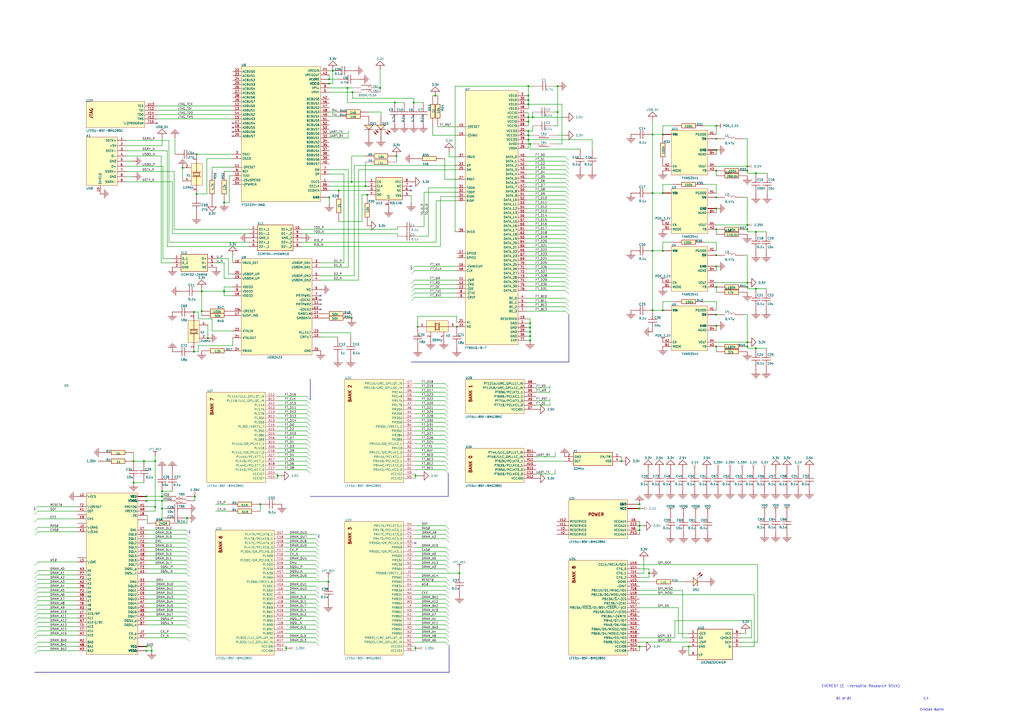
<source format=kicad_sch>
(kicad_sch (version 20210621) (generator eeschema)
  (paper "A2")
  (junction (at 77.4998 267.4894) (diameter 0.9144))
  (junction (at 77.4998 279.9893) (diameter 0.9144))
  (junction (at 83.4998 267.4894) (diameter 0.9144))
  (junction (at 84.9998 287.9893) (diameter 0.9144))
  (junction (at 84.9998 290.4893) (diameter 0.9144))
  (junction (at 84.9998 374.9891) (diameter 0.9144))
  (junction (at 84.9998 377.4891) (diameter 0.9144))
  (junction (at 87.9998 377.4891) (diameter 0.9144))
  (junction (at 89.9998 267.4894) (diameter 0.9144))
  (junction (at 89.9998 293.9893) (diameter 0.9144))
  (junction (at 93.9998 284.9893) (diameter 0.9144))
  (junction (at 93.9998 287.9893) (diameter 0.9144))
  (junction (at 93.9998 290.4893) (diameter 0.9144))
  (junction (at 93.9998 294.9893) (diameter 0.9144))
  (junction (at 105.9197 97.3297) (diameter 0.9144))
  (junction (at 108.4997 300.4893) (diameter 0.9144))
  (junction (at 112.4997 180.9895) (diameter 0.9144))
  (junction (at 112.4997 203.9895) (diameter 0.9144))
  (junction (at 112.9997 287.9893) (diameter 0.9144))
  (junction (at 113.9997 89.4897) (diameter 0.9144))
  (junction (at 113.9997 112.4897) (diameter 0.9144))
  (junction (at 116.9997 168.9296) (diameter 0.9144))
  (junction (at 116.9997 180.4895) (diameter 0.9144))
  (junction (at 120.5797 196.1495) (diameter 0.9144))
  (junction (at 129.9997 117.4897) (diameter 0.9144))
  (junction (at 129.9997 168.9296) (diameter 0.9144))
  (junction (at 129.9997 168.9896) (diameter 0.9144))
  (junction (at 150.9996 292.4893) (diameter 0.9144))
  (junction (at 160.9996 275.9893) (diameter 0.9144))
  (junction (at 165.9996 375.9891) (diameter 0.9144))
  (junction (at 190.4996 337.4892) (diameter 0.9144))
  (junction (at 190.9996 45.9898) (diameter 0.9144))
  (junction (at 190.9996 48.4898) (diameter 0.9144))
  (junction (at 190.9996 114.4897) (diameter 0.9144))
  (junction (at 192.9996 40.9898) (diameter 0.9144))
  (junction (at 193.0595 40.9898) (diameter 0.9144))
  (junction (at 196.4996 110.4897) (diameter 0.9144))
  (junction (at 201.4995 50.9898) (diameter 0.9144))
  (junction (at 203.9995 105.4897) (diameter 0.9144))
  (junction (at 203.9995 184.4895) (diameter 0.9144))
  (junction (at 204.4995 53.4898) (diameter 0.9144))
  (junction (at 211.9995 107.9897) (diameter 0.9144))
  (junction (at 212.9995 112.9897) (diameter 0.9144))
  (junction (at 220.4995 50.9898) (diameter 0.9144))
  (junction (at 228.9995 59.4898) (diameter 0.9144))
  (junction (at 229.9995 90.4897) (diameter 0.9144))
  (junction (at 239.9995 59.4898) (diameter 0.9144))
  (junction (at 240.9995 275.9893) (diameter 0.9144))
  (junction (at 240.9995 375.9891) (diameter 0.9144))
  (junction (at 242.2994 189.4895) (diameter 0.9144))
  (junction (at 252.4994 55.4898) (diameter 0.9144))
  (junction (at 264.9994 189.4895) (diameter 0.9144))
  (junction (at 266.4994 332.4892) (diameter 0.9144))
  (junction (at 306.4993 49.9898) (diameter 0.9144))
  (junction (at 306.4993 55.4898) (diameter 0.9144))
  (junction (at 306.4993 57.9898) (diameter 0.9144))
  (junction (at 306.4993 60.4898) (diameter 0.9144))
  (junction (at 306.4993 67.9898) (diameter 0.9144))
  (junction (at 306.4993 70.4897) (diameter 0.9144))
  (junction (at 306.4993 75.9897) (diameter 0.9144))
  (junction (at 306.4993 78.4897) (diameter 0.9144))
  (junction (at 306.4993 80.9897) (diameter 0.9144))
  (junction (at 307.4993 83.4897) (diameter 0.9144))
  (junction (at 307.4993 187.4895) (diameter 0.9144))
  (junction (at 307.4993 189.9895) (diameter 0.9144))
  (junction (at 307.4993 192.4895) (diameter 0.9144))
  (junction (at 307.4993 194.9895) (diameter 0.9144))
  (junction (at 307.4993 197.4895) (diameter 0.9144))
  (junction (at 308.9993 67.9898) (diameter 0.9144))
  (junction (at 323.4993 49.9898) (diameter 0.9144))
  (junction (at 323.4993 64.9898) (diameter 0.9144))
  (junction (at 360.4992 267.4894) (diameter 0.9144))
  (junction (at 370.999 292.4892) (diameter 0.9144))
  (junction (at 370.999 294.9892) (diameter 0.9144))
  (junction (at 370.999 304.9891) (diameter 0.9144))
  (junction (at 370.999 307.4891) (diameter 0.9144))
  (junction (at 370.9992 374.9891) (diameter 0.9144))
  (junction (at 376.4992 332.4892) (diameter 0.9144))
  (junction (at 378.4992 77.9897) (diameter 0.9144))
  (junction (at 378.4992 111.9897) (diameter 0.9144))
  (junction (at 378.4992 145.4896) (diameter 0.9144))
  (junction (at 378.4992 179.9895) (diameter 0.9144))
  (junction (at 384.4992 77.9897) (diameter 0.9144))
  (junction (at 384.4992 111.9897) (diameter 0.9144))
  (junction (at 384.4992 145.4896) (diameter 0.9144))
  (junction (at 384.4992 179.9895) (diameter 0.9144))
  (junction (at 399.4992 374.9891) (diameter 0.9144))
  (junction (at 415.4991 72.9897) (diameter 0.9144))
  (junction (at 415.4991 80.4897) (diameter 0.9144))
  (junction (at 415.4991 86.9897) (diameter 0.9144))
  (junction (at 415.4991 98.9897) (diameter 0.9144))
  (junction (at 415.4991 114.4897) (diameter 0.9144))
  (junction (at 415.4991 120.9896) (diameter 0.9144))
  (junction (at 415.4991 132.9896) (diameter 0.9144))
  (junction (at 415.4991 147.9896) (diameter 0.9144))
  (junction (at 415.4991 154.4896) (diameter 0.9144))
  (junction (at 415.4991 166.4896) (diameter 0.9144))
  (junction (at 415.4991 182.4895) (diameter 0.9144))
  (junction (at 415.4991 188.9895) (diameter 0.9144))
  (junction (at 415.4991 200.9895) (diameter 0.9144))
  (junction (at 433.4991 96.4897) (diameter 0.9144))
  (junction (at 433.4991 98.9897) (diameter 0.9144))
  (junction (at 433.4991 130.4896) (diameter 0.9144))
  (junction (at 433.4991 132.9896) (diameter 0.9144))
  (junction (at 433.4991 163.9896) (diameter 0.9144))
  (junction (at 433.4991 166.4896) (diameter 0.9144))
  (junction (at 433.4991 198.4895) (diameter 0.9144))
  (junction (at 433.4991 200.9895) (diameter 0.9144))
  (junction (at 438.4991 100.4897) (diameter 0.9144))
  (junction (at 438.4991 134.4896) (diameter 0.9144))
  (junction (at 438.4991 167.4896) (diameter 0.9144))
  (junction (at 438.4991 201.9895) (diameter 0.9144))
  (no_connect (at 90.9998 71.4897))
  (no_connect (at 134.9997 71.4698))
  (no_connect (at 134.9997 73.9698))
  (no_connect (at 134.9997 76.4897))
  (no_connect (at 134.9997 78.9897))
  (no_connect (at 185.9996 171.4895))
  (no_connect (at 185.9996 173.9895))
  (no_connect (at 185.9996 176.4895))
  (no_connect (at 185.9996 179.4895))
  (no_connect (at 238.4195 110.4897))
  (no_connect (at 238.4995 107.9897))
  (no_connect (at 240.9995 314.9893))
  (bus_entry (at 19.9999 332.9892) (size 2 -2))
  (bus_entry (at 19.9999 335.4892) (size 2 -2))
  (bus_entry (at 19.9999 337.9892) (size 2 -2))
  (bus_entry (at 19.9999 340.4892) (size 2 -2))
  (bus_entry (at 19.9999 342.9892) (size 2 -2))
  (bus_entry (at 19.9999 345.4892) (size 2 -2))
  (bus_entry (at 19.9999 347.9892) (size 2 -2))
  (bus_entry (at 19.9999 350.4892) (size 2 -2))
  (bus_entry (at 19.9999 352.9892) (size 2 -2))
  (bus_entry (at 19.9999 355.4892) (size 2 -2))
  (bus_entry (at 19.9999 357.9892) (size 2 -2))
  (bus_entry (at 19.9999 360.4892) (size 2 -2))
  (bus_entry (at 19.9999 362.9892) (size 2 -2))
  (bus_entry (at 19.9999 365.4892) (size 2 -2))
  (bus_entry (at 19.9999 367.9892) (size 2 -2))
  (bus_entry (at 19.9999 370.4891) (size 2 -2))
  (bus_entry (at 19.9999 374.4891) (size 2 -2))
  (bus_entry (at 19.9999 376.9891) (size 2 -2))
  (bus_entry (at 19.9999 379.4891) (size 2 -2))
  (bus_entry (at 21.9999 293.9893) (size -2 2))
  (bus_entry (at 21.9999 296.4893) (size -2 2))
  (bus_entry (at 21.9999 300.9893) (size -2 2))
  (bus_entry (at 21.9999 305.9893) (size -2 2))
  (bus_entry (at 21.9999 308.4893) (size -2 2))
  (bus_entry (at 21.9999 325.9892) (size -2 2))
  (bus_entry (at 107.9997 307.4893) (size 2 2))
  (bus_entry (at 107.9997 309.9893) (size 2 2))
  (bus_entry (at 107.9997 312.4893) (size 2 2))
  (bus_entry (at 107.9997 314.9893) (size 2 2))
  (bus_entry (at 107.9997 317.4892) (size 2 2.0001))
  (bus_entry (at 107.9997 319.9892) (size 2 2))
  (bus_entry (at 107.9997 322.4892) (size 2 2))
  (bus_entry (at 107.9997 324.9892) (size 2 2))
  (bus_entry (at 107.9997 327.4892) (size 2 2))
  (bus_entry (at 107.9997 329.9892) (size 2 2))
  (bus_entry (at 107.9997 332.4892) (size 2 2))
  (bus_entry (at 107.9997 337.4892) (size 2 2))
  (bus_entry (at 107.9997 339.9892) (size 2 2))
  (bus_entry (at 107.9997 342.4892) (size 2 2))
  (bus_entry (at 107.9997 344.9892) (size 2 2))
  (bus_entry (at 107.9997 347.4892) (size 2 2))
  (bus_entry (at 107.9997 349.9892) (size 2 2))
  (bus_entry (at 107.9997 352.4892) (size 2 2))
  (bus_entry (at 107.9997 354.9892) (size 2 2))
  (bus_entry (at 107.9997 357.4892) (size 2 2))
  (bus_entry (at 107.9997 359.9892) (size 2 2))
  (bus_entry (at 107.9997 362.4892) (size 2 2))
  (bus_entry (at 107.9997 367.4891) (size 2 2.0001))
  (bus_entry (at 107.9997 369.9891) (size 2 2))
  (bus_entry (at 179.9996 231.9894) (size -2 -2))
  (bus_entry (at 179.9996 234.4894) (size -2 -2))
  (bus_entry (at 179.9996 236.9894) (size -2 -2))
  (bus_entry (at 179.9996 239.4894) (size -2 -2))
  (bus_entry (at 179.9996 241.9894) (size -2 -2))
  (bus_entry (at 179.9996 244.4894) (size -2 -2))
  (bus_entry (at 179.9996 246.9894) (size -2 -2))
  (bus_entry (at 179.9996 249.4894) (size -2 -2))
  (bus_entry (at 179.9996 251.9894) (size -2 -2))
  (bus_entry (at 179.9996 254.4894) (size -2 -2))
  (bus_entry (at 179.9996 256.9894) (size -2 -2))
  (bus_entry (at 179.9996 259.4894) (size -2 -2))
  (bus_entry (at 179.9996 261.9894) (size -2 -2))
  (bus_entry (at 179.9996 264.4894) (size -2 -2))
  (bus_entry (at 179.9996 266.9894) (size -2 -2))
  (bus_entry (at 179.9996 269.4894) (size -2 -2))
  (bus_entry (at 179.9996 271.9893) (size -2 -2))
  (bus_entry (at 179.9996 274.4893) (size -2 -2))
  (bus_entry (at 182.9996 309.9893) (size 2 2))
  (bus_entry (at 182.9996 312.4893) (size 2 2))
  (bus_entry (at 182.9996 314.9893) (size 2 2))
  (bus_entry (at 182.9996 317.4892) (size 2 2.0001))
  (bus_entry (at 182.9996 319.9892) (size 2 2))
  (bus_entry (at 182.9996 322.4892) (size 2 2))
  (bus_entry (at 182.9996 324.9892) (size 2 2))
  (bus_entry (at 182.9996 327.4892) (size 2 2))
  (bus_entry (at 182.9996 329.9892) (size 2 2))
  (bus_entry (at 182.9996 332.4892) (size 2 2))
  (bus_entry (at 182.9996 334.9892) (size 2 2))
  (bus_entry (at 182.9996 339.9892) (size 2 2))
  (bus_entry (at 182.9996 342.4892) (size 2 2))
  (bus_entry (at 182.9996 344.9892) (size 2 2))
  (bus_entry (at 182.9996 347.4892) (size 2 2))
  (bus_entry (at 182.9996 349.9892) (size 2 2))
  (bus_entry (at 182.9996 352.4892) (size 2 2))
  (bus_entry (at 182.9996 354.9892) (size 2 2))
  (bus_entry (at 182.9996 357.4892) (size 2 2))
  (bus_entry (at 182.9996 359.9892) (size 2 2))
  (bus_entry (at 182.9996 362.4892) (size 2 2))
  (bus_entry (at 182.9996 364.9892) (size 2 2))
  (bus_entry (at 182.9996 367.4891) (size 2 2.0001))
  (bus_entry (at 182.9996 369.9891) (size 2 2))
  (bus_entry (at 182.9996 372.4891) (size 2 2))
  (bus_entry (at 238.4995 156.4896) (size 2 -2))
  (bus_entry (at 238.4995 158.9896) (size 2 -2))
  (bus_entry (at 238.4995 164.4896) (size 2 -2))
  (bus_entry (at 238.4995 166.9896) (size 2 -2))
  (bus_entry (at 238.4995 169.4896) (size 2 -2.0001))
  (bus_entry (at 238.4995 171.9895) (size 2 -2))
  (bus_entry (at 238.4995 174.4895) (size 2 -2))
  (bus_entry (at 258.4994 304.9893) (size 2 2))
  (bus_entry (at 258.4994 307.4893) (size 2 2))
  (bus_entry (at 258.4994 309.9893) (size 2 2))
  (bus_entry (at 258.4994 312.4893) (size 2 2))
  (bus_entry (at 258.4994 317.4892) (size 2 2.0001))
  (bus_entry (at 258.4994 319.9892) (size 2 2))
  (bus_entry (at 259.9994 224.4894) (size -2 -2))
  (bus_entry (at 259.9994 226.9894) (size -2 -2))
  (bus_entry (at 259.9994 229.4894) (size -2 -2))
  (bus_entry (at 259.9994 231.9894) (size -2 -2))
  (bus_entry (at 259.9994 234.4894) (size -2 -2))
  (bus_entry (at 259.9994 236.9894) (size -2 -2))
  (bus_entry (at 259.9994 239.4894) (size -2 -2))
  (bus_entry (at 259.9994 241.9894) (size -2 -2))
  (bus_entry (at 259.9994 244.4894) (size -2 -2))
  (bus_entry (at 259.9994 246.9894) (size -2 -2))
  (bus_entry (at 259.9994 249.4894) (size -2 -2))
  (bus_entry (at 259.9994 251.9894) (size -2 -2))
  (bus_entry (at 259.9994 254.4894) (size -2 -2))
  (bus_entry (at 259.9994 256.9894) (size -2 -2))
  (bus_entry (at 259.9994 259.4894) (size -2 -2))
  (bus_entry (at 259.9994 261.9894) (size -2 -2))
  (bus_entry (at 259.9994 264.4894) (size -2 -2))
  (bus_entry (at 259.9994 266.9894) (size -2 -2))
  (bus_entry (at 259.9994 269.4894) (size -2 -2))
  (bus_entry (at 259.9994 271.9894) (size -2 -2.0001))
  (bus_entry (at 259.9994 274.4893) (size -2 -2))
  (bus_entry (at 260.4994 324.4892) (size -2 -2))
  (bus_entry (at 260.4994 326.9892) (size -2 -2))
  (bus_entry (at 260.4994 329.4892) (size -2 -2))
  (bus_entry (at 260.4994 331.9892) (size -2 -2))
  (bus_entry (at 260.4994 336.9892) (size -2 -2))
  (bus_entry (at 260.4994 339.4892) (size -2 -2))
  (bus_entry (at 260.4994 341.9892) (size -2 -2))
  (bus_entry (at 260.4994 344.4892) (size -2 -2))
  (bus_entry (at 260.4994 346.9892) (size -2 -2))
  (bus_entry (at 260.4994 349.4892) (size -2 -2))
  (bus_entry (at 260.4994 351.9892) (size -2 -2))
  (bus_entry (at 260.4994 354.4892) (size -2 -2))
  (bus_entry (at 260.4994 356.9892) (size -2 -2))
  (bus_entry (at 260.4994 359.4892) (size -2 -2))
  (bus_entry (at 260.4994 361.9892) (size -2 -2))
  (bus_entry (at 260.4994 364.4892) (size -2 -2))
  (bus_entry (at 260.4994 366.9892) (size -2 -2))
  (bus_entry (at 260.4994 369.4892) (size -2 -2))
  (bus_entry (at 260.4994 371.9892) (size -2 -2.0001))
  (bus_entry (at 260.4994 374.4891) (size -2 -2))
  (bus_entry (at 327.9993 90.9897) (size 2 2))
  (bus_entry (at 327.9993 93.4897) (size 2 2))
  (bus_entry (at 327.9993 95.9897) (size 2 2))
  (bus_entry (at 327.9993 98.4897) (size 2 2))
  (bus_entry (at 327.9993 100.9897) (size 2 2))
  (bus_entry (at 327.9993 103.4897) (size 2 2))
  (bus_entry (at 327.9993 105.9897) (size 2 2))
  (bus_entry (at 327.9993 108.4897) (size 2 2))
  (bus_entry (at 327.9993 110.9897) (size 2 2))
  (bus_entry (at 327.9993 113.4897) (size 2 2))
  (bus_entry (at 327.9993 115.9897) (size 2 2))
  (bus_entry (at 327.9993 118.4896) (size 2 2))
  (bus_entry (at 327.9993 120.9896) (size 2 2))
  (bus_entry (at 327.9993 123.4896) (size 2 2))
  (bus_entry (at 327.9993 125.9896) (size 2 2))
  (bus_entry (at 327.9993 128.4896) (size 2 2))
  (bus_entry (at 327.9993 130.9896) (size 2 2))
  (bus_entry (at 327.9993 133.4896) (size 2 2))
  (bus_entry (at 327.9993 135.9896) (size 2 2))
  (bus_entry (at 327.9993 138.4896) (size 2 2))
  (bus_entry (at 327.9993 140.9896) (size 2 2))
  (bus_entry (at 327.9993 143.4896) (size 2 2))
  (bus_entry (at 327.9993 145.9896) (size 2 2))
  (bus_entry (at 327.9993 148.4896) (size 2 2))
  (bus_entry (at 327.9993 150.9896) (size 2 2))
  (bus_entry (at 327.9993 153.4896) (size 2 2))
  (bus_entry (at 327.9993 155.9896) (size 2 2))
  (bus_entry (at 327.9993 158.4896) (size 2 2))
  (bus_entry (at 327.9993 160.9896) (size 2 2))
  (bus_entry (at 327.9993 163.4896) (size 2 2))
  (bus_entry (at 327.9993 165.9896) (size 2 2))
  (bus_entry (at 327.9993 168.4896) (size 2 2))
  (bus_entry (at 327.9993 172.9895) (size 2 2))
  (bus_entry (at 327.9993 175.4895) (size 2 2))
  (bus_entry (at 327.9993 177.9895) (size 2 2))
  (bus_entry (at 327.9993 180.4895) (size 2 2))
  (wire (pts (xy 21.9999 293.9893) (xy 21.9999 293.9893)) (stroke (width 0.254)))
  (wire (pts (xy 21.9999 296.4893) (xy 21.9999 296.4893)) (stroke (width 0.254)))
  (wire (pts (xy 21.9999 300.9893) (xy 21.9999 300.9893)) (stroke (width 0.254)))
  (wire (pts (xy 21.9999 305.9893) (xy 21.9999 305.9893)) (stroke (width 0.254)))
  (wire (pts (xy 21.9999 308.4893) (xy 21.9999 308.4893)) (stroke (width 0.254)))
  (wire (pts (xy 21.9999 325.9892) (xy 21.9999 325.9892)) (stroke (width 0.254)))
  (wire (pts (xy 21.9999 335.9892) (xy 21.9999 335.9892)) (stroke (width 0.254)))
  (wire (pts (xy 21.9999 338.4892) (xy 44.9999 338.4892)) (stroke (width 0.254)))
  (wire (pts (xy 21.9999 340.9892) (xy 21.9999 340.9892)) (stroke (width 0.254)))
  (wire (pts (xy 21.9999 340.9892) (xy 44.9999 340.9892)) (stroke (width 0.254)))
  (wire (pts (xy 21.9999 343.4892) (xy 44.9999 343.4892)) (stroke (width 0.254)))
  (wire (pts (xy 21.9999 345.9892) (xy 21.9999 345.9892)) (stroke (width 0.254)))
  (wire (pts (xy 21.9999 348.4892) (xy 21.9999 348.4892)) (stroke (width 0.254)))
  (wire (pts (xy 21.9999 348.4892) (xy 44.9999 348.4892)) (stroke (width 0.254)))
  (wire (pts (xy 21.9999 353.4892) (xy 21.9999 353.4892)) (stroke (width 0.254)))
  (wire (pts (xy 21.9999 355.9892) (xy 44.9999 355.9892)) (stroke (width 0.254)))
  (wire (pts (xy 21.9999 358.4892) (xy 21.9999 358.4892)) (stroke (width 0.254)))
  (wire (pts (xy 21.9999 358.4892) (xy 44.9999 358.4892)) (stroke (width 0.254)))
  (wire (pts (xy 21.9999 363.4892) (xy 44.9999 363.4892)) (stroke (width 0.254)))
  (wire (pts (xy 21.9999 368.4892) (xy 21.9999 368.4891)) (stroke (width 0.254)))
  (wire (pts (xy 21.9999 372.4891) (xy 21.9999 372.4891)) (stroke (width 0.254)))
  (wire (pts (xy 21.9999 377.4891) (xy 21.9999 377.4891)) (stroke (width 0.254)))
  (wire (pts (xy 44.9999 293.9893) (xy 21.9999 293.9893)) (stroke (width 0.254)))
  (wire (pts (xy 44.9999 296.4893) (xy 21.9999 296.4893)) (stroke (width 0.254)))
  (wire (pts (xy 44.9999 300.9893) (xy 21.9999 300.9893)) (stroke (width 0.254)))
  (wire (pts (xy 44.9999 305.9893) (xy 21.9999 305.9893)) (stroke (width 0.254)))
  (wire (pts (xy 44.9999 308.4893) (xy 21.9999 308.4893)) (stroke (width 0.254)))
  (wire (pts (xy 44.9999 325.9892) (xy 21.9999 325.9892)) (stroke (width 0.254)))
  (wire (pts (xy 44.9999 330.9892) (xy 21.9999 330.9892)) (stroke (width 0.254)))
  (wire (pts (xy 44.9999 333.4892) (xy 21.9999 333.4892)) (stroke (width 0.254)))
  (wire (pts (xy 44.9999 335.9892) (xy 21.9999 335.9892)) (stroke (width 0.254)))
  (wire (pts (xy 44.9999 345.9892) (xy 21.9999 345.9892)) (stroke (width 0.254)))
  (wire (pts (xy 44.9999 350.9892) (xy 21.9999 350.9892)) (stroke (width 0.254)))
  (wire (pts (xy 44.9999 353.4892) (xy 21.9999 353.4892)) (stroke (width 0.254)))
  (wire (pts (xy 44.9999 360.9892) (xy 21.9999 360.9892)) (stroke (width 0.254)))
  (wire (pts (xy 44.9999 365.9892) (xy 21.9999 365.9892)) (stroke (width 0.254)))
  (wire (pts (xy 44.9999 368.4892) (xy 21.9999 368.4892)) (stroke (width 0.254)))
  (wire (pts (xy 44.9999 372.4891) (xy 21.9999 372.4891)) (stroke (width 0.254)))
  (wire (pts (xy 44.9999 374.9891) (xy 21.9999 374.9891)) (stroke (width 0.254)))
  (wire (pts (xy 44.9999 377.4891) (xy 21.9999 377.4891)) (stroke (width 0.254)))
  (wire (pts (xy 73.079 84.4896) (xy 93.9998 84.4896)) (stroke (width 0.254)))
  (wire (pts (xy 73.079 93.4897) (xy 73.079 93.4896)) (stroke (width 0.254)))
  (wire (pts (xy 73.079 99.4897) (xy 73.079 99.4896)) (stroke (width 0.254)))
  (wire (pts (xy 73.079 102.4895) (xy 76.9998 102.4895)) (stroke (width 0.254)))
  (wire (pts (xy 76.9998 93.4897) (xy 73.079 93.4897)) (stroke (width 0.254)))
  (wire (pts (xy 76.9998 102.4895) (xy 76.9998 102.4897)) (stroke (width 0.254)))
  (wire (pts (xy 77.4998 267.4894) (xy 77.4998 262.4894)) (stroke (width 0.254)))
  (wire (pts (xy 77.4998 267.4894) (xy 83.4998 267.4894)) (stroke (width 0.254)))
  (wire (pts (xy 77.4998 279.9893) (xy 83.4998 279.9893)) (stroke (width 0.254)))
  (wire (pts (xy 83.4998 267.4894) (xy 89.9998 267.4894)) (stroke (width 0.254)))
  (wire (pts (xy 84.9998 290.4893) (xy 93.9998 290.4893)) (stroke (width 0.254)))
  (wire (pts (xy 84.9998 293.9893) (xy 89.9998 293.9893)) (stroke (width 0.254)))
  (wire (pts (xy 84.9998 298.9893) (xy 85.4998 298.9893)) (stroke (width 0.254)))
  (wire (pts (xy 84.9998 307.4893) (xy 107.9997 307.4893)) (stroke (width 0.254)))
  (wire (pts (xy 84.9998 309.9893) (xy 107.9997 309.9893)) (stroke (width 0.254)))
  (wire (pts (xy 84.9998 312.4893) (xy 107.9997 312.4893)) (stroke (width 0.254)))
  (wire (pts (xy 84.9998 314.9893) (xy 107.9997 314.9893)) (stroke (width 0.254)))
  (wire (pts (xy 84.9998 317.4893) (xy 107.9997 317.4893)) (stroke (width 0.254)))
  (wire (pts (xy 84.9998 319.9892) (xy 107.9997 319.9892)) (stroke (width 0.254)))
  (wire (pts (xy 84.9998 322.4892) (xy 107.9997 322.4892)) (stroke (width 0.254)))
  (wire (pts (xy 84.9998 324.9892) (xy 107.9997 324.9892)) (stroke (width 0.254)))
  (wire (pts (xy 84.9998 327.4892) (xy 107.9997 327.4892)) (stroke (width 0.254)))
  (wire (pts (xy 84.9998 329.9892) (xy 107.9997 329.9892)) (stroke (width 0.254)))
  (wire (pts (xy 84.9998 332.4892) (xy 107.9997 332.4892)) (stroke (width 0.254)))
  (wire (pts (xy 84.9998 337.4892) (xy 107.9997 337.4892)) (stroke (width 0.254)))
  (wire (pts (xy 84.9998 339.9892) (xy 107.9997 339.9892)) (stroke (width 0.254)))
  (wire (pts (xy 84.9998 342.4892) (xy 107.9997 342.4892)) (stroke (width 0.254)))
  (wire (pts (xy 84.9998 344.9892) (xy 107.9997 344.9892)) (stroke (width 0.254)))
  (wire (pts (xy 84.9998 347.4892) (xy 107.9997 347.4892)) (stroke (width 0.254)))
  (wire (pts (xy 84.9998 349.9892) (xy 107.9997 349.9892)) (stroke (width 0.254)))
  (wire (pts (xy 84.9998 352.4892) (xy 107.9997 352.4892)) (stroke (width 0.254)))
  (wire (pts (xy 84.9998 354.9892) (xy 107.9997 354.9892)) (stroke (width 0.254)))
  (wire (pts (xy 84.9998 357.4892) (xy 107.9997 357.4892)) (stroke (width 0.254)))
  (wire (pts (xy 84.9998 359.9892) (xy 107.9997 359.9892)) (stroke (width 0.254)))
  (wire (pts (xy 84.9998 362.4892) (xy 107.9997 362.4892)) (stroke (width 0.254)))
  (wire (pts (xy 84.9998 367.4892) (xy 107.9997 367.4892)) (stroke (width 0.254)))
  (wire (pts (xy 84.9998 369.9891) (xy 107.9997 369.9891)) (stroke (width 0.254)))
  (wire (pts (xy 84.9998 374.9891) (xy 87.9998 374.9891)) (stroke (width 0.254)))
  (wire (pts (xy 84.9998 377.4891) (xy 87.9998 377.4891)) (stroke (width 0.254)))
  (wire (pts (xy 85.4998 298.9893) (xy 85.4998 303.4893)) (stroke (width 0.254)))
  (wire (pts (xy 87.9998 374.9891) (xy 87.9998 377.4891)) (stroke (width 0.254)))
  (wire (pts (xy 89.9998 264.4894) (xy 89.9998 267.4894)) (stroke (width 0.254)))
  (wire (pts (xy 89.9998 267.4894) (xy 89.9998 293.9893)) (stroke (width 0.254)))
  (wire (pts (xy 89.9998 293.9893) (xy 89.9998 296.4893)) (stroke (width 0.254)))
  (wire (pts (xy 89.9998 296.4893) (xy 84.9998 296.4893)) (stroke (width 0.254)))
  (wire (pts (xy 90.9998 63.9698) (xy 90.9998 63.9898)) (stroke (width 0.254)))
  (wire (pts (xy 90.9998 66.4698) (xy 90.9998 66.4898)) (stroke (width 0.254)))
  (wire (pts (xy 90.9998 68.9698) (xy 90.9998 68.9898)) (stroke (width 0.254)))
  (wire (pts (xy 93.4998 90.4896) (xy 73.079 90.4896)) (stroke (width 0.254)))
  (wire (pts (xy 93.4998 152.4896) (xy 93.4998 90.4896)) (stroke (width 0.254)))
  (wire (pts (xy 93.9998 84.4896) (xy 93.9998 79.9897)) (stroke (width 0.254)))
  (wire (pts (xy 93.9998 284.9893) (xy 93.9998 287.9893)) (stroke (width 0.254)))
  (wire (pts (xy 93.9998 287.9893) (xy 84.9998 287.9893)) (stroke (width 0.254)))
  (wire (pts (xy 93.9998 287.9893) (xy 96.9998 287.9893)) (stroke (width 0.254)))
  (wire (pts (xy 93.9998 290.4893) (xy 93.9998 294.9893)) (stroke (width 0.254)))
  (wire (pts (xy 93.9998 290.4893) (xy 96.9998 290.4893)) (stroke (width 0.254)))
  (wire (pts (xy 93.9998 294.9893) (xy 93.9998 300.4893)) (stroke (width 0.254)))
  (wire (pts (xy 93.9998 294.9893) (xy 95.9998 294.9893)) (stroke (width 0.254)))
  (wire (pts (xy 93.9998 300.4893) (xy 95.9998 300.4893)) (stroke (width 0.254)))
  (wire (pts (xy 94.4998 96.4896) (xy 73.079 96.4896)) (stroke (width 0.254)))
  (wire (pts (xy 94.4998 149.9896) (xy 94.4998 96.4896)) (stroke (width 0.254)))
  (wire (pts (xy 96.9998 87.4896) (xy 73.079 87.4896)) (stroke (width 0.254)))
  (wire (pts (xy 96.9998 142.9896) (xy 96.9998 87.4896)) (stroke (width 0.254)))
  (wire (pts (xy 97.9998 81.4896) (xy 73.079 81.4896)) (stroke (width 0.254)))
  (wire (pts (xy 97.9998 140.4896) (xy 97.9998 81.4896)) (stroke (width 0.254)))
  (wire (pts (xy 99.9998 105.4895) (xy 73.079 105.4895)) (stroke (width 0.254)))
  (wire (pts (xy 99.9998 135.4896) (xy 99.9998 105.4895)) (stroke (width 0.254)))
  (wire (pts (xy 99.9998 149.9896) (xy 94.4998 149.9896)) (stroke (width 0.254)))
  (wire (pts (xy 99.9998 152.4896) (xy 93.4998 152.4896)) (stroke (width 0.254)))
  (wire (pts (xy 99.9998 284.9893) (xy 93.9998 284.9893)) (stroke (width 0.254)))
  (wire (pts (xy 100.9997 99.4897) (xy 73.079 99.4897)) (stroke (width 0.254)))
  (wire (pts (xy 100.9997 132.9896) (xy 100.9997 99.4897)) (stroke (width 0.254)))
  (wire (pts (xy 101.4997 79.9897) (xy 101.4997 89.4897)) (stroke (width 0.254)))
  (wire (pts (xy 103.4997 303.4893) (xy 108.4997 303.4893)) (stroke (width 0.254)))
  (wire (pts (xy 105.9197 97.3297) (xy 105.9197 104.9497)) (stroke (width 0.254)))
  (wire (pts (xy 107.9997 307.4893) (xy 107.9997 307.4893)) (stroke (width 0.254)))
  (wire (pts (xy 107.9997 309.9893) (xy 107.9997 309.9893)) (stroke (width 0.254)))
  (wire (pts (xy 107.9997 312.4893) (xy 107.9997 312.4893)) (stroke (width 0.254)))
  (wire (pts (xy 107.9997 317.4893) (xy 107.9997 317.4892)) (stroke (width 0.254)))
  (wire (pts (xy 107.9997 319.9892) (xy 107.9997 319.9892)) (stroke (width 0.254)))
  (wire (pts (xy 107.9997 322.4892) (xy 107.9997 322.4892)) (stroke (width 0.254)))
  (wire (pts (xy 107.9997 324.9892) (xy 107.9997 324.9892)) (stroke (width 0.254)))
  (wire (pts (xy 107.9997 327.4892) (xy 107.9997 327.4892)) (stroke (width 0.254)))
  (wire (pts (xy 107.9997 329.9892) (xy 107.9997 329.9892)) (stroke (width 0.254)))
  (wire (pts (xy 107.9997 332.4892) (xy 107.9997 332.4892)) (stroke (width 0.254)))
  (wire (pts (xy 107.9997 337.4892) (xy 107.9997 337.4892)) (stroke (width 0.254)))
  (wire (pts (xy 107.9997 339.9892) (xy 107.9997 339.9892)) (stroke (width 0.254)))
  (wire (pts (xy 107.9997 342.4892) (xy 107.9997 342.4892)) (stroke (width 0.254)))
  (wire (pts (xy 107.9997 344.9892) (xy 107.9997 344.9892)) (stroke (width 0.254)))
  (wire (pts (xy 107.9997 347.4892) (xy 107.9997 347.4892)) (stroke (width 0.254)))
  (wire (pts (xy 107.9997 349.9892) (xy 107.9997 349.9892)) (stroke (width 0.254)))
  (wire (pts (xy 107.9997 352.4892) (xy 107.9997 352.4892)) (stroke (width 0.254)))
  (wire (pts (xy 107.9997 354.9892) (xy 107.9997 354.9892)) (stroke (width 0.254)))
  (wire (pts (xy 107.9997 357.4892) (xy 107.9997 357.4892)) (stroke (width 0.254)))
  (wire (pts (xy 107.9997 359.9892) (xy 107.9997 359.9892)) (stroke (width 0.254)))
  (wire (pts (xy 107.9997 362.4892) (xy 107.9997 362.4892)) (stroke (width 0.254)))
  (wire (pts (xy 107.9997 367.4892) (xy 107.9997 367.4891)) (stroke (width 0.254)))
  (wire (pts (xy 107.9997 369.9891) (xy 107.9997 369.9891)) (stroke (width 0.254)))
  (wire (pts (xy 108.4997 303.4893) (xy 108.4997 300.4893)) (stroke (width 0.254)))
  (wire (pts (xy 112.4997 203.6895) (xy 112.4997 203.9895)) (stroke (width 0.254)))
  (wire (pts (xy 112.4997 203.9895) (xy 114.9997 203.9895)) (stroke (width 0.254)))
  (wire (pts (xy 112.9997 290.4893) (xy 112.9997 287.9893)) (stroke (width 0.254)))
  (wire (pts (xy 113.9997 89.4897) (xy 113.9997 89.7897)) (stroke (width 0.254)))
  (wire (pts (xy 114.9997 180.9895) (xy 112.4997 180.9895)) (stroke (width 0.254)))
  (wire (pts (xy 114.9997 184.9895) (xy 114.9997 180.9895)) (stroke (width 0.254)))
  (wire (pts (xy 114.9997 200.4895) (xy 134.9997 200.4895)) (stroke (width 0.254)))
  (wire (pts (xy 114.9997 203.9895) (xy 114.9997 200.4895)) (stroke (width 0.254)))
  (wire (pts (xy 116.9997 168.9296) (xy 116.9997 167.4896)) (stroke (width 0.254)))
  (wire (pts (xy 116.9997 180.4895) (xy 116.9997 168.9296)) (stroke (width 0.254)))
  (wire (pts (xy 116.9997 182.9895) (xy 116.9997 180.4895)) (stroke (width 0.254)))
  (wire (pts (xy 119.9997 91.9897) (xy 119.9997 112.4897)) (stroke (width 0.254)))
  (wire (pts (xy 119.9997 112.4897) (xy 113.9997 112.4897)) (stroke (width 0.254)))
  (wire (pts (xy 120.5797 196.1495) (xy 120.5797 188.5295)) (stroke (width 0.254)))
  (wire (pts (xy 122.9997 96.9897) (xy 134.9997 96.9897)) (stroke (width 0.254)))
  (wire (pts (xy 122.9997 99.4897) (xy 122.9997 96.9897)) (stroke (width 0.254)))
  (wire (pts (xy 122.9997 184.9895) (xy 114.9997 184.9895)) (stroke (width 0.254)))
  (wire (pts (xy 122.9997 191.9895) (xy 122.9997 184.9895)) (stroke (width 0.254)))
  (wire (pts (xy 125.4997 149.9896) (xy 132.4997 149.9896)) (stroke (width 0.254)))
  (wire (pts (xy 129.9997 99.4698) (xy 129.9997 99.4897)) (stroke (width 0.254)))
  (wire (pts (xy 129.9997 152.4896) (xy 125.4997 152.4896)) (stroke (width 0.254)))
  (wire (pts (xy 129.9997 161.4896) (xy 129.9997 152.4896)) (stroke (width 0.254)))
  (wire (pts (xy 129.9997 166.4896) (xy 129.9997 168.9296)) (stroke (width 0.254)))
  (wire (pts (xy 129.9997 168.9296) (xy 116.9997 168.9296)) (stroke (width 0.254)))
  (wire (pts (xy 129.9997 168.9296) (xy 129.9997 168.9896)) (stroke (width 0.254)))
  (wire (pts (xy 129.9997 168.9896) (xy 129.9997 171.4895)) (stroke (width 0.254)))
  (wire (pts (xy 129.9997 168.9896) (xy 134.9997 168.9896)) (stroke (width 0.254)))
  (wire (pts (xy 129.9997 171.4895) (xy 134.9997 171.4895)) (stroke (width 0.254)))
  (wire (pts (xy 132.4997 149.9896) (xy 132.4997 158.9896)) (stroke (width 0.254)))
  (wire (pts (xy 132.4997 158.9896) (xy 134.9997 158.9896)) (stroke (width 0.254)))
  (wire (pts (xy 132.9997 101.9897) (xy 132.9997 117.4897)) (stroke (width 0.254)))
  (wire (pts (xy 132.9997 117.4897) (xy 129.9997 117.4897)) (stroke (width 0.254)))
  (wire (pts (xy 132.9997 292.4893) (xy 124.9997 292.4893)) (stroke (width 0.254)))
  (wire (pts (xy 132.9997 296.4893) (xy 124.9997 296.4893)) (stroke (width 0.254)))
  (wire (pts (xy 134.9997 61.4898) (xy 90.9998 61.4898)) (stroke (width 0.254)))
  (wire (pts (xy 134.9997 63.9698) (xy 90.9998 63.9698)) (stroke (width 0.254)))
  (wire (pts (xy 134.9997 66.4698) (xy 90.9998 66.4698)) (stroke (width 0.254)))
  (wire (pts (xy 134.9997 68.9698) (xy 90.9998 68.9698)) (stroke (width 0.254)))
  (wire (pts (xy 134.9997 89.4897) (xy 113.9997 89.4897)) (stroke (width 0.254)))
  (wire (pts (xy 134.9997 91.9897) (xy 119.9997 91.9897)) (stroke (width 0.254)))
  (wire (pts (xy 134.9997 99.4698) (xy 129.9997 99.4698)) (stroke (width 0.254)))
  (wire (pts (xy 134.9997 101.9897) (xy 132.9997 101.9897)) (stroke (width 0.254)))
  (wire (pts (xy 134.9997 147.9896) (xy 134.9997 152.4896)) (stroke (width 0.254)))
  (wire (pts (xy 134.9997 161.4896) (xy 129.9997 161.4896)) (stroke (width 0.254)))
  (wire (pts (xy 134.9997 166.4896) (xy 129.9997 166.4896)) (stroke (width 0.254)))
  (wire (pts (xy 134.9997 191.9895) (xy 122.9997 191.9895)) (stroke (width 0.254)))
  (wire (pts (xy 134.9997 200.4895) (xy 134.9997 195.9895)) (stroke (width 0.254)))
  (wire (pts (xy 144.4997 132.9896) (xy 100.9997 132.9896)) (stroke (width 0.254)))
  (wire (pts (xy 144.4997 135.4896) (xy 99.9998 135.4896)) (stroke (width 0.254)))
  (wire (pts (xy 144.4997 140.4896) (xy 97.9998 140.4896)) (stroke (width 0.254)))
  (wire (pts (xy 144.4997 142.9896) (xy 96.9998 142.9896)) (stroke (width 0.254)))
  (wire (pts (xy 150.9996 292.4893) (xy 150.9996 296.4893)) (stroke (width 0.254)))
  (wire (pts (xy 160.9996 229.9894) (xy 177.9996 229.9894)) (stroke (width 0.254)))
  (wire (pts (xy 160.9996 232.4894) (xy 177.9996 232.4894)) (stroke (width 0.254)))
  (wire (pts (xy 160.9996 234.9894) (xy 177.9996 234.9894)) (stroke (width 0.254)))
  (wire (pts (xy 160.9996 237.4894) (xy 177.9996 237.4894)) (stroke (width 0.254)))
  (wire (pts (xy 160.9996 239.9894) (xy 177.9996 239.9894)) (stroke (width 0.254)))
  (wire (pts (xy 160.9996 242.4894) (xy 177.9996 242.4894)) (stroke (width 0.254)))
  (wire (pts (xy 160.9996 244.9894) (xy 177.9996 244.9894)) (stroke (width 0.254)))
  (wire (pts (xy 160.9996 247.4894) (xy 177.9996 247.4894)) (stroke (width 0.254)))
  (wire (pts (xy 160.9996 249.9894) (xy 177.9996 249.9894)) (stroke (width 0.254)))
  (wire (pts (xy 160.9996 252.4894) (xy 177.9996 252.4894)) (stroke (width 0.254)))
  (wire (pts (xy 160.9996 254.9894) (xy 177.9996 254.9894)) (stroke (width 0.254)))
  (wire (pts (xy 160.9996 257.4894) (xy 177.9996 257.4894)) (stroke (width 0.254)))
  (wire (pts (xy 160.9996 259.9894) (xy 177.9996 259.9894)) (stroke (width 0.254)))
  (wire (pts (xy 160.9996 262.4894) (xy 177.9996 262.4894)) (stroke (width 0.254)))
  (wire (pts (xy 160.9996 264.9894) (xy 177.9996 264.9894)) (stroke (width 0.254)))
  (wire (pts (xy 160.9996 267.4894) (xy 177.9996 267.4894)) (stroke (width 0.254)))
  (wire (pts (xy 160.9996 269.9893) (xy 177.9996 269.9893)) (stroke (width 0.254)))
  (wire (pts (xy 160.9996 272.4893) (xy 177.9996 272.4893)) (stroke (width 0.254)))
  (wire (pts (xy 160.9996 274.9893) (xy 160.9996 275.9893)) (stroke (width 0.254)))
  (wire (pts (xy 160.9996 275.9893) (xy 162.4996 275.9893)) (stroke (width 0.254)))
  (wire (pts (xy 160.9996 277.4893) (xy 160.9996 275.9893)) (stroke (width 0.254)))
  (wire (pts (xy 165.9996 309.9893) (xy 182.9996 309.9893)) (stroke (width 0.254)))
  (wire (pts (xy 165.9996 312.4893) (xy 182.9996 312.4893)) (stroke (width 0.254)))
  (wire (pts (xy 165.9996 314.9893) (xy 182.9996 314.9893)) (stroke (width 0.254)))
  (wire (pts (xy 165.9996 317.4893) (xy 182.9996 317.4893)) (stroke (width 0.254)))
  (wire (pts (xy 165.9996 319.9892) (xy 182.9996 319.9892)) (stroke (width 0.254)))
  (wire (pts (xy 165.9996 322.4892) (xy 182.9996 322.4892)) (stroke (width 0.254)))
  (wire (pts (xy 165.9996 324.9892) (xy 182.9996 324.9892)) (stroke (width 0.254)))
  (wire (pts (xy 165.9996 327.4892) (xy 182.9996 327.4892)) (stroke (width 0.254)))
  (wire (pts (xy 165.9996 329.9892) (xy 182.9996 329.9892)) (stroke (width 0.254)))
  (wire (pts (xy 165.9996 332.4892) (xy 182.9996 332.4892)) (stroke (width 0.254)))
  (wire (pts (xy 165.9996 334.9892) (xy 182.9996 334.9892)) (stroke (width 0.254)))
  (wire (pts (xy 165.9996 337.4892) (xy 190.4996 337.4892)) (stroke (width 0.254)))
  (wire (pts (xy 165.9996 339.9892) (xy 182.9996 339.9892)) (stroke (width 0.254)))
  (wire (pts (xy 165.9996 342.4892) (xy 182.9996 342.4892)) (stroke (width 0.254)))
  (wire (pts (xy 165.9996 344.9892) (xy 182.9996 344.9892)) (stroke (width 0.254)))
  (wire (pts (xy 165.9996 347.4892) (xy 182.9996 347.4892)) (stroke (width 0.254)))
  (wire (pts (xy 165.9996 349.9892) (xy 182.9996 349.9892)) (stroke (width 0.254)))
  (wire (pts (xy 165.9996 352.4892) (xy 182.9996 352.4892)) (stroke (width 0.254)))
  (wire (pts (xy 165.9996 354.9892) (xy 182.9996 354.9892)) (stroke (width 0.254)))
  (wire (pts (xy 165.9996 357.4892) (xy 182.9996 357.4892)) (stroke (width 0.254)))
  (wire (pts (xy 165.9996 359.9892) (xy 182.9996 359.9892)) (stroke (width 0.254)))
  (wire (pts (xy 165.9996 362.4892) (xy 182.9996 362.4892)) (stroke (width 0.254)))
  (wire (pts (xy 165.9996 364.9892) (xy 182.9996 364.9892)) (stroke (width 0.254)))
  (wire (pts (xy 165.9996 367.4892) (xy 182.9996 367.4892)) (stroke (width 0.254)))
  (wire (pts (xy 165.9996 369.9891) (xy 182.9996 369.9891)) (stroke (width 0.254)))
  (wire (pts (xy 165.9996 372.4891) (xy 182.9996 372.4891)) (stroke (width 0.254)))
  (wire (pts (xy 165.9996 375.9891) (xy 165.9996 374.9891)) (stroke (width 0.254)))
  (wire (pts (xy 165.9996 375.9891) (xy 167.4996 375.9891)) (stroke (width 0.254)))
  (wire (pts (xy 165.9996 377.4891) (xy 165.9996 375.9891)) (stroke (width 0.254)))
  (wire (pts (xy 174.9996 132.9896) (xy 230.4995 132.9896)) (stroke (width 0.254)))
  (wire (pts (xy 174.9996 135.4896) (xy 230.4995 135.4896)) (stroke (width 0.254)))
  (wire (pts (xy 177.9996 229.9894) (xy 177.9996 229.9894)) (stroke (width 0.254)))
  (wire (pts (xy 177.9996 232.4894) (xy 177.9996 232.4894)) (stroke (width 0.254)))
  (wire (pts (xy 177.9996 239.9894) (xy 177.9996 239.9894)) (stroke (width 0.254)))
  (wire (pts (xy 177.9996 242.4894) (xy 177.9996 242.4894)) (stroke (width 0.254)))
  (wire (pts (xy 177.9996 249.9894) (xy 177.9996 249.9894)) (stroke (width 0.254)))
  (wire (pts (xy 177.9996 252.4894) (xy 177.9996 252.4894)) (stroke (width 0.254)))
  (wire (pts (xy 177.9996 259.9894) (xy 177.9996 259.9894)) (stroke (width 0.254)))
  (wire (pts (xy 177.9996 262.4894) (xy 177.9996 262.4894)) (stroke (width 0.254)))
  (wire (pts (xy 177.9996 269.9893) (xy 177.9996 269.9893)) (stroke (width 0.254)))
  (wire (pts (xy 177.9996 272.4893) (xy 177.9996 272.4893)) (stroke (width 0.254)))
  (wire (pts (xy 182.9996 309.9893) (xy 182.9996 309.9893)) (stroke (width 0.254)))
  (wire (pts (xy 182.9996 312.4893) (xy 182.9996 312.4893)) (stroke (width 0.254)))
  (wire (pts (xy 182.9996 314.9893) (xy 182.9996 314.9893)) (stroke (width 0.254)))
  (wire (pts (xy 182.9996 317.4893) (xy 182.9996 317.4892)) (stroke (width 0.254)))
  (wire (pts (xy 182.9996 319.9892) (xy 182.9996 319.9892)) (stroke (width 0.254)))
  (wire (pts (xy 182.9996 322.4892) (xy 182.9996 322.4892)) (stroke (width 0.254)))
  (wire (pts (xy 182.9996 324.9892) (xy 182.9996 324.9892)) (stroke (width 0.254)))
  (wire (pts (xy 182.9996 327.4892) (xy 182.9996 327.4892)) (stroke (width 0.254)))
  (wire (pts (xy 182.9996 329.9892) (xy 182.9996 329.9892)) (stroke (width 0.254)))
  (wire (pts (xy 182.9996 332.4892) (xy 182.9996 332.4892)) (stroke (width 0.254)))
  (wire (pts (xy 182.9996 334.9892) (xy 182.9996 334.9892)) (stroke (width 0.254)))
  (wire (pts (xy 182.9996 339.9892) (xy 182.9996 339.9892)) (stroke (width 0.254)))
  (wire (pts (xy 182.9996 342.4892) (xy 182.9996 342.4892)) (stroke (width 0.254)))
  (wire (pts (xy 182.9996 344.9892) (xy 182.9996 344.9892)) (stroke (width 0.254)))
  (wire (pts (xy 182.9996 347.4892) (xy 182.9996 347.4892)) (stroke (width 0.254)))
  (wire (pts (xy 182.9996 349.9892) (xy 182.9996 349.9892)) (stroke (width 0.254)))
  (wire (pts (xy 182.9996 352.4892) (xy 182.9996 352.4892)) (stroke (width 0.254)))
  (wire (pts (xy 182.9996 354.9892) (xy 182.9996 354.9892)) (stroke (width 0.254)))
  (wire (pts (xy 182.9996 357.4892) (xy 182.9996 357.4892)) (stroke (width 0.254)))
  (wire (pts (xy 182.9996 359.9892) (xy 182.9996 359.9892)) (stroke (width 0.254)))
  (wire (pts (xy 182.9996 362.4892) (xy 182.9996 362.4892)) (stroke (width 0.254)))
  (wire (pts (xy 182.9996 364.9892) (xy 182.9996 364.9892)) (stroke (width 0.254)))
  (wire (pts (xy 182.9996 367.4892) (xy 182.9996 367.4891)) (stroke (width 0.254)))
  (wire (pts (xy 182.9996 369.9891) (xy 182.9996 369.9891)) (stroke (width 0.254)))
  (wire (pts (xy 182.9996 372.4891) (xy 182.9996 372.4891)) (stroke (width 0.254)))
  (wire (pts (xy 185.9996 152.4896) (xy 199.4996 152.4896)) (stroke (width 0.254)))
  (wire (pts (xy 185.9996 159.9896) (xy 205.4995 159.9896)) (stroke (width 0.254)))
  (wire (pts (xy 185.9996 162.4896) (xy 207.9995 162.4896)) (stroke (width 0.254)))
  (wire (pts (xy 185.9996 192.9895) (xy 203.4995 192.9895)) (stroke (width 0.254)))
  (wire (pts (xy 185.9996 195.4895) (xy 195.9996 195.4895)) (stroke (width 0.254)))
  (wire (pts (xy 190.4996 337.4892) (xy 190.4996 334.9892)) (stroke (width 0.254)))
  (wire (pts (xy 190.9996 40.9898) (xy 192.9996 40.9898)) (stroke (width 0.254)))
  (wire (pts (xy 190.9996 43.4898) (xy 190.9996 45.9898)) (stroke (width 0.254)))
  (wire (pts (xy 190.9996 45.9898) (xy 196.4996 45.9898)) (stroke (width 0.254)))
  (wire (pts (xy 190.9996 50.9898) (xy 201.4995 50.9898)) (stroke (width 0.254)))
  (wire (pts (xy 190.9996 53.4898) (xy 204.4995 53.4898)) (stroke (width 0.254)))
  (wire (pts (xy 190.9996 64.9898) (xy 195.9996 64.9898)) (stroke (width 0.254)))
  (wire (pts (xy 190.9996 67.4898) (xy 195.9996 67.4898)) (stroke (width 0.254)))
  (wire (pts (xy 190.9996 77.4897) (xy 201.9995 77.4897)) (stroke (width 0.254)))
  (wire (pts (xy 190.9996 79.9897) (xy 201.9995 79.9897)) (stroke (width 0.254)))
  (wire (pts (xy 190.9996 98.4897) (xy 201.9995 98.4897)) (stroke (width 0.254)))
  (wire (pts (xy 190.9996 114.4897) (xy 190.9996 117.8698)) (stroke (width 0.254)))
  (wire (pts (xy 192.9996 40.9898) (xy 193.0595 40.9898)) (stroke (width 0.254)))
  (wire (pts (xy 193.0595 40.9898) (xy 193.0595 40.4898)) (stroke (width 0.254)))
  (wire (pts (xy 193.0595 40.9898) (xy 193.0595 48.4898)) (stroke (width 0.254)))
  (wire (pts (xy 193.0595 48.4898) (xy 190.9996 48.4898)) (stroke (width 0.254)))
  (wire (pts (xy 196.4996 110.4897) (xy 190.9996 110.4897)) (stroke (width 0.254)))
  (wire (pts (xy 196.4996 128.4896) (xy 209.9995 128.4896)) (stroke (width 0.254)))
  (wire (pts (xy 199.4996 100.9897) (xy 190.9996 100.9897)) (stroke (width 0.254)))
  (wire (pts (xy 199.4996 152.4896) (xy 199.4996 100.9897)) (stroke (width 0.254)))
  (wire (pts (xy 201.4995 50.9898) (xy 201.4995 59.4898)) (stroke (width 0.254)))
  (wire (pts (xy 201.4995 50.9898) (xy 204.4995 50.9898)) (stroke (width 0.254)))
  (wire (pts (xy 201.4995 59.4898) (xy 228.9995 59.4898)) (stroke (width 0.254)))
  (wire (pts (xy 201.9995 77.4897) (xy 201.9995 75.9897)) (stroke (width 0.254)))
  (wire (pts (xy 201.9995 79.9897) (xy 201.9995 78.4897)) (stroke (width 0.254)))
  (wire (pts (xy 201.9995 98.4897) (xy 201.9995 154.9896)) (stroke (width 0.254)))
  (wire (pts (xy 201.9995 154.9896) (xy 185.9996 154.9896)) (stroke (width 0.254)))
  (wire (pts (xy 203.4995 192.9895) (xy 203.4995 195.4895)) (stroke (width 0.254)))
  (wire (pts (xy 203.9995 90.4897) (xy 203.9995 105.4897)) (stroke (width 0.254)))
  (wire (pts (xy 203.9995 105.4897) (xy 190.9996 105.4897)) (stroke (width 0.254)))
  (wire (pts (xy 203.9995 181.9895) (xy 203.9995 184.4895)) (stroke (width 0.254)))
  (wire (pts (xy 204.4995 53.4898) (xy 204.4995 53.4698)) (stroke (width 0.254)))
  (wire (pts (xy 204.4995 53.4898) (xy 204.4995 56.9898)) (stroke (width 0.254)))
  (wire (pts (xy 204.4995 56.9898) (xy 239.9995 56.9898)) (stroke (width 0.254)))
  (wire (pts (xy 205.4995 95.9897) (xy 264.9994 95.9897)) (stroke (width 0.254)))
  (wire (pts (xy 205.4995 159.9896) (xy 205.4995 95.9897)) (stroke (width 0.254)))
  (wire (pts (xy 207.9995 98.4897) (xy 264.9994 98.4897)) (stroke (width 0.254)))
  (wire (pts (xy 207.9995 162.4896) (xy 207.9995 98.4897)) (stroke (width 0.254)))
  (wire (pts (xy 209.9995 112.9897) (xy 212.9995 112.9897)) (stroke (width 0.254)))
  (wire (pts (xy 209.9995 128.4896) (xy 209.9995 112.9897)) (stroke (width 0.254)))
  (wire (pts (xy 211.9995 90.4897) (xy 203.9995 90.4897)) (stroke (width 0.254)))
  (wire (pts (xy 211.9995 93.9897) (xy 211.9995 107.9897)) (stroke (width 0.254)))
  (wire (pts (xy 211.9995 107.9897) (xy 190.9996 107.9897)) (stroke (width 0.254)))
  (wire (pts (xy 212.9995 105.4897) (xy 203.9995 105.4897)) (stroke (width 0.254)))
  (wire (pts (xy 212.9995 107.9897) (xy 211.9995 107.9897)) (stroke (width 0.254)))
  (wire (pts (xy 212.9995 110.4897) (xy 196.4996 110.4897)) (stroke (width 0.254)))
  (wire (pts (xy 213.9995 64.9898) (xy 220.9995 64.9898)) (stroke (width 0.254)))
  (wire (pts (xy 220.4995 50.9898) (xy 220.4995 40.4898)) (stroke (width 0.254)))
  (wire (pts (xy 220.4995 53.4698) (xy 220.4995 50.9898)) (stroke (width 0.254)))
  (wire (pts (xy 220.9995 64.9898) (xy 220.9995 67.4898)) (stroke (width 0.254)))
  (wire (pts (xy 220.9995 79.9897) (xy 220.9995 80.1898)) (stroke (width 0.254)))
  (wire (pts (xy 228.9995 59.4898) (xy 234.4995 59.4898)) (stroke (width 0.254)))
  (wire (pts (xy 229.9995 90.4897) (xy 229.9995 93.9897)) (stroke (width 0.254)))
  (wire (pts (xy 230.4995 132.9896) (xy 230.4995 131.4896)) (stroke (width 0.254)))
  (wire (pts (xy 230.4995 135.4896) (xy 230.4995 136.9896)) (stroke (width 0.254)))
  (wire (pts (xy 238.4995 117.4897) (xy 238.4995 113.4897)) (stroke (width 0.254)))
  (wire (pts (xy 239.9995 56.9898) (xy 239.9995 59.4898)) (stroke (width 0.254)))
  (wire (pts (xy 239.9995 59.4898) (xy 245.4995 59.4898)) (stroke (width 0.254)))
  (wire (pts (xy 240.4995 154.4896) (xy 240.4995 154.4896)) (stroke (width 0.254)))
  (wire (pts (xy 240.4995 156.9896) (xy 240.4995 156.9896)) (stroke (width 0.254)))
  (wire (pts (xy 240.4995 162.4896) (xy 240.4995 162.4896)) (stroke (width 0.254)))
  (wire (pts (xy 240.4995 167.4896) (xy 240.4995 167.4895)) (stroke (width 0.254)))
  (wire (pts (xy 240.4995 169.9895) (xy 240.4995 169.9895)) (stroke (width 0.254)))
  (wire (pts (xy 240.4995 172.4895) (xy 240.4995 172.4895)) (stroke (width 0.254)))
  (wire (pts (xy 240.9995 222.4894) (xy 257.9994 222.4894)) (stroke (width 0.254)))
  (wire (pts (xy 240.9995 224.9894) (xy 257.9994 224.9894)) (stroke (width 0.254)))
  (wire (pts (xy 240.9995 227.4894) (xy 257.9994 227.4894)) (stroke (width 0.254)))
  (wire (pts (xy 240.9995 229.9894) (xy 257.9994 229.9894)) (stroke (width 0.254)))
  (wire (pts (xy 240.9995 232.4894) (xy 257.9994 232.4894)) (stroke (width 0.254)))
  (wire (pts (xy 240.9995 234.9894) (xy 257.9994 234.9894)) (stroke (width 0.254)))
  (wire (pts (xy 240.9995 237.4894) (xy 257.9994 237.4894)) (stroke (width 0.254)))
  (wire (pts (xy 240.9995 239.9894) (xy 257.9994 239.9894)) (stroke (width 0.254)))
  (wire (pts (xy 240.9995 242.4894) (xy 257.9994 242.4894)) (stroke (width 0.254)))
  (wire (pts (xy 240.9995 244.9894) (xy 257.9994 244.9894)) (stroke (width 0.254)))
  (wire (pts (xy 240.9995 247.4894) (xy 257.9994 247.4894)) (stroke (width 0.254)))
  (wire (pts (xy 240.9995 249.9894) (xy 257.9994 249.9894)) (stroke (width 0.254)))
  (wire (pts (xy 240.9995 252.4894) (xy 257.9994 252.4894)) (stroke (width 0.254)))
  (wire (pts (xy 240.9995 254.9894) (xy 257.9994 254.9894)) (stroke (width 0.254)))
  (wire (pts (xy 240.9995 257.4894) (xy 257.9994 257.4894)) (stroke (width 0.254)))
  (wire (pts (xy 240.9995 259.9894) (xy 257.9994 259.9894)) (stroke (width 0.254)))
  (wire (pts (xy 240.9995 262.4894) (xy 257.9994 262.4894)) (stroke (width 0.254)))
  (wire (pts (xy 240.9995 264.9894) (xy 257.9994 264.9894)) (stroke (width 0.254)))
  (wire (pts (xy 240.9995 267.4894) (xy 257.9994 267.4894)) (stroke (width 0.254)))
  (wire (pts (xy 240.9995 269.9893) (xy 257.9994 269.9893)) (stroke (width 0.254)))
  (wire (pts (xy 240.9995 272.4893) (xy 257.9994 272.4893)) (stroke (width 0.254)))
  (wire (pts (xy 240.9995 274.9893) (xy 240.9995 275.9893)) (stroke (width 0.254)))
  (wire (pts (xy 240.9995 275.9893) (xy 243.4995 275.9893)) (stroke (width 0.254)))
  (wire (pts (xy 240.9995 277.4893) (xy 240.9995 275.9893)) (stroke (width 0.254)))
  (wire (pts (xy 240.9995 304.9893) (xy 258.4994 304.9893)) (stroke (width 0.254)))
  (wire (pts (xy 240.9995 307.4893) (xy 258.4994 307.4893)) (stroke (width 0.254)))
  (wire (pts (xy 240.9995 309.9893) (xy 258.4994 309.9893)) (stroke (width 0.254)))
  (wire (pts (xy 240.9995 312.4893) (xy 258.4994 312.4893)) (stroke (width 0.254)))
  (wire (pts (xy 240.9995 317.4893) (xy 258.4994 317.4893)) (stroke (width 0.254)))
  (wire (pts (xy 240.9995 319.9892) (xy 258.4994 319.9892)) (stroke (width 0.254)))
  (wire (pts (xy 240.9995 332.4892) (xy 266.4994 332.4892)) (stroke (width 0.254)))
  (wire (pts (xy 240.9995 347.4892) (xy 258.4994 347.4892)) (stroke (width 0.254)))
  (wire (pts (xy 240.9995 352.4892) (xy 258.4994 352.4892)) (stroke (width 0.254)))
  (wire (pts (xy 240.9995 375.9891) (xy 240.9995 374.9891)) (stroke (width 0.254)))
  (wire (pts (xy 240.9995 375.9891) (xy 242.4995 375.9891)) (stroke (width 0.254)))
  (wire (pts (xy 240.9995 377.4891) (xy 240.9995 375.9891)) (stroke (width 0.254)))
  (wire (pts (xy 241.0002 322.4889) (xy 258.4994 322.4889)) (stroke (width 0.254)))
  (wire (pts (xy 241.0002 324.9889) (xy 258.4994 324.9889)) (stroke (width 0.254)))
  (wire (pts (xy 241.0002 327.4889) (xy 258.4994 327.4889)) (stroke (width 0.254)))
  (wire (pts (xy 241.0002 329.9889) (xy 258.4994 329.9889)) (stroke (width 0.254)))
  (wire (pts (xy 241.0002 334.9889) (xy 258.4994 334.9889)) (stroke (width 0.254)))
  (wire (pts (xy 241.0002 337.4889) (xy 258.4994 337.4889)) (stroke (width 0.254)))
  (wire (pts (xy 241.0002 339.9889) (xy 258.4994 339.9889)) (stroke (width 0.254)))
  (wire (pts (xy 241.0002 342.4889) (xy 258.4994 342.4889)) (stroke (width 0.254)))
  (wire (pts (xy 241.0002 344.9889) (xy 258.4994 344.9889)) (stroke (width 0.254)))
  (wire (pts (xy 241.0002 349.9889) (xy 258.4994 349.9889)) (stroke (width 0.254)))
  (wire (pts (xy 241.0002 354.9889) (xy 258.4994 354.9889)) (stroke (width 0.254)))
  (wire (pts (xy 241.0002 357.4888) (xy 258.4994 357.4888)) (stroke (width 0.254)))
  (wire (pts (xy 241.0002 359.9888) (xy 258.4994 359.9888)) (stroke (width 0.254)))
  (wire (pts (xy 241.0002 362.4888) (xy 258.4994 362.4888)) (stroke (width 0.254)))
  (wire (pts (xy 241.0002 364.9888) (xy 258.4994 364.9888)) (stroke (width 0.254)))
  (wire (pts (xy 241.0002 367.4888) (xy 258.4994 367.4888)) (stroke (width 0.254)))
  (wire (pts (xy 241.0002 369.9888) (xy 258.4994 369.9888)) (stroke (width 0.254)))
  (wire (pts (xy 241.0002 372.4888) (xy 258.4994 372.4888)) (stroke (width 0.254)))
  (wire (pts (xy 242.2994 183.4895) (xy 242.2994 189.4895)) (stroke (width 0.254)))
  (wire (pts (xy 242.9995 131.4896) (xy 245.9995 131.4896)) (stroke (width 0.254)))
  (wire (pts (xy 242.9995 136.9896) (xy 248.4995 136.9896)) (stroke (width 0.254)))
  (wire (pts (xy 245.9995 111.4897) (xy 264.9994 111.4897)) (stroke (width 0.254)))
  (wire (pts (xy 245.9995 131.4896) (xy 245.9995 111.4897)) (stroke (width 0.254)))
  (wire (pts (xy 248.4995 108.9897) (xy 264.9994 108.9897)) (stroke (width 0.254)))
  (wire (pts (xy 248.4995 136.9896) (xy 248.4995 108.9897)) (stroke (width 0.254)))
  (wire (pts (xy 250.9994 55.4898) (xy 252.4994 55.4898)) (stroke (width 0.254)))
  (wire (pts (xy 250.9994 78.4897) (xy 250.9994 73.4897)) (stroke (width 0.254)))
  (wire (pts (xy 252.4994 55.4898) (xy 253.9994 55.4898)) (stroke (width 0.254)))
  (wire (pts (xy 252.9994 116.4897) (xy 252.9994 140.4896)) (stroke (width 0.254)))
  (wire (pts (xy 252.9994 140.4896) (xy 174.9996 140.4896)) (stroke (width 0.254)))
  (wire (pts (xy 253.9994 73.4897) (xy 264.9994 73.4897)) (stroke (width 0.254)))
  (wire (pts (xy 255.4994 113.9897) (xy 255.4994 142.9896)) (stroke (width 0.254)))
  (wire (pts (xy 255.4994 142.9896) (xy 174.9996 142.9896)) (stroke (width 0.254)))
  (wire (pts (xy 257.9994 103.9897) (xy 257.9994 91.9897)) (stroke (width 0.254)))
  (wire (pts (xy 257.9994 222.4894) (xy 257.9994 222.4894)) (stroke (width 0.254)))
  (wire (pts (xy 257.9994 224.9894) (xy 257.9994 224.9894)) (stroke (width 0.254)))
  (wire (pts (xy 257.9994 232.4894) (xy 257.9994 232.4894)) (stroke (width 0.254)))
  (wire (pts (xy 257.9994 234.9894) (xy 257.9994 234.9894)) (stroke (width 0.254)))
  (wire (pts (xy 257.9994 242.4894) (xy 257.9994 242.4894)) (stroke (width 0.254)))
  (wire (pts (xy 257.9994 244.9894) (xy 257.9994 244.9894)) (stroke (width 0.254)))
  (wire (pts (xy 257.9994 252.4894) (xy 257.9994 252.4894)) (stroke (width 0.254)))
  (wire (pts (xy 257.9994 254.9894) (xy 257.9994 254.9894)) (stroke (width 0.254)))
  (wire (pts (xy 257.9994 262.4894) (xy 257.9994 262.4894)) (stroke (width 0.254)))
  (wire (pts (xy 257.9994 264.9894) (xy 257.9994 264.9894)) (stroke (width 0.254)))
  (wire (pts (xy 257.9994 272.4893) (xy 257.9994 272.4893)) (stroke (width 0.254)))
  (wire (pts (xy 258.4994 304.9893) (xy 258.4994 304.9893)) (stroke (width 0.254)))
  (wire (pts (xy 258.4994 307.4893) (xy 258.4994 307.4893)) (stroke (width 0.254)))
  (wire (pts (xy 258.4994 309.9893) (xy 258.4994 309.9893)) (stroke (width 0.254)))
  (wire (pts (xy 258.4994 312.4893) (xy 258.4994 312.4893)) (stroke (width 0.254)))
  (wire (pts (xy 258.4994 317.4893) (xy 258.4994 317.4892)) (stroke (width 0.254)))
  (wire (pts (xy 258.4994 319.9892) (xy 258.4994 319.9892)) (stroke (width 0.254)))
  (wire (pts (xy 258.4994 322.4889) (xy 258.4994 322.4892)) (stroke (width 0.254)))
  (wire (pts (xy 258.4994 324.9889) (xy 258.4994 324.9892)) (stroke (width 0.254)))
  (wire (pts (xy 258.4994 327.4889) (xy 258.4994 327.4892)) (stroke (width 0.254)))
  (wire (pts (xy 258.4994 329.9889) (xy 258.4994 329.9892)) (stroke (width 0.254)))
  (wire (pts (xy 258.4994 334.9889) (xy 258.4994 334.9892)) (stroke (width 0.254)))
  (wire (pts (xy 258.4994 337.4889) (xy 258.4994 337.4892)) (stroke (width 0.254)))
  (wire (pts (xy 258.4994 339.9889) (xy 258.4994 339.9892)) (stroke (width 0.254)))
  (wire (pts (xy 258.4994 342.4889) (xy 258.4994 342.4892)) (stroke (width 0.254)))
  (wire (pts (xy 258.4994 344.9889) (xy 258.4994 344.9892)) (stroke (width 0.254)))
  (wire (pts (xy 258.4994 349.9889) (xy 258.4994 349.9892)) (stroke (width 0.254)))
  (wire (pts (xy 258.4994 354.9889) (xy 258.4994 354.9892)) (stroke (width 0.254)))
  (wire (pts (xy 258.4994 357.4888) (xy 258.4994 357.4892)) (stroke (width 0.254)))
  (wire (pts (xy 258.4994 359.9888) (xy 258.4994 359.9892)) (stroke (width 0.254)))
  (wire (pts (xy 258.4994 362.4888) (xy 258.4994 362.4892)) (stroke (width 0.254)))
  (wire (pts (xy 258.4994 364.9888) (xy 258.4994 364.9892)) (stroke (width 0.254)))
  (wire (pts (xy 258.4994 367.4888) (xy 258.4994 367.4892)) (stroke (width 0.254)))
  (wire (pts (xy 258.4994 369.9888) (xy 258.4994 369.9891)) (stroke (width 0.254)))
  (wire (pts (xy 258.4994 372.4888) (xy 258.4994 372.4891)) (stroke (width 0.254)))
  (wire (pts (xy 260.4994 87.9897) (xy 260.4994 90.9897)) (stroke (width 0.254)))
  (wire (pts (xy 260.4994 90.9897) (xy 264.9994 90.9897)) (stroke (width 0.254)))
  (wire (pts (xy 263.9994 49.9898) (xy 306.4993 49.9898)) (stroke (width 0.254)))
  (wire (pts (xy 263.9994 134.4896) (xy 263.9994 49.9898)) (stroke (width 0.254)))
  (wire (pts (xy 264.9994 78.4897) (xy 250.9994 78.4897)) (stroke (width 0.254)))
  (wire (pts (xy 264.9994 103.9897) (xy 257.9994 103.9897)) (stroke (width 0.254)))
  (wire (pts (xy 264.9994 113.9897) (xy 255.4994 113.9897)) (stroke (width 0.254)))
  (wire (pts (xy 264.9994 116.4897) (xy 252.9994 116.4897)) (stroke (width 0.254)))
  (wire (pts (xy 264.9994 134.4896) (xy 263.9994 134.4896)) (stroke (width 0.254)))
  (wire (pts (xy 264.9994 154.4896) (xy 240.4995 154.4896)) (stroke (width 0.254)))
  (wire (pts (xy 264.9994 156.9896) (xy 240.4995 156.9896)) (stroke (width 0.254)))
  (wire (pts (xy 264.9994 162.4896) (xy 240.4995 162.4896)) (stroke (width 0.254)))
  (wire (pts (xy 264.9994 164.9896) (xy 240.4995 164.9896)) (stroke (width 0.254)))
  (wire (pts (xy 264.9994 167.4896) (xy 240.4995 167.4896)) (stroke (width 0.254)))
  (wire (pts (xy 264.9994 169.9895) (xy 240.4995 169.9895)) (stroke (width 0.254)))
  (wire (pts (xy 264.9994 172.4895) (xy 240.4995 172.4895)) (stroke (width 0.254)))
  (wire (pts (xy 264.9994 183.4895) (xy 242.2994 183.4895)) (stroke (width 0.254)))
  (wire (pts (xy 264.9994 186.9895) (xy 264.9994 183.4895)) (stroke (width 0.254)))
  (wire (pts (xy 266.4994 332.4892) (xy 266.4994 329.9892)) (stroke (width 0.254)))
  (wire (pts (xy 305.4993 70.4897) (xy 306.4993 70.4897)) (stroke (width 0.254)))
  (wire (pts (xy 305.4993 75.9897) (xy 306.4993 75.9897)) (stroke (width 0.254)))
  (wire (pts (xy 305.4993 83.4897) (xy 307.4993 83.4897)) (stroke (width 0.254)))
  (wire (pts (xy 305.4993 85.9897) (xy 306.4993 85.9897)) (stroke (width 0.254)))
  (wire (pts (xy 305.4993 90.9897) (xy 327.9993 90.9897)) (stroke (width 0.254)))
  (wire (pts (xy 305.4993 93.4897) (xy 327.9993 93.4897)) (stroke (width 0.254)))
  (wire (pts (xy 305.4993 95.9897) (xy 327.9993 95.9897)) (stroke (width 0.254)))
  (wire (pts (xy 305.4993 98.4897) (xy 327.9993 98.4897)) (stroke (width 0.254)))
  (wire (pts (xy 305.4993 100.9897) (xy 327.9993 100.9897)) (stroke (width 0.254)))
  (wire (pts (xy 305.4993 103.4897) (xy 327.9993 103.4897)) (stroke (width 0.254)))
  (wire (pts (xy 305.4993 105.9897) (xy 327.9993 105.9897)) (stroke (width 0.254)))
  (wire (pts (xy 305.4993 108.4897) (xy 327.9993 108.4897)) (stroke (width 0.254)))
  (wire (pts (xy 305.4993 110.9897) (xy 327.9993 110.9897)) (stroke (width 0.254)))
  (wire (pts (xy 305.4993 113.4897) (xy 327.9993 113.4897)) (stroke (width 0.254)))
  (wire (pts (xy 305.4993 115.9897) (xy 327.9993 115.9897)) (stroke (width 0.254)))
  (wire (pts (xy 305.4993 118.4897) (xy 327.9993 118.4897)) (stroke (width 0.254)))
  (wire (pts (xy 305.4993 120.9896) (xy 327.9993 120.9896)) (stroke (width 0.254)))
  (wire (pts (xy 305.4993 123.4896) (xy 327.9993 123.4896)) (stroke (width 0.254)))
  (wire (pts (xy 305.4993 125.9896) (xy 327.9993 125.9896)) (stroke (width 0.254)))
  (wire (pts (xy 305.4993 128.4896) (xy 327.9993 128.4896)) (stroke (width 0.254)))
  (wire (pts (xy 305.4993 130.9896) (xy 327.9993 130.9896)) (stroke (width 0.254)))
  (wire (pts (xy 305.4993 133.4896) (xy 327.9993 133.4896)) (stroke (width 0.254)))
  (wire (pts (xy 305.4993 135.9896) (xy 327.9993 135.9896)) (stroke (width 0.254)))
  (wire (pts (xy 305.4993 138.4896) (xy 327.9993 138.4896)) (stroke (width 0.254)))
  (wire (pts (xy 305.4993 140.9896) (xy 327.9993 140.9896)) (stroke (width 0.254)))
  (wire (pts (xy 305.4993 143.4896) (xy 327.9993 143.4896)) (stroke (width 0.254)))
  (wire (pts (xy 305.4993 145.9896) (xy 327.9993 145.9896)) (stroke (width 0.254)))
  (wire (pts (xy 305.4993 148.4896) (xy 327.9993 148.4896)) (stroke (width 0.254)))
  (wire (pts (xy 305.4993 150.9896) (xy 327.9993 150.9896)) (stroke (width 0.254)))
  (wire (pts (xy 305.4993 153.4896) (xy 327.9993 153.4896)) (stroke (width 0.254)))
  (wire (pts (xy 305.4993 155.9896) (xy 327.9993 155.9896)) (stroke (width 0.254)))
  (wire (pts (xy 305.4993 158.4896) (xy 327.9993 158.4896)) (stroke (width 0.254)))
  (wire (pts (xy 305.4993 160.9896) (xy 327.9993 160.9896)) (stroke (width 0.254)))
  (wire (pts (xy 305.4993 163.4896) (xy 327.9993 163.4896)) (stroke (width 0.254)))
  (wire (pts (xy 305.4993 165.9896) (xy 327.9993 165.9896)) (stroke (width 0.254)))
  (wire (pts (xy 305.4993 168.4896) (xy 327.9993 168.4896)) (stroke (width 0.254)))
  (wire (pts (xy 305.4993 172.9895) (xy 327.9993 172.9895)) (stroke (width 0.254)))
  (wire (pts (xy 305.4993 175.4895) (xy 327.9993 175.4895)) (stroke (width 0.254)))
  (wire (pts (xy 305.4993 177.9895) (xy 327.9993 177.9895)) (stroke (width 0.254)))
  (wire (pts (xy 305.4993 180.4895) (xy 327.9993 180.4895)) (stroke (width 0.254)))
  (wire (pts (xy 305.4993 184.9895) (xy 307.4993 184.9895)) (stroke (width 0.254)))
  (wire (pts (xy 306.4993 49.9898) (xy 306.4993 55.4898)) (stroke (width 0.254)))
  (wire (pts (xy 306.4993 55.4898) (xy 305.4993 55.4898)) (stroke (width 0.254)))
  (wire (pts (xy 306.4993 55.4898) (xy 306.4993 57.9898)) (stroke (width 0.254)))
  (wire (pts (xy 306.4993 57.9898) (xy 305.4993 57.9898)) (stroke (width 0.254)))
  (wire (pts (xy 306.4993 57.9898) (xy 306.4993 60.4898)) (stroke (width 0.254)))
  (wire (pts (xy 306.4993 60.4898) (xy 305.4993 60.4898)) (stroke (width 0.254)))
  (wire (pts (xy 306.4993 60.4898) (xy 306.4993 62.9898)) (stroke (width 0.254)))
  (wire (pts (xy 306.4993 62.9898) (xy 305.4993 62.9898)) (stroke (width 0.254)))
  (wire (pts (xy 306.4993 65.4898) (xy 305.4993 65.4898)) (stroke (width 0.254)))
  (wire (pts (xy 306.4993 67.9898) (xy 305.4993 67.9898)) (stroke (width 0.254)))
  (wire (pts (xy 306.4993 67.9898) (xy 306.4993 65.4898)) (stroke (width 0.254)))
  (wire (pts (xy 306.4993 67.9898) (xy 306.4993 70.4897)) (stroke (width 0.254)))
  (wire (pts (xy 306.4993 70.4897) (xy 306.4993 72.9897)) (stroke (width 0.254)))
  (wire (pts (xy 306.4993 72.9897) (xy 305.4993 72.9897)) (stroke (width 0.254)))
  (wire (pts (xy 306.4993 75.9897) (xy 306.4993 78.4897)) (stroke (width 0.254)))
  (wire (pts (xy 306.4993 78.4897) (xy 305.4993 78.4897)) (stroke (width 0.254)))
  (wire (pts (xy 306.4993 78.4897) (xy 306.4993 80.9897)) (stroke (width 0.254)))
  (wire (pts (xy 306.4993 78.4897) (xy 307.4993 78.4897)) (stroke (width 0.254)))
  (wire (pts (xy 306.4993 80.9897) (xy 305.4993 80.9897)) (stroke (width 0.254)))
  (wire (pts (xy 306.4993 80.9897) (xy 343.4993 80.9897)) (stroke (width 0.254)))
  (wire (pts (xy 306.4993 85.9897) (xy 306.4993 80.9897)) (stroke (width 0.254)))
  (wire (pts (xy 307.4993 83.4897) (xy 307.4993 86.4897)) (stroke (width 0.254)))
  (wire (pts (xy 307.4993 86.4897) (xy 336.4993 86.4897)) (stroke (width 0.254)))
  (wire (pts (xy 307.4993 184.9895) (xy 307.4993 187.4895)) (stroke (width 0.254)))
  (wire (pts (xy 307.4993 187.4895) (xy 305.4993 187.4895)) (stroke (width 0.254)))
  (wire (pts (xy 307.4993 189.9895) (xy 305.4993 189.9895)) (stroke (width 0.254)))
  (wire (pts (xy 307.4993 189.9895) (xy 307.4993 187.4895)) (stroke (width 0.254)))
  (wire (pts (xy 307.4993 192.4895) (xy 305.4993 192.4895)) (stroke (width 0.254)))
  (wire (pts (xy 307.4993 192.4895) (xy 307.4993 189.9895)) (stroke (width 0.254)))
  (wire (pts (xy 307.4993 194.9895) (xy 305.4993 194.9895)) (stroke (width 0.254)))
  (wire (pts (xy 307.4993 194.9895) (xy 307.4993 192.4895)) (stroke (width 0.254)))
  (wire (pts (xy 307.4993 197.4895) (xy 305.4993 197.4895)) (stroke (width 0.254)))
  (wire (pts (xy 307.4993 197.4895) (xy 307.4993 194.9895)) (stroke (width 0.254)))
  (wire (pts (xy 308.9993 64.9898) (xy 308.9993 67.9898)) (stroke (width 0.254)))
  (wire (pts (xy 308.9993 67.9898) (xy 306.4993 67.9898)) (stroke (width 0.254)))
  (wire (pts (xy 308.9993 72.9897) (xy 308.9993 75.9897)) (stroke (width 0.254)))
  (wire (pts (xy 308.9993 75.9897) (xy 306.4993 75.9897)) (stroke (width 0.254)))
  (wire (pts (xy 309.4993 49.9898) (xy 306.4993 49.9898)) (stroke (width 0.254)))
  (wire (pts (xy 310.9993 224.9894) (xy 318.9993 224.9894)) (stroke (width 0.254)))
  (wire (pts (xy 310.9993 227.4894) (xy 318.9993 227.4894)) (stroke (width 0.254)))
  (wire (pts (xy 310.9993 232.4894) (xy 318.9993 232.4894)) (stroke (width 0.254)))
  (wire (pts (xy 310.9993 234.9894) (xy 318.9993 234.9894)) (stroke (width 0.254)))
  (wire (pts (xy 310.9993 264.9894) (xy 321.9993 264.9894)) (stroke (width 0.254)))
  (wire (pts (xy 310.9993 274.9893) (xy 321.9993 274.9893)) (stroke (width 0.254)))
  (wire (pts (xy 318.9993 224.9894) (xy 318.9993 223.4894)) (stroke (width 0.254)))
  (wire (pts (xy 318.9993 227.4894) (xy 318.9993 225.9894)) (stroke (width 0.254)))
  (wire (pts (xy 318.9993 232.4894) (xy 318.9993 230.9894)) (stroke (width 0.254)))
  (wire (pts (xy 318.9993 234.9894) (xy 318.9993 233.4894)) (stroke (width 0.254)))
  (wire (pts (xy 321.4993 64.9898) (xy 323.4993 64.9898)) (stroke (width 0.254)))
  (wire (pts (xy 321.4993 72.9897) (xy 323.4993 72.9897)) (stroke (width 0.254)))
  (wire (pts (xy 321.9993 264.9894) (xy 321.9993 262.4894)) (stroke (width 0.254)))
  (wire (pts (xy 321.9993 274.9893) (xy 321.9993 272.4893)) (stroke (width 0.254)))
  (wire (pts (xy 323.4993 49.9898) (xy 321.9993 49.9898)) (stroke (width 0.254)))
  (wire (pts (xy 323.4993 64.9898) (xy 323.4993 49.9898)) (stroke (width 0.254)))
  (wire (pts (xy 323.4993 72.9897) (xy 323.4993 64.9898)) (stroke (width 0.254)))
  (wire (pts (xy 323.4993 83.4897) (xy 325.9993 83.4897)) (stroke (width 0.254)))
  (wire (pts (xy 325.9993 60.4898) (xy 306.4993 60.4898)) (stroke (width 0.254)))
  (wire (pts (xy 325.9993 83.4897) (xy 325.9993 60.4898)) (stroke (width 0.254)))
  (wire (pts (xy 327.4993 67.9898) (xy 308.9993 67.9898)) (stroke (width 0.254)))
  (wire (pts (xy 327.4993 78.4897) (xy 323.4993 78.4897)) (stroke (width 0.254)))
  (wire (pts (xy 327.4993 267.4894) (xy 310.9993 267.4894)) (stroke (width 0.254)))
  (wire (pts (xy 327.9993 93.4897) (xy 327.9993 93.4897)) (stroke (width 0.254)))
  (wire (pts (xy 327.9993 95.9897) (xy 327.9993 95.9897)) (stroke (width 0.254)))
  (wire (pts (xy 327.9993 98.4897) (xy 327.9993 98.4897)) (stroke (width 0.254)))
  (wire (pts (xy 327.9993 100.9897) (xy 327.9993 100.9897)) (stroke (width 0.254)))
  (wire (pts (xy 327.9993 103.4897) (xy 327.9993 103.4897)) (stroke (width 0.254)))
  (wire (pts (xy 327.9993 110.9897) (xy 327.9993 110.9897)) (stroke (width 0.254)))
  (wire (pts (xy 327.9993 113.4897) (xy 327.9993 113.4897)) (stroke (width 0.254)))
  (wire (pts (xy 327.9993 115.9897) (xy 327.9993 115.9897)) (stroke (width 0.254)))
  (wire (pts (xy 327.9993 118.4897) (xy 327.9993 118.4896)) (stroke (width 0.254)))
  (wire (pts (xy 327.9993 120.9896) (xy 327.9993 120.9896)) (stroke (width 0.254)))
  (wire (pts (xy 327.9993 128.4896) (xy 327.9993 128.4896)) (stroke (width 0.254)))
  (wire (pts (xy 327.9993 130.9896) (xy 327.9993 130.9896)) (stroke (width 0.254)))
  (wire (pts (xy 327.9993 133.4896) (xy 327.9993 133.4896)) (stroke (width 0.254)))
  (wire (pts (xy 327.9993 135.9896) (xy 327.9993 135.9896)) (stroke (width 0.254)))
  (wire (pts (xy 327.9993 138.4896) (xy 327.9993 138.4896)) (stroke (width 0.254)))
  (wire (pts (xy 327.9993 145.9896) (xy 327.9993 145.9896)) (stroke (width 0.254)))
  (wire (pts (xy 327.9993 148.4896) (xy 327.9993 148.4896)) (stroke (width 0.254)))
  (wire (pts (xy 327.9993 150.9896) (xy 327.9993 150.9896)) (stroke (width 0.254)))
  (wire (pts (xy 327.9993 153.4896) (xy 327.9993 153.4896)) (stroke (width 0.254)))
  (wire (pts (xy 327.9993 155.9896) (xy 327.9993 155.9896)) (stroke (width 0.254)))
  (wire (pts (xy 327.9993 160.9896) (xy 327.9993 160.9896)) (stroke (width 0.254)))
  (wire (pts (xy 327.9993 165.9896) (xy 327.9993 165.9896)) (stroke (width 0.254)))
  (wire (pts (xy 327.9993 180.4895) (xy 327.9993 180.4895)) (stroke (width 0.254)))
  (wire (pts (xy 343.4993 80.9897) (xy 343.4993 86.4897)) (stroke (width 0.254)))
  (wire (pts (xy 360.4992 267.4894) (xy 360.4992 264.9894)) (stroke (width 0.254)))
  (wire (pts (xy 370.999 302.4891) (xy 370.999 304.9891)) (stroke (width 0.254)))
  (wire (pts (xy 370.999 304.9891) (xy 370.999 307.4891)) (stroke (width 0.254)))
  (wire (pts (xy 370.999 307.4891) (xy 370.999 309.9891)) (stroke (width 0.254)))
  (wire (pts (xy 370.9992 327.4892) (xy 439.4991 327.4892)) (stroke (width 0.254)))
  (wire (pts (xy 370.9992 329.9892) (xy 376.4992 329.9892)) (stroke (width 0.254)))
  (wire (pts (xy 370.9992 332.4892) (xy 373.4992 332.4892)) (stroke (width 0.254)))
  (wire (pts (xy 370.9992 337.4892) (xy 375.9992 337.4892)) (stroke (width 0.254)))
  (wire (pts (xy 370.9992 342.4892) (xy 395.9992 342.4892)) (stroke (width 0.254)))
  (wire (pts (xy 370.9992 344.9892) (xy 437.4991 344.9892)) (stroke (width 0.254)))
  (wire (pts (xy 370.9992 374.9891) (xy 370.9992 377.4891)) (stroke (width 0.254)))
  (wire (pts (xy 372.499 304.9891) (xy 370.999 304.9891)) (stroke (width 0.254)))
  (wire (pts (xy 372.4992 294.989) (xy 370.9992 294.989)) (stroke (width 0.254)))
  (wire (pts (xy 372.4992 374.9891) (xy 370.9992 374.9891)) (stroke (width 0.254)))
  (wire (pts (xy 373.4992 332.4892) (xy 373.4992 324.9892)) (stroke (width 0.254)))
  (wire (pts (xy 376.4992 329.9892) (xy 376.4992 332.4892)) (stroke (width 0.254)))
  (wire (pts (xy 376.4992 332.4892) (xy 376.4992 334.9892)) (stroke (width 0.254)))
  (wire (pts (xy 376.4992 334.9892) (xy 370.9992 334.9892)) (stroke (width 0.254)))
  (wire (pts (xy 378.4992 77.9897) (xy 378.4992 69.9897)) (stroke (width 0.254)))
  (wire (pts (xy 378.4992 77.9897) (xy 384.4992 77.9897)) (stroke (width 0.254)))
  (wire (pts (xy 378.4992 111.9897) (xy 378.4992 77.9897)) (stroke (width 0.254)))
  (wire (pts (xy 378.4992 111.9897) (xy 378.4992 145.4896)) (stroke (width 0.254)))
  (wire (pts (xy 378.4992 145.4896) (xy 378.4992 179.9895)) (stroke (width 0.254)))
  (wire (pts (xy 378.4992 145.4896) (xy 384.4992 145.4896)) (stroke (width 0.254)))
  (wire (pts (xy 378.4992 179.9895) (xy 384.4992 179.9895)) (stroke (width 0.254)))
  (wire (pts (xy 384.4992 72.9897) (xy 390.4992 72.9897)) (stroke (width 0.254)))
  (wire (pts (xy 384.4992 77.9897) (xy 384.4992 72.9897)) (stroke (width 0.254)))
  (wire (pts (xy 384.4992 96.4897) (xy 384.4992 95.9897)) (stroke (width 0.254)))
  (wire (pts (xy 384.4992 106.9897) (xy 390.4992 106.9897)) (stroke (width 0.254)))
  (wire (pts (xy 384.4992 111.9897) (xy 378.4992 111.9897)) (stroke (width 0.254)))
  (wire (pts (xy 384.4992 111.9897) (xy 384.4992 106.9897)) (stroke (width 0.254)))
  (wire (pts (xy 384.4992 140.4896) (xy 390.4992 140.4896)) (stroke (width 0.254)))
  (wire (pts (xy 384.4992 145.4896) (xy 384.4992 140.4896)) (stroke (width 0.254)))
  (wire (pts (xy 384.4992 174.9895) (xy 390.4992 174.9895)) (stroke (width 0.254)))
  (wire (pts (xy 384.4992 179.9895) (xy 384.4992 174.9895)) (stroke (width 0.254)))
  (wire (pts (xy 391.4992 359.9892) (xy 391.4992 369.9891)) (stroke (width 0.254)))
  (wire (pts (xy 391.4992 369.9891) (xy 370.9992 369.9891)) (stroke (width 0.254)))
  (wire (pts (xy 393.4992 352.4892) (xy 370.9992 352.4892)) (stroke (width 0.254)))
  (wire (pts (xy 393.4992 367.4892) (xy 393.4992 352.4892)) (stroke (width 0.254)))
  (wire (pts (xy 393.9992 337.4892) (xy 396.9992 337.4892)) (stroke (width 0.254)))
  (wire (pts (xy 395.9992 342.4892) (xy 395.9992 370.0292)) (stroke (width 0.254)))
  (wire (pts (xy 395.9992 370.0292) (xy 399.4992 370.0292)) (stroke (width 0.254)))
  (wire (pts (xy 399.4992 367.4892) (xy 393.4992 367.4892)) (stroke (width 0.254)))
  (wire (pts (xy 399.4992 372.4891) (xy 370.9992 372.4891)) (stroke (width 0.254)))
  (wire (pts (xy 399.4992 374.9891) (xy 395.9992 374.9891)) (stroke (width 0.254)))
  (wire (pts (xy 399.4992 379.9891) (xy 399.4992 374.9891)) (stroke (width 0.254)))
  (wire (pts (xy 408.4991 106.9897) (xy 415.4991 106.9897)) (stroke (width 0.254)))
  (wire (pts (xy 415.4991 72.9897) (xy 408.4991 72.9897)) (stroke (width 0.254)))
  (wire (pts (xy 415.4991 77.9897) (xy 415.4991 72.9897)) (stroke (width 0.254)))
  (wire (pts (xy 415.4991 89.4897) (xy 415.4991 86.9897)) (stroke (width 0.254)))
  (wire (pts (xy 415.4991 101.9897) (xy 415.4991 98.9897)) (stroke (width 0.254)))
  (wire (pts (xy 415.4991 106.9897) (xy 415.4991 111.9897)) (stroke (width 0.254)))
  (wire (pts (xy 415.4991 123.4896) (xy 415.4991 120.9896)) (stroke (width 0.254)))
  (wire (pts (xy 415.4991 135.9896) (xy 415.4991 132.9896)) (stroke (width 0.254)))
  (wire (pts (xy 415.4991 140.4896) (xy 408.4991 140.4896)) (stroke (width 0.254)))
  (wire (pts (xy 415.4991 145.4896) (xy 415.4991 140.4896)) (stroke (width 0.254)))
  (wire (pts (xy 415.4991 154.4896) (xy 415.4991 156.9896)) (stroke (width 0.254)))
  (wire (pts (xy 415.4991 169.4896) (xy 415.4991 166.4896)) (stroke (width 0.254)))
  (wire (pts (xy 415.4991 174.9895) (xy 408.4991 174.9895)) (stroke (width 0.254)))
  (wire (pts (xy 415.4991 179.9895) (xy 415.4991 174.9895)) (stroke (width 0.254)))
  (wire (pts (xy 415.4991 191.4895) (xy 415.4991 188.9895)) (stroke (width 0.254)))
  (wire (pts (xy 415.4991 203.9895) (xy 415.4991 200.9895)) (stroke (width 0.254)))
  (wire (pts (xy 429.9792 367.4892) (xy 432.4991 367.4892)) (stroke (width 0.254)))
  (wire (pts (xy 429.9792 370.0292) (xy 435.9991 370.0292)) (stroke (width 0.254)))
  (wire (pts (xy 432.4991 367.4892) (xy 432.4991 366.9892)) (stroke (width 0.254)))
  (wire (pts (xy 433.4991 80.4897) (xy 431.4991 80.4897)) (stroke (width 0.254)))
  (wire (pts (xy 433.4991 96.4897) (xy 415.4991 96.4897)) (stroke (width 0.254)))
  (wire (pts (xy 433.4991 96.4897) (xy 433.4991 80.4897)) (stroke (width 0.254)))
  (wire (pts (xy 433.4991 98.9897) (xy 433.4991 96.4897)) (stroke (width 0.254)))
  (wire (pts (xy 433.4991 100.4897) (xy 433.4991 98.9897)) (stroke (width 0.254)))
  (wire (pts (xy 433.4991 114.4897) (xy 431.4991 114.4897)) (stroke (width 0.254)))
  (wire (pts (xy 433.4991 130.4896) (xy 415.4991 130.4896)) (stroke (width 0.254)))
  (wire (pts (xy 433.4991 130.4896) (xy 433.4991 114.4897)) (stroke (width 0.254)))
  (wire (pts (xy 433.4991 132.9896) (xy 433.4991 130.4896)) (stroke (width 0.254)))
  (wire (pts (xy 433.4991 134.4896) (xy 433.4991 132.9896)) (stroke (width 0.254)))
  (wire (pts (xy 433.4991 147.9896) (xy 431.4991 147.9896)) (stroke (width 0.254)))
  (wire (pts (xy 433.4991 163.9896) (xy 415.4991 163.9896)) (stroke (width 0.254)))
  (wire (pts (xy 433.4991 163.9896) (xy 433.4991 147.9896)) (stroke (width 0.254)))
  (wire (pts (xy 433.4991 166.4896) (xy 433.4991 163.9896)) (stroke (width 0.254)))
  (wire (pts (xy 433.4991 167.4896) (xy 433.4991 166.4896)) (stroke (width 0.254)))
  (wire (pts (xy 433.4991 182.4895) (xy 431.4991 182.4895)) (stroke (width 0.254)))
  (wire (pts (xy 433.4991 198.4895) (xy 415.4991 198.4895)) (stroke (width 0.254)))
  (wire (pts (xy 433.4991 198.4895) (xy 433.4991 182.4895)) (stroke (width 0.254)))
  (wire (pts (xy 433.4991 200.9895) (xy 433.4991 198.4895)) (stroke (width 0.254)))
  (wire (pts (xy 433.4991 201.9895) (xy 433.4991 200.9895)) (stroke (width 0.254)))
  (wire (pts (xy 435.9991 359.9892) (xy 391.4992 359.9892)) (stroke (width 0.254)))
  (wire (pts (xy 435.9991 370.0292) (xy 435.9991 359.9892)) (stroke (width 0.254)))
  (wire (pts (xy 437.4991 344.9892) (xy 437.4991 375.1092)) (stroke (width 0.254)))
  (wire (pts (xy 437.4991 375.1092) (xy 429.9792 375.1092)) (stroke (width 0.254)))
  (wire (pts (xy 438.4991 100.4897) (xy 433.4991 100.4897)) (stroke (width 0.254)))
  (wire (pts (xy 438.4991 134.4896) (xy 433.4991 134.4896)) (stroke (width 0.254)))
  (wire (pts (xy 438.4991 167.4896) (xy 433.4991 167.4896)) (stroke (width 0.254)))
  (wire (pts (xy 438.4991 201.9895) (xy 433.4991 201.9895)) (stroke (width 0.254)))
  (wire (pts (xy 439.4991 327.4892) (xy 439.4991 372.5692)) (stroke (width 0.254)))
  (wire (pts (xy 439.4991 372.5692) (xy 429.9792 372.5692)) (stroke (width 0.254)))
  (wire (pts (xy 444.4991 134.4896) (xy 438.4991 134.4896)) (stroke (width 0.254)))
  (wire (pts (xy 444.4991 167.4896) (xy 438.4991 167.4896)) (stroke (width 0.254)))
  (wire (pts (xy 444.4991 201.9895) (xy 438.4991 201.9895)) (stroke (width 0.254)))
  (wire (pts (xy 444.9991 100.4897) (xy 438.4991 100.4897)) (stroke (width 0.254)))
  (bus (pts (xy 19.9999 293.9893) (xy 19.9999 389.9891)) (stroke (width 0.254)))
  (bus (pts (xy 19.9999 389.9891) (xy 109.9997 389.9891)) (stroke (width 0.254)))
  (bus (pts (xy 109.9997 307.4893) (xy 109.9997 389.9891)) (stroke (width 0.254)))
  (bus (pts (xy 109.9997 389.9891) (xy 184.9996 389.9891)) (stroke (width 0.254)))
  (bus (pts (xy 179.9996 219.9894) (xy 179.9996 287.9893)) (stroke (width 0.254)))
  (bus (pts (xy 179.9996 287.9893) (xy 259.9994 287.9893)) (stroke (width 0.254)))
  (bus (pts (xy 184.9996 309.9893) (xy 184.9996 389.9891)) (stroke (width 0.254)))
  (bus (pts (xy 184.9996 389.9891) (xy 260.4994 389.9891)) (stroke (width 0.254)))
  (bus (pts (xy 238.4995 153.9896) (xy 238.4995 209.9895)) (stroke (width 0.254)))
  (bus (pts (xy 238.4995 209.9895) (xy 259.9994 209.9895)) (stroke (width 0.254)))
  (bus (pts (xy 259.9994 209.9895) (xy 329.9993 209.9895)) (stroke (width 0.254)))
  (bus (pts (xy 259.9994 287.9893) (xy 259.9994 209.9895)) (stroke (width 0.254)))
  (bus (pts (xy 260.4994 389.9891) (xy 260.4994 304.9893)) (stroke (width 0.254)))
  (bus (pts (xy 329.9993 209.9895) (xy 329.9993 87.9897)) (stroke (width 0.254)))
  (text "EVEREST (E -Versatile Research Stick)" (at 476.499 398.9891 180) (effects (font (size 1.524 1.524)) (justify left bottom)))
  (text "#1 of #1" (at 484.999 405.9891 180) (effects (font (size 1.27 1.27)) (justify left bottom)))
  (text "Cristian Balint" (at 533.4989 412.4891 180) (effects (font (size 1.27 1.27)) (justify left bottom)))
  (text "1.4" (at 535.4989 405.9891 180) (effects (font (size 1.27 1.27)) (justify left bottom)))
  (label "RESET#" (at 28.9999 293.9893 0))
  (label "ODT" (at 28.9999 296.4893 0))
  (label "CKE" (at 28.9999 300.9893 0))
  (label "RAS#" (at 28.9999 305.9893 0))
  (label "CAS#" (at 28.9999 308.4893 0))
  (label "WE#" (at 28.9999 325.9892 0))
  (label "DRAM_A0" (at 28.9999 330.9892 0))
  (label "DRAM_A1" (at 28.9999 333.4892 0))
  (label "DRAM_A2" (at 28.9999 335.9892 0))
  (label "DRAM_A3" (at 28.9999 338.4892 0))
  (label "DRAM_A4" (at 28.9999 340.9892 0))
  (label "DRAM_A5" (at 28.9999 343.4892 0))
  (label "DRAM_A6" (at 28.9999 345.9892 0))
  (label "DRAM_A7" (at 28.9999 348.4892 0))
  (label "DRAM_A8" (at 28.9999 350.9892 0))
  (label "DRAM_A9" (at 28.9999 353.4892 0))
  (label "DRAM_A10" (at 28.9999 355.9892 0))
  (label "DRAM_A11" (at 28.9999 358.4892 0))
  (label "DRAM_A12" (at 28.9999 360.9892 0))
  (label "DRAM_A13" (at 28.9999 363.4892 0))
  (label "DRAM_A14" (at 28.9999 365.9892 0))
  (label "DRAM_A15" (at 28.9999 368.4892 0))
  (label "DRAM_BA0" (at 28.9999 372.4891 0))
  (label "DRAM_BA1" (at 28.9999 374.9891 0))
  (label "DRAM_BA2" (at 28.9999 377.4891 0))
  (label "SSRX_N" (at 82.4998 87.4896 0))
  (label "USBD_N" (at 82.4998 90.4896 0))
  (label "USBD_P" (at 82.4998 96.4896 0))
  (label "SSTX_P" (at 82.4998 99.4896 0))
  (label "SSTX_N" (at 82.4998 105.4895 0))
  (label "SSRX_P" (at 82.579 81.4896 0))
  (label "GND" (at 84.9998 374.9891 0))
  (label "DRAM_DL2" (at 89.9998 307.4893 0))
  (label "DRAM_DL6" (at 89.9998 309.9893 0))
  (label "DRAM_DL0" (at 89.9998 312.4893 0))
  (label "DML" (at 89.9998 314.9893 0))
  (label "DRAM_DL3" (at 89.9998 317.4893 0))
  (label "DRAM_DL4" (at 89.9998 319.9892 0))
  (label "DRAM_DL5" (at 89.9998 322.4892 0))
  (label "DRAM_DL1" (at 89.9998 324.9892 0))
  (label "DRAM_DL7" (at 89.9998 327.4892 0))
  (label "DMU" (at 90.4998 337.4892 0))
  (label "DRAM_DU0" (at 90.4998 339.9892 0))
  (label "DRAM_DU1" (at 90.4998 342.4892 0))
  (label "DRAM_DU2" (at 90.4998 344.9892 0))
  (label "DRAM_DU3" (at 90.4998 347.4892 0))
  (label "DRAM_DU4" (at 90.4998 349.9892 0))
  (label "DRAM_DU5" (at 90.4998 352.4892 0))
  (label "DRAM_DU6" (at 90.4998 354.9892 0))
  (label "DRAM_DU7" (at 90.4998 357.4892 0))
  (label "DQSL_P" (at 92.9998 329.9892 0))
  (label "DQSL_N" (at 92.9998 332.4892 0))
  (label "DQSU_P" (at 92.9998 359.9892 0))
  (label "DQSU_N" (at 92.9998 362.4892 0))
  (label "CK_P" (at 92.9998 367.4892 0))
  (label "CK_N" (at 92.9998 369.9891 0))
  (label "VDD" (at 94.4998 287.9893 0))
  (label "VDDQ" (at 94.4998 290.4893 0))
  (label "JTAG_TCK" (at 102.9997 61.4898 0))
  (label "JTAG_TDI" (at 102.9997 63.9698 0))
  (label "JTAG_TDO" (at 102.9997 66.4698 0))
  (label "JTAG_TMS" (at 102.9997 68.9698 0))
  (label "U_P" (at 125.4997 149.9896 0))
  (label "U_N" (at 125.4997 152.4896 0))
  (label "CK_P" (at 125.9997 292.4893 0))
  (label "CK_N" (at 125.9997 296.4893 0))
  (label "FT_D16" (at 164.9996 229.9894 0))
  (label "FT_CLK" (at 164.9996 232.4894 0))
  (label "FT_D15" (at 164.9996 234.9894 0))
  (label "FT_D11" (at 164.9996 237.4894 0))
  (label "FT_D12" (at 164.9996 239.9894 0))
  (label "FT_D13" (at 164.9996 242.4894 0))
  (label "FT_D14" (at 164.9996 244.9894 0))
  (label "FT_D0" (at 164.9996 247.4894 0))
  (label "FT_D2" (at 164.9996 249.9894 0))
  (label "FT_D10" (at 164.9996 252.4894 0))
  (label "FT_D7" (at 164.9996 254.9894 0))
  (label "FT_D1" (at 164.9996 257.4894 0))
  (label "FT_D3" (at 164.9996 259.9894 0))
  (label "FT_D9" (at 164.9996 262.4894 0))
  (label "FT_D4" (at 164.9996 264.9894 0))
  (label "FT_D5" (at 164.9996 267.4894 0))
  (label "FT_D6" (at 164.9996 269.989 0))
  (label "FT_D8" (at 164.9996 272.4893 0))
  (label "DRAM_DU3" (at 167.9996 309.9893 0))
  (label "DRAM_DU7" (at 167.9996 312.4893 0))
  (label "DRAM_DU6" (at 167.9996 314.9893 0))
  (label "DRAM_DU5" (at 167.9996 317.4893 0))
  (label "CK_P" (at 167.9996 319.9892 0))
  (label "CK_N" (at 167.9996 322.4892 0))
  (label "DRAM_DU4" (at 167.9996 324.9892 0))
  (label "DMU" (at 167.9996 327.4892 0))
  (label "DQSU_P" (at 167.9996 329.9892 0))
  (label "DQSU_N" (at 167.9996 332.4892 0))
  (label "DRAM_DU0" (at 167.9996 334.9892 0))
  (label "DRAM_DU1" (at 167.9996 339.9892 0))
  (label "DRAM_DU2" (at 167.9996 342.4892 0))
  (label "DML" (at 167.9996 344.9892 0))
  (label "DRAM_DL0" (at 167.9996 347.4892 0))
  (label "DRAM_DL1" (at 167.9996 349.9892 0))
  (label "DRAM_DL7" (at 167.9996 352.4892 0))
  (label "DRAM_DL4" (at 167.9996 354.9892 0))
  (label "DRAM_DL2" (at 167.9996 357.4892 0))
  (label "DQSL_P" (at 167.9996 359.9892 0))
  (label "DQSL_N" (at 167.9996 362.4892 0))
  (label "DRAM_DL5" (at 167.9996 364.9892 0))
  (label "DRAM_DL6" (at 167.9996 369.9891 0))
  (label "DRAM_DL3" (at 167.9996 372.4888 0))
  (label "TOD_P" (at 181.9996 132.9896 0))
  (label "TOD_N" (at 181.9996 135.4896 0))
  (label "RID_P" (at 181.9996 140.4896 0))
  (label "RID_N" (at 181.9996 142.9896 0))
  (label "UART_TX" (at 190.9996 77.4897 0))
  (label "UART_RX" (at 190.9996 79.9897 0))
  (label "RxL" (at 192.4996 64.9898 0))
  (label "TxL" (at 192.4996 67.4898 0))
  (label "D1_P" (at 193.4996 152.4896 0))
  (label "D1_N" (at 193.4996 154.9896 0))
  (label "D2_P" (at 193.4996 159.9896 0))
  (label "D2_N" (at 193.4996 162.4896 0))
  (label "FT_D18" (at 244.4995 222.4894 0))
  (label "FT_D19" (at 244.4995 224.9894 0))
  (label "FT_D17" (at 244.4995 227.4894 0))
  (label "FT_D23" (at 244.4995 229.9894 0))
  (label "FT_D22" (at 244.4995 232.4894 0))
  (label "FT_D20" (at 244.4995 234.9894 0))
  (label "FT_D21" (at 244.4995 237.4894 0))
  (label "FT_D29" (at 244.4995 239.9894 0))
  (label "FT_D28" (at 244.4995 242.4894 0))
  (label "FT_D30" (at 244.4995 244.9894 0))
  (label "FT_D31" (at 244.4995 247.4894 0))
  (label "FT_D25" (at 244.4995 249.9894 0))
  (label "FT_D27" (at 244.4995 252.4894 0))
  (label "FT_D26" (at 244.4995 254.9894 0))
  (label "FT_D24" (at 244.4995 257.4894 0))
  (label "FT_TXE" (at 244.4995 259.9894 0))
  (label "FT_RXF" (at 244.4995 262.4894 0))
  (label "FT_BE0" (at 244.4995 264.9894 0))
  (label "FT_BE3" (at 244.4995 267.4894 0))
  (label "FT_BE2" (at 244.4995 269.9893 0))
  (label "FT_BE1" (at 244.4995 272.4893 0))
  (label "ODT" (at 244.4995 304.9893 0))
  (label "RAS#" (at 244.4995 307.4893 0))
  (label "DRAM_A2" (at 244.4995 312.4889 0))
  (label "DRAM_A15" (at 244.4995 317.4889 0))
  (label "CAS#" (at 244.4995 319.9889 0))
  (label "DRAM_A0" (at 244.4995 322.4892 0))
  (label "DRAM_A5" (at 244.4995 324.9889 0))
  (label "DRAM_A13" (at 244.4995 327.4889 0))
  (label "DRAM_A3" (at 244.4995 329.9889 0))
  (label "DRAM_A14" (at 244.4995 334.9889 0))
  (label "RESET#" (at 244.4995 337.4892 0))
  (label "WE#" (at 244.4995 339.9892 0))
  (label "CKE" (at 244.4995 344.9889 0))
  (label "DRAM_BA1" (at 244.4995 347.4892 0))
  (label "DRAM_A12" (at 244.4995 349.9892 0))
  (label "DRAM_BA2" (at 244.4995 352.4889 0))
  (label "DRAM_A10" (at 244.4995 354.9892 0))
  (label "DRAM_A7" (at 244.4995 357.4888 0))
  (label "DRAM_A1" (at 244.4995 359.9888 0))
  (label "DRAM_A11" (at 244.4995 362.4892 0))
  (label "DRAM_BA0" (at 244.4995 364.9888 0))
  (label "DRAM_A4" (at 244.4995 367.4888 0))
  (label "DRAM_A8" (at 244.4995 369.9888 0))
  (label "DRAM_A6" (at 244.4995 372.4888 0))
  (label "DRAM_A9" (at 244.7498 309.9889 0))
  (label "TO_D_P" (at 245.9995 124.9896 90))
  (label "TO_D_N" (at 248.4995 124.9896 90))
  (label "FT_WK" (at 249.4995 154.4896 0))
  (label "FT_CLK" (at 249.4995 156.9896 0))
  (label "FT_WR" (at 249.4995 162.4896 0))
  (label "FT_RD" (at 249.4995 164.9896 0))
  (label "FT_OE" (at 249.4995 167.4896 0))
  (label "FT_TXE" (at 249.4995 169.9895 0))
  (label "FT_RXF" (at 249.4995 172.4895 0))
  (label "FT_RST" (at 254.9994 73.4897 0))
  (label "FT_D0" (at 310.4993 90.9897 0))
  (label "FT_D1" (at 310.4993 93.4897 0))
  (label "FT_D2" (at 310.4993 95.9897 0))
  (label "FT_D3" (at 310.4993 98.4897 0))
  (label "FT_D4" (at 310.4993 100.9897 0))
  (label "FT_D5" (at 310.4993 103.4897 0))
  (label "FT_D6" (at 310.4993 105.9897 0))
  (label "FT_D7" (at 310.4993 108.4897 0))
  (label "FT_D8" (at 310.4993 110.9897 0))
  (label "FT_D9" (at 310.4993 113.4897 0))
  (label "FT_D10" (at 310.4993 115.9897 0))
  (label "FT_D11" (at 310.4993 118.4897 0))
  (label "FT_D12" (at 310.4993 120.9896 0))
  (label "FT_D13" (at 310.4993 123.4896 0))
  (label "FT_D14" (at 310.4993 125.9896 0))
  (label "FT_D15" (at 310.4993 128.4896 0))
  (label "FT_D16" (at 310.4993 130.9896 0))
  (label "FT_D17" (at 310.4993 133.4896 0))
  (label "FT_D18" (at 310.4993 135.9896 0))
  (label "FT_D19" (at 310.4993 138.4896 0))
  (label "FT_D20" (at 310.4993 140.9896 0))
  (label "FT_D21" (at 310.4993 143.4896 0))
  (label "FT_D22" (at 310.4993 145.9896 0))
  (label "FT_D23" (at 310.4993 148.4896 0))
  (label "FT_D24" (at 310.4993 150.9896 0))
  (label "FT_D25" (at 310.4993 153.4896 0))
  (label "FT_D26" (at 310.4993 155.9896 0))
  (label "FT_D27" (at 310.4993 158.4896 0))
  (label "FT_D28" (at 310.4993 160.9896 0))
  (label "FT_D29" (at 310.4993 163.4896 0))
  (label "FT_D30" (at 310.4993 165.9896 0))
  (label "FT_D31" (at 310.4993 168.4896 0))
  (label "FT_BE0" (at 310.4993 172.9895 0))
  (label "FT_BE1" (at 310.4993 175.4895 0))
  (label "FT_BE2" (at 310.4993 177.9895 0))
  (label "FT_BE3" (at 310.4993 180.4895 0))
  (label "FT_RD" (at 310.9993 224.9894 0))
  (label "FT_WR" (at 310.9993 227.4894 0))
  (label "FT_RST" (at 310.9993 232.4894 0))
  (label "FT_OE" (at 310.9993 234.9894 0))
  (label "UART_RX" (at 310.9993 264.9894 0))
  (label "UART_TX" (at 310.9993 274.9893 0))
  (label "SPI_SCK" (at 381.4992 327.4892 0))
  (label "SPI_MISO" (at 381.4992 342.4892 0))
  (label "SPI_MOSI" (at 381.4992 344.9892 0))
  (label "SPI_SS" (at 381.4992 352.5292 0))
  (label "QSPI_D3" (at 381.4992 369.9891 0))
  (label "QSPI_D2" (at 381.4992 372.4891 0))
  (symbol (lib_id "e-verest-altium-import:1.35V") (at 59.4998 267.4894 270) (unit 1)
    (property "Reference" "#PWR?" (effects hide))
    (property "Value" "1.35V" (at 55.6898 267.4894 90) (effects (justify right)))
  )
  (symbol (lib_id "e-verest-altium-import:1.35V") (at 112.9997 287.9893 180) (unit 1)
    (property "Reference" "#PWR?" (effects hide))
    (property "Value" "1.35V" (at 112.9997 284.1793 0))
  )
  (symbol (lib_id "e-verest-altium-import:1.35V") (at 167.4996 375.9891 90) (unit 1)
    (property "Reference" "#PWR?" (effects hide))
    (property "Value" "1.35V" (at 171.3096 375.9891 90) (effects (justify right)))
  )
  (symbol (lib_id "e-verest-altium-import:1.35V") (at 242.4995 375.9891 90) (unit 1)
    (property "Reference" "#PWR?" (effects hide))
    (property "Value" "1.35V" (at 246.3095 375.9891 90) (effects (justify right)))
  )
  (symbol (lib_id "e-verest-altium-import:1.1V") (at 372.4992 294.989 90) (unit 1)
    (property "Reference" "#PWR?" (effects hide))
    (property "Value" "1.1V" (at 376.3092 294.989 90) (effects (justify right)))
  )
  (symbol (lib_id "e-verest-altium-import:1.1V") (at 402.9991 271.9893 180) (unit 1)
    (property "Reference" "#PWR?" (effects hide))
    (property "Value" "1.1V" (at 402.9991 268.1793 0))
  )
  (symbol (lib_id "e-verest-altium-import:1.35V") (at 416.4991 271.9893 180) (unit 1)
    (property "Reference" "#PWR?" (effects hide))
    (property "Value" "1.35V" (at 416.4991 268.1793 0))
  )
  (symbol (lib_id "e-verest-altium-import:1.35V") (at 423.4991 271.9893 180) (unit 1)
    (property "Reference" "#PWR?" (effects hide))
    (property "Value" "1.35V" (at 423.4991 268.1793 0))
  )
  (symbol (lib_id "e-verest-altium-import:1.35V") (at 430.4991 271.9893 180) (unit 1)
    (property "Reference" "#PWR?" (effects hide))
    (property "Value" "1.35V" (at 430.4991 268.1793 0))
  )
  (symbol (lib_id "e-verest-altium-import:1.1V") (at 433.4991 96.4897 90) (unit 1)
    (property "Reference" "#PWR?" (effects hide))
    (property "Value" "1.1V" (at 437.3091 96.4897 90) (effects (justify right)))
  )
  (symbol (lib_id "e-verest-altium-import:1.35V") (at 433.4991 130.4896 90) (unit 1)
    (property "Reference" "#PWR?" (effects hide))
    (property "Value" "1.35V" (at 437.3091 130.4896 90) (effects (justify right)))
  )
  (symbol (lib_id "e-verest-altium-import:1.1V") (at 436.9991 271.9893 180) (unit 1)
    (property "Reference" "#PWR?" (effects hide))
    (property "Value" "1.1V" (at 436.9991 268.1793 0))
  )
  (symbol (lib_id "e-verest-altium-import:1.1V") (at 443.4991 271.9893 180) (unit 1)
    (property "Reference" "#PWR?" (effects hide))
    (property "Value" "1.1V" (at 443.4991 268.1793 0))
  )
  (symbol (lib_id "e-verest-altium-import:1.1V") (at 462.999 271.9893 180) (unit 1)
    (property "Reference" "#PWR?" (effects hide))
    (property "Value" "1.1V" (at 462.999 268.1793 0))
  )
  (symbol (lib_id "e-verest-altium-import:VTT_REF") (at 89.9998 264.4894 180) (unit 1)
    (property "Reference" "#PWR?" (effects hide))
    (property "Value" "VTT_REF" (at 89.9998 260.6794 0))
  )
  (symbol (lib_id "e-verest-altium-import:VTT_REF") (at 190.4996 334.9892 180) (unit 1)
    (property "Reference" "#PWR?" (effects hide))
    (property "Value" "VTT_REF" (at 190.4996 331.1792 0))
  )
  (symbol (lib_id "e-verest-altium-import:VTT_REF") (at 266.4994 329.9892 180) (unit 1)
    (property "Reference" "#PWR?" (effects hide))
    (property "Value" "VTT_REF" (at 266.4994 326.1792 0))
  )
  (symbol (lib_id "e-verest-altium-import:POK_1.1V") (at 384.4992 130.4896 180) (unit 1)
    (property "Reference" "#PWR?" (effects hide))
    (property "Value" "POK_1.1V" (at 384.4992 126.6796 0))
  )
  (symbol (lib_id "e-verest-altium-import:POK_1.1V") (at 384.4992 163.9896 180) (unit 1)
    (property "Reference" "#PWR?" (effects hide))
    (property "Value" "POK_1.1V" (at 384.4992 160.1796 0))
  )
  (symbol (lib_id "e-verest-altium-import:POK_1.1V") (at 384.4992 198.4895 180) (unit 1)
    (property "Reference" "#PWR?" (effects hide))
    (property "Value" "POK_1.1V" (at 384.4992 194.6795 0))
  )
  (symbol (lib_id "e-verest-altium-import:VDDQ") (at 388.9992 297.4893 180) (unit 1)
    (property "Reference" "#PWR?" (effects hide))
    (property "Value" "VDDQ" (at 388.9992 293.6793 0))
  )
  (symbol (lib_id "e-verest-altium-import:VDDQ") (at 396.4992 297.4893 180) (unit 1)
    (property "Reference" "#PWR?" (effects hide))
    (property "Value" "VDDQ" (at 396.4992 293.6793 0))
  )
  (symbol (lib_id "e-verest-altium-import:VDDQ") (at 403.4991 297.4893 180) (unit 1)
    (property "Reference" "#PWR?" (effects hide))
    (property "Value" "VDDQ" (at 403.4991 293.6793 0))
  )
  (symbol (lib_id "e-verest-altium-import:VDD") (at 410.4991 297.4893 180) (unit 1)
    (property "Reference" "#PWR?" (effects hide))
    (property "Value" "VDD" (at 410.4991 293.6793 0))
  )
  (symbol (lib_id "e-verest-altium-import:POK_1.1V") (at 415.4991 72.9897 90) (unit 1)
    (property "Reference" "#PWR?" (effects hide))
    (property "Value" "POK_1.1V" (at 419.3091 72.9897 90) (effects (justify right)))
  )
  (symbol (lib_id "e-verest-altium-import:VDD") (at 443.4991 296.9893 180) (unit 1)
    (property "Reference" "#PWR?" (effects hide))
    (property "Value" "VDD" (at 443.4991 293.1793 0))
  )
  (symbol (lib_id "e-verest-altium-import:VDD") (at 449.9991 296.9893 180) (unit 1)
    (property "Reference" "#PWR?" (effects hide))
    (property "Value" "VDD" (at 449.9991 293.1793 0))
  )
  (symbol (lib_id "e-verest-altium-import:VDD") (at 456.499 296.9893 180) (unit 1)
    (property "Reference" "#PWR?" (effects hide))
    (property "Value" "VDD" (at 456.499 293.1793 0))
  )
  (symbol (lib_id "e-verest-altium-import:GND") (at 44.9999 287.9893 270) (unit 1)
    (property "Reference" "#PWR?" (effects hide))
    (property "Value" "GND" (effects hide))
  )
  (symbol (lib_id "e-verest-altium-import:GND") (at 58.0791 112.4895 90) (unit 1)
    (property "Reference" "#PWR?" (effects hide))
    (property "Value" "GND" (effects hide))
  )
  (symbol (lib_id "e-verest-altium-import:GND") (at 59.4998 262.4894 270) (unit 1)
    (property "Reference" "#PWR?" (effects hide))
    (property "Value" "GND" (effects hide))
  )
  (symbol (lib_id "e-verest-altium-import:GND") (at 76.9998 93.4897 90) (unit 1)
    (property "Reference" "#PWR?" (effects hide))
    (property "Value" "GND" (effects hide))
  )
  (symbol (lib_id "e-verest-altium-import:GND") (at 76.9998 102.4897 90) (unit 1)
    (property "Reference" "#PWR?" (effects hide))
    (property "Value" "GND" (effects hide))
  )
  (symbol (lib_id "e-verest-altium-import:GND") (at 77.4998 279.9893 0) (unit 1)
    (property "Reference" "#PWR?" (effects hide))
    (property "Value" "GND" (effects hide))
  )
  (symbol (lib_id "e-verest-altium-import:GND") (at 87.9998 377.4891 0) (unit 1)
    (property "Reference" "#PWR?" (effects hide))
    (property "Value" "GND" (effects hide))
  )
  (symbol (lib_id "e-verest-altium-import:GND") (at 93.9998 272.4893 180) (unit 1)
    (property "Reference" "#PWR?" (effects hide))
    (property "Value" "GND" (effects hide))
  )
  (symbol (lib_id "e-verest-altium-import:GND") (at 99.9998 154.9896 0) (unit 1)
    (property "Reference" "#PWR?" (effects hide))
    (property "Value" "GND" (effects hide))
  )
  (symbol (lib_id "e-verest-altium-import:GND") (at 99.9998 180.9895 0) (unit 1)
    (property "Reference" "#PWR?" (effects hide))
    (property "Value" "GND" (effects hide))
  )
  (symbol (lib_id "e-verest-altium-import:GND") (at 99.9998 203.9895 180) (unit 1)
    (property "Reference" "#PWR?" (effects hide))
    (property "Value" "GND" (effects hide))
  )
  (symbol (lib_id "e-verest-altium-import:GND") (at 99.9998 272.4893 180) (unit 1)
    (property "Reference" "#PWR?" (effects hide))
    (property "Value" "GND" (effects hide))
  )
  (symbol (lib_id "e-verest-altium-import:GND") (at 101.4997 79.9897 180) (unit 1)
    (property "Reference" "#PWR?" (effects hide))
    (property "Value" "GND" (effects hide))
  )
  (symbol (lib_id "e-verest-altium-import:GND") (at 104.4997 168.9296 270) (unit 1)
    (property "Reference" "#PWR?" (effects hide))
    (property "Value" "GND" (effects hide))
  )
  (symbol (lib_id "e-verest-altium-import:GND") (at 105.9197 97.3297 180) (unit 1)
    (property "Reference" "#PWR?" (effects hide))
    (property "Value" "GND" (effects hide))
  )
  (symbol (lib_id "e-verest-altium-import:GND") (at 108.4997 294.9893 90) (unit 1)
    (property "Reference" "#PWR?" (effects hide))
    (property "Value" "GND" (effects hide))
  )
  (symbol (lib_id "e-verest-altium-import:GND") (at 108.4997 300.4893 90) (unit 1)
    (property "Reference" "#PWR?" (effects hide))
    (property "Value" "GND" (effects hide))
  )
  (symbol (lib_id "e-verest-altium-import:GND") (at 113.9997 124.9896 0) (unit 1)
    (property "Reference" "#PWR?" (effects hide))
    (property "Value" "GND" (effects hide))
  )
  (symbol (lib_id "e-verest-altium-import:GND") (at 116.9997 203.4895 0) (unit 1)
    (property "Reference" "#PWR?" (effects hide))
    (property "Value" "GND" (effects hide))
  )
  (symbol (lib_id "e-verest-altium-import:GND") (at 120.5797 196.1495 90) (unit 1)
    (property "Reference" "#PWR?" (effects hide))
    (property "Value" "GND" (effects hide))
  )
  (symbol (lib_id "e-verest-altium-import:GND") (at 125.4997 154.9896 0) (unit 1)
    (property "Reference" "#PWR?" (effects hide))
    (property "Value" "GND" (effects hide))
  )
  (symbol (lib_id "e-verest-altium-import:GND") (at 129.9997 117.4897 0) (unit 1)
    (property "Reference" "#PWR?" (effects hide))
    (property "Value" "GND" (effects hide))
  )
  (symbol (lib_id "e-verest-altium-import:GND") (at 144.4997 137.9896 270) (unit 1)
    (property "Reference" "#PWR?" (effects hide))
    (property "Value" "GND" (effects hide))
  )
  (symbol (lib_id "e-verest-altium-import:GND") (at 163.4996 292.4893 0) (unit 1)
    (property "Reference" "#PWR?" (effects hide))
    (property "Value" "GND" (effects hide))
  )
  (symbol (lib_id "e-verest-altium-import:GND") (at 174.9996 137.9896 90) (unit 1)
    (property "Reference" "#PWR?" (effects hide))
    (property "Value" "GND" (effects hide))
  )
  (symbol (lib_id "e-verest-altium-import:GND") (at 185.9996 167.9896 90) (unit 1)
    (property "Reference" "#PWR?" (effects hide))
    (property "Value" "GND" (effects hide))
  )
  (symbol (lib_id "e-verest-altium-import:GND") (at 185.9996 203.4895 0) (unit 1)
    (property "Reference" "#PWR?" (effects hide))
    (property "Value" "GND" (effects hide))
  )
  (symbol (lib_id "e-verest-altium-import:GND") (at 190.4996 349.9892 0) (unit 1)
    (property "Reference" "#PWR?" (effects hide))
    (property "Value" "GND" (effects hide))
  )
  (symbol (lib_id "e-verest-altium-import:GND") (at 190.9996 117.8698 0) (unit 1)
    (property "Reference" "#PWR?" (effects hide))
    (property "Value" "GND" (effects hide))
  )
  (symbol (lib_id "e-verest-altium-import:GND") (at 195.9996 207.9895 0) (unit 1)
    (property "Reference" "#PWR?" (effects hide))
    (property "Value" "GND" (effects hide))
  )
  (symbol (lib_id "e-verest-altium-import:GND") (at 203.4995 207.9895 0) (unit 1)
    (property "Reference" "#PWR?" (effects hide))
    (property "Value" "GND" (effects hide))
  )
  (symbol (lib_id "e-verest-altium-import:GND") (at 203.9995 184.4895 0) (unit 1)
    (property "Reference" "#PWR?" (effects hide))
    (property "Value" "GND" (effects hide))
  )
  (symbol (lib_id "e-verest-altium-import:GND") (at 205.4995 40.9898 90) (unit 1)
    (property "Reference" "#PWR?" (effects hide))
    (property "Value" "GND" (effects hide))
  )
  (symbol (lib_id "e-verest-altium-import:GND") (at 208.9995 45.9898 90) (unit 1)
    (property "Reference" "#PWR?" (effects hide))
    (property "Value" "GND" (effects hide))
  )
  (symbol (lib_id "e-verest-altium-import:GND") (at 213.9995 80.1898 0) (unit 1)
    (property "Reference" "#PWR?" (effects hide))
    (property "Value" "GND" (effects hide))
  )
  (symbol (lib_id "e-verest-altium-import:GND") (at 220.9995 79.9897 0) (unit 1)
    (property "Reference" "#PWR?" (effects hide))
    (property "Value" "GND" (effects hide))
  )
  (symbol (lib_id "e-verest-altium-import:GND") (at 225.4995 120.9896 0) (unit 1)
    (property "Reference" "#PWR?" (effects hide))
    (property "Value" "GND" (effects hide))
  )
  (symbol (lib_id "e-verest-altium-import:GND") (at 228.9995 71.9897 0) (unit 1)
    (property "Reference" "#PWR?" (effects hide))
    (property "Value" "GND" (effects hide))
  )
  (symbol (lib_id "e-verest-altium-import:GND") (at 234.4995 71.9897 0) (unit 1)
    (property "Reference" "#PWR?" (effects hide))
    (property "Value" "GND" (effects hide))
  )
  (symbol (lib_id "e-verest-altium-import:GND") (at 238.4995 117.4897 0) (unit 1)
    (property "Reference" "#PWR?" (effects hide))
    (property "Value" "GND" (effects hide))
  )
  (symbol (lib_id "e-verest-altium-import:GND") (at 239.9995 71.9897 0) (unit 1)
    (property "Reference" "#PWR?" (effects hide))
    (property "Value" "GND" (effects hide))
  )
  (symbol (lib_id "e-verest-altium-import:GND") (at 239.9995 91.9897 270) (unit 1)
    (property "Reference" "#PWR?" (effects hide))
    (property "Value" "GND" (effects hide))
  )
  (symbol (lib_id "e-verest-altium-import:GND") (at 242.2994 201.9895 0) (unit 1)
    (property "Reference" "#PWR?" (effects hide))
    (property "Value" "GND" (effects hide))
  )
  (symbol (lib_id "e-verest-altium-import:GND") (at 245.4995 71.9897 0) (unit 1)
    (property "Reference" "#PWR?" (effects hide))
    (property "Value" "GND" (effects hide))
  )
  (symbol (lib_id "e-verest-altium-import:GND") (at 249.8394 197.5695 0) (unit 1)
    (property "Reference" "#PWR?" (effects hide))
    (property "Value" "GND" (effects hide))
  )
  (symbol (lib_id "e-verest-altium-import:GND") (at 257.4594 197.5695 0) (unit 1)
    (property "Reference" "#PWR?" (effects hide))
    (property "Value" "GND" (effects hide))
  )
  (symbol (lib_id "e-verest-altium-import:GND") (at 264.9994 201.9895 0) (unit 1)
    (property "Reference" "#PWR?" (effects hide))
    (property "Value" "GND" (effects hide))
  )
  (symbol (lib_id "e-verest-altium-import:GND") (at 266.4994 344.9892 0) (unit 1)
    (property "Reference" "#PWR?" (effects hide))
    (property "Value" "GND" (effects hide))
  )
  (symbol (lib_id "e-verest-altium-import:GND") (at 307.4993 197.4895 0) (unit 1)
    (property "Reference" "#PWR?" (effects hide))
    (property "Value" "GND" (effects hide))
  )
  (symbol (lib_id "e-verest-altium-import:GND") (at 323.4993 49.9898 90) (unit 1)
    (property "Reference" "#PWR?" (effects hide))
    (property "Value" "GND" (effects hide))
  )
  (symbol (lib_id "e-verest-altium-import:GND") (at 327.4993 264.9894 180) (unit 1)
    (property "Reference" "#PWR?" (effects hide))
    (property "Value" "GND" (effects hide))
  )
  (symbol (lib_id "e-verest-altium-import:GND") (at 336.4993 98.9897 0) (unit 1)
    (property "Reference" "#PWR?" (effects hide))
    (property "Value" "GND" (effects hide))
  )
  (symbol (lib_id "e-verest-altium-import:GND") (at 343.4993 98.9897 0) (unit 1)
    (property "Reference" "#PWR?" (effects hide))
    (property "Value" "GND" (effects hide))
  )
  (symbol (lib_id "e-verest-altium-import:GND") (at 365.9992 77.9897 0) (unit 1)
    (property "Reference" "#PWR?" (effects hide))
    (property "Value" "GND" (effects hide))
  )
  (symbol (lib_id "e-verest-altium-import:GND") (at 365.9992 111.9897 0) (unit 1)
    (property "Reference" "#PWR?" (effects hide))
    (property "Value" "GND" (effects hide))
  )
  (symbol (lib_id "e-verest-altium-import:GND") (at 365.9992 145.4896 0) (unit 1)
    (property "Reference" "#PWR?" (effects hide))
    (property "Value" "GND" (effects hide))
  )
  (symbol (lib_id "e-verest-altium-import:GND") (at 365.9992 179.9895 0) (unit 1)
    (property "Reference" "#PWR?" (effects hide))
    (property "Value" "GND" (effects hide))
  )
  (symbol (lib_id "e-verest-altium-import:GND") (at 370.9992 292.4893 180) (unit 1)
    (property "Reference" "#PWR?" (effects hide))
    (property "Value" "GND" (effects hide))
  )
  (symbol (lib_id "e-verest-altium-import:GND") (at 375.9992 284.4893 0) (unit 1)
    (property "Reference" "#PWR?" (effects hide))
    (property "Value" "GND" (effects hide))
  )
  (symbol (lib_id "e-verest-altium-import:GND") (at 376.4992 332.4892 90) (unit 1)
    (property "Reference" "#PWR?" (effects hide))
    (property "Value" "GND" (effects hide))
  )
  (symbol (lib_id "e-verest-altium-import:GND") (at 378.4992 192.4895 270) (unit 1)
    (property "Reference" "#PWR?" (effects hide))
    (property "Value" "GND" (effects hide))
  )
  (symbol (lib_id "e-verest-altium-import:GND") (at 382.4992 284.4893 0) (unit 1)
    (property "Reference" "#PWR?" (effects hide))
    (property "Value" "GND" (effects hide))
  )
  (symbol (lib_id "e-verest-altium-import:GND") (at 384.4992 98.9897 0) (unit 1)
    (property "Reference" "#PWR?" (effects hide))
    (property "Value" "GND" (effects hide))
  )
  (symbol (lib_id "e-verest-altium-import:GND") (at 384.4992 132.9896 0) (unit 1)
    (property "Reference" "#PWR?" (effects hide))
    (property "Value" "GND" (effects hide))
  )
  (symbol (lib_id "e-verest-altium-import:GND") (at 384.4992 166.4896 0) (unit 1)
    (property "Reference" "#PWR?" (effects hide))
    (property "Value" "GND" (effects hide))
  )
  (symbol (lib_id "e-verest-altium-import:GND") (at 384.4992 200.9895 0) (unit 1)
    (property "Reference" "#PWR?" (effects hide))
    (property "Value" "GND" (effects hide))
  )
  (symbol (lib_id "e-verest-altium-import:GND") (at 388.9992 284.4893 0) (unit 1)
    (property "Reference" "#PWR?" (effects hide))
    (property "Value" "GND" (effects hide))
  )
  (symbol (lib_id "e-verest-altium-import:GND") (at 388.9992 309.9893 0) (unit 1)
    (property "Reference" "#PWR?" (effects hide))
    (property "Value" "GND" (effects hide))
  )
  (symbol (lib_id "e-verest-altium-import:GND") (at 395.9992 284.4893 0) (unit 1)
    (property "Reference" "#PWR?" (effects hide))
    (property "Value" "GND" (effects hide))
  )
  (symbol (lib_id "e-verest-altium-import:GND") (at 395.9992 374.9891 0) (unit 1)
    (property "Reference" "#PWR?" (effects hide))
    (property "Value" "GND" (effects hide))
  )
  (symbol (lib_id "e-verest-altium-import:GND") (at 396.4992 309.9893 0) (unit 1)
    (property "Reference" "#PWR?" (effects hide))
    (property "Value" "GND" (effects hide))
  )
  (symbol (lib_id "e-verest-altium-import:GND") (at 402.9991 284.4893 0) (unit 1)
    (property "Reference" "#PWR?" (effects hide))
    (property "Value" "GND" (effects hide))
  )
  (symbol (lib_id "e-verest-altium-import:GND") (at 403.4991 309.9893 0) (unit 1)
    (property "Reference" "#PWR?" (effects hide))
    (property "Value" "GND" (effects hide))
  )
  (symbol (lib_id "e-verest-altium-import:GND") (at 409.6992 337.4892 90) (unit 1)
    (property "Reference" "#PWR?" (effects hide))
    (property "Value" "GND" (effects hide))
  )
  (symbol (lib_id "e-verest-altium-import:GND") (at 409.9991 284.4893 0) (unit 1)
    (property "Reference" "#PWR?" (effects hide))
    (property "Value" "GND" (effects hide))
  )
  (symbol (lib_id "e-verest-altium-import:GND") (at 410.4991 309.9893 0) (unit 1)
    (property "Reference" "#PWR?" (effects hide))
    (property "Value" "GND" (effects hide))
  )
  (symbol (lib_id "e-verest-altium-import:GND") (at 415.4991 86.9897 90) (unit 1)
    (property "Reference" "#PWR?" (effects hide))
    (property "Value" "GND" (effects hide))
  )
  (symbol (lib_id "e-verest-altium-import:GND") (at 415.4991 120.9896 90) (unit 1)
    (property "Reference" "#PWR?" (effects hide))
    (property "Value" "GND" (effects hide))
  )
  (symbol (lib_id "e-verest-altium-import:GND") (at 415.4991 154.4896 90) (unit 1)
    (property "Reference" "#PWR?" (effects hide))
    (property "Value" "GND" (effects hide))
  )
  (symbol (lib_id "e-verest-altium-import:GND") (at 415.4991 188.9895 90) (unit 1)
    (property "Reference" "#PWR?" (effects hide))
    (property "Value" "GND" (effects hide))
  )
  (symbol (lib_id "e-verest-altium-import:GND") (at 416.4991 284.4893 0) (unit 1)
    (property "Reference" "#PWR?" (effects hide))
    (property "Value" "GND" (effects hide))
  )
  (symbol (lib_id "e-verest-altium-import:GND") (at 423.4991 284.4893 0) (unit 1)
    (property "Reference" "#PWR?" (effects hide))
    (property "Value" "GND" (effects hide))
  )
  (symbol (lib_id "e-verest-altium-import:GND") (at 430.4991 284.4893 0) (unit 1)
    (property "Reference" "#PWR?" (effects hide))
    (property "Value" "GND" (effects hide))
  )
  (symbol (lib_id "e-verest-altium-import:GND") (at 433.4991 101.9897 0) (unit 1)
    (property "Reference" "#PWR?" (effects hide))
    (property "Value" "GND" (effects hide))
  )
  (symbol (lib_id "e-verest-altium-import:GND") (at 433.4991 135.9896 0) (unit 1)
    (property "Reference" "#PWR?" (effects hide))
    (property "Value" "GND" (effects hide))
  )
  (symbol (lib_id "e-verest-altium-import:GND") (at 433.4991 169.4896 0) (unit 1)
    (property "Reference" "#PWR?" (effects hide))
    (property "Value" "GND" (effects hide))
  )
  (symbol (lib_id "e-verest-altium-import:GND") (at 433.4991 203.9895 0) (unit 1)
    (property "Reference" "#PWR?" (effects hide))
    (property "Value" "GND" (effects hide))
  )
  (symbol (lib_id "e-verest-altium-import:GND") (at 436.9991 284.4893 0) (unit 1)
    (property "Reference" "#PWR?" (effects hide))
    (property "Value" "GND" (effects hide))
  )
  (symbol (lib_id "e-verest-altium-import:GND") (at 438.4991 112.9897 0) (unit 1)
    (property "Reference" "#PWR?" (effects hide))
    (property "Value" "GND" (effects hide))
  )
  (symbol (lib_id "e-verest-altium-import:GND") (at 438.4991 146.9896 0) (unit 1)
    (property "Reference" "#PWR?" (effects hide))
    (property "Value" "GND" (effects hide))
  )
  (symbol (lib_id "e-verest-altium-import:GND") (at 438.4991 179.9895 0) (unit 1)
    (property "Reference" "#PWR?" (effects hide))
    (property "Value" "GND" (effects hide))
  )
  (symbol (lib_id "e-verest-altium-import:GND") (at 438.4991 214.4895 0) (unit 1)
    (property "Reference" "#PWR?" (effects hide))
    (property "Value" "GND" (effects hide))
  )
  (symbol (lib_id "e-verest-altium-import:GND") (at 443.4991 284.4893 0) (unit 1)
    (property "Reference" "#PWR?" (effects hide))
    (property "Value" "GND" (effects hide))
  )
  (symbol (lib_id "e-verest-altium-import:GND") (at 443.4991 309.4893 0) (unit 1)
    (property "Reference" "#PWR?" (effects hide))
    (property "Value" "GND" (effects hide))
  )
  (symbol (lib_id "e-verest-altium-import:GND") (at 444.4991 146.9896 0) (unit 1)
    (property "Reference" "#PWR?" (effects hide))
    (property "Value" "GND" (effects hide))
  )
  (symbol (lib_id "e-verest-altium-import:GND") (at 444.4991 179.9895 0) (unit 1)
    (property "Reference" "#PWR?" (effects hide))
    (property "Value" "GND" (effects hide))
  )
  (symbol (lib_id "e-verest-altium-import:GND") (at 444.4991 214.4895 0) (unit 1)
    (property "Reference" "#PWR?" (effects hide))
    (property "Value" "GND" (effects hide))
  )
  (symbol (lib_id "e-verest-altium-import:GND") (at 444.9991 112.9897 0) (unit 1)
    (property "Reference" "#PWR?" (effects hide))
    (property "Value" "GND" (effects hide))
  )
  (symbol (lib_id "e-verest-altium-import:GND") (at 449.9991 284.4893 0) (unit 1)
    (property "Reference" "#PWR?" (effects hide))
    (property "Value" "GND" (effects hide))
  )
  (symbol (lib_id "e-verest-altium-import:GND") (at 449.9991 309.4893 0) (unit 1)
    (property "Reference" "#PWR?" (effects hide))
    (property "Value" "GND" (effects hide))
  )
  (symbol (lib_id "e-verest-altium-import:GND") (at 456.499 284.4893 0) (unit 1)
    (property "Reference" "#PWR?" (effects hide))
    (property "Value" "GND" (effects hide))
  )
  (symbol (lib_id "e-verest-altium-import:GND") (at 456.499 309.4893 0) (unit 1)
    (property "Reference" "#PWR?" (effects hide))
    (property "Value" "GND" (effects hide))
  )
  (symbol (lib_id "e-verest-altium-import:GND") (at 462.999 284.4893 0) (unit 1)
    (property "Reference" "#PWR?" (effects hide))
    (property "Value" "GND" (effects hide))
  )
  (symbol (lib_id "e-verest-altium-import:GND") (at 469.499 284.4893 0) (unit 1)
    (property "Reference" "#PWR?" (effects hide))
    (property "Value" "GND" (effects hide))
  )
  (symbol (lib_id "e-verest-altium-import:USB_5V") (at 93.9998 79.9897 180) (unit 1)
    (property "Reference" "#PWR?" (effects hide))
    (property "Value" "USB_5V" (at 93.9998 73.6397 0))
  )
  (symbol (lib_id "e-verest-altium-import:3.3V") (at 116.9997 167.4896 180) (unit 1)
    (property "Reference" "#PWR?" (effects hide))
    (property "Value" "3.3V" (at 116.9997 161.1396 0))
  )
  (symbol (lib_id "e-verest-altium-import:3.3V") (at 122.9997 117.4897 0) (unit 1)
    (property "Reference" "#PWR?" (effects hide))
    (property "Value" "3.3V" (at 122.9997 123.8397 0))
  )
  (symbol (lib_id "e-verest-altium-import:3.3V") (at 134.9997 147.9896 180) (unit 1)
    (property "Reference" "#PWR?" (effects hide))
    (property "Value" "3.3V" (at 134.9997 141.6396 0))
  )
  (symbol (lib_id "e-verest-altium-import:2.5V") (at 162.4996 275.9893 90) (unit 1)
    (property "Reference" "#PWR?" (effects hide))
    (property "Value" "2.5V" (at 168.8496 275.9893 90) (effects (justify right)))
  )
  (symbol (lib_id "e-verest-altium-import:3.3V") (at 193.0595 40.4898 180) (unit 1)
    (property "Reference" "#PWR?" (effects hide))
    (property "Value" "3.3V" (at 193.0595 34.1398 0))
  )
  (symbol (lib_id "e-verest-altium-import:3.3V") (at 212.9995 130.9896 90) (unit 1)
    (property "Reference" "#PWR?" (effects hide))
    (property "Value" "3.3V" (at 219.3495 130.9896 90) (effects (justify right)))
  )
  (symbol (lib_id "e-verest-altium-import:3.3V") (at 220.4995 40.4898 180) (unit 1)
    (property "Reference" "#PWR?" (effects hide))
    (property "Value" "3.3V" (at 220.4995 34.1398 0))
  )
  (symbol (lib_id "e-verest-altium-import:3.3V") (at 229.9995 90.4897 180) (unit 1)
    (property "Reference" "#PWR?" (effects hide))
    (property "Value" "3.3V" (at 229.9995 84.1397 0))
  )
  (symbol (lib_id "e-verest-altium-import:3.3V") (at 238.4995 105.4897 90) (unit 1)
    (property "Reference" "#PWR?" (effects hide))
    (property "Value" "3.3V" (at 244.8495 105.4897 90) (effects (justify right)))
  )
  (symbol (lib_id "e-verest-altium-import:2.5V") (at 243.4995 275.9893 90) (unit 1)
    (property "Reference" "#PWR?" (effects hide))
    (property "Value" "2.5V" (at 249.8495 275.9893 90) (effects (justify right)))
  )
  (symbol (lib_id "e-verest-altium-import:3.3V") (at 252.4994 55.4898 180) (unit 1)
    (property "Reference" "#PWR?" (effects hide))
    (property "Value" "3.3V" (at 252.4994 49.1398 0))
  )
  (symbol (lib_id "e-verest-altium-import:3.3V") (at 260.4994 87.9897 180) (unit 1)
    (property "Reference" "#PWR?" (effects hide))
    (property "Value" "3.3V" (at 260.4994 81.6397 0))
  )
  (symbol (lib_id "e-verest-altium-import:2.5V") (at 310.9993 237.4894 90) (unit 1)
    (property "Reference" "#PWR?" (effects hide))
    (property "Value" "2.5V" (at 317.3493 237.4894 90) (effects (justify right)))
  )
  (symbol (lib_id "e-verest-altium-import:3.3V") (at 310.9993 277.4893 90) (unit 1)
    (property "Reference" "#PWR?" (effects hide))
    (property "Value" "3.3V" (at 317.3493 277.4893 90) (effects (justify right)))
  )
  (symbol (lib_id "e-verest-altium-import:2.5V") (at 327.4993 67.9898 90) (unit 1)
    (property "Reference" "#PWR?" (effects hide))
    (property "Value" "2.5V" (at 333.8493 67.9898 90) (effects (justify right)))
  )
  (symbol (lib_id "e-verest-altium-import:3.3V") (at 327.4993 78.4897 90) (unit 1)
    (property "Reference" "#PWR?" (effects hide))
    (property "Value" "3.3V" (at 333.8493 78.4897 90) (effects (justify right)))
  )
  (symbol (lib_id "e-verest-altium-import:3.3V") (at 360.4992 267.4894 90) (unit 1)
    (property "Reference" "#PWR?" (effects hide))
    (property "Value" "3.3V" (at 366.8492 267.4894 90) (effects (justify right)))
  )
  (symbol (lib_id "e-verest-altium-import:2.5V") (at 372.499 304.9891 90) (unit 1)
    (property "Reference" "#PWR?" (effects hide))
    (property "Value" "2.5V" (at 378.849 304.9891 90) (effects (justify right)))
  )
  (symbol (lib_id "e-verest-altium-import:3.3V") (at 372.4992 374.9891 90) (unit 1)
    (property "Reference" "#PWR?" (effects hide))
    (property "Value" "3.3V" (at 378.8492 374.9891 90) (effects (justify right)))
  )
  (symbol (lib_id "e-verest-altium-import:3.3V") (at 373.4992 324.9892 180) (unit 1)
    (property "Reference" "#PWR?" (effects hide))
    (property "Value" "3.3V" (at 373.4992 318.6392 0))
  )
  (symbol (lib_id "e-verest-altium-import:3.3V") (at 375.9992 271.9893 180) (unit 1)
    (property "Reference" "#PWR?" (effects hide))
    (property "Value" "3.3V" (at 375.9992 265.6393 0))
  )
  (symbol (lib_id "e-verest-altium-import:USB_5V") (at 378.4992 69.9897 180) (unit 1)
    (property "Reference" "#PWR?" (effects hide))
    (property "Value" "USB_5V" (at 378.4992 63.6397 0))
  )
  (symbol (lib_id "e-verest-altium-import:2.5V") (at 382.4992 271.9893 180) (unit 1)
    (property "Reference" "#PWR?" (effects hide))
    (property "Value" "2.5V" (at 382.4992 265.6393 0))
  )
  (symbol (lib_id "e-verest-altium-import:3.3V") (at 388.9992 271.9893 180) (unit 1)
    (property "Reference" "#PWR?" (effects hide))
    (property "Value" "3.3V" (at 388.9992 265.6393 0))
  )
  (symbol (lib_id "e-verest-altium-import:2.5V") (at 395.9992 271.9893 180) (unit 1)
    (property "Reference" "#PWR?" (effects hide))
    (property "Value" "2.5V" (at 395.9992 265.6393 0))
  )
  (symbol (lib_id "e-verest-altium-import:2.5V") (at 409.9991 271.9893 180) (unit 1)
    (property "Reference" "#PWR?" (effects hide))
    (property "Value" "2.5V" (at 409.9991 265.6393 0))
  )
  (symbol (lib_id "e-verest-altium-import:3.3V") (at 432.4991 366.9892 180) (unit 1)
    (property "Reference" "#PWR?" (effects hide))
    (property "Value" "3.3V" (at 432.4991 360.6392 0))
  )
  (symbol (lib_id "e-verest-altium-import:2.5V") (at 433.4991 163.9896 90) (unit 1)
    (property "Reference" "#PWR?" (effects hide))
    (property "Value" "2.5V" (at 439.8491 163.9896 90) (effects (justify right)))
  )
  (symbol (lib_id "e-verest-altium-import:3.3V") (at 433.4991 198.4895 90) (unit 1)
    (property "Reference" "#PWR?" (effects hide))
    (property "Value" "3.3V" (at 439.8491 198.4895 90) (effects (justify right)))
  )
  (symbol (lib_id "e-verest-altium-import:3.3V") (at 449.9991 271.9893 180) (unit 1)
    (property "Reference" "#PWR?" (effects hide))
    (property "Value" "3.3V" (at 449.9991 265.6393 0))
  )
  (symbol (lib_id "e-verest-altium-import:3.3V") (at 456.499 271.9893 180) (unit 1)
    (property "Reference" "#PWR?" (effects hide))
    (property "Value" "3.3V" (at 456.499 265.6393 0))
  )
  (symbol (lib_id "e-verest-altium-import:2.5V") (at 469.499 271.9893 180) (unit 1)
    (property "Reference" "#PWR?" (effects hide))
    (property "Value" "2.5V" (at 469.499 265.6393 0))
  )
  (symbol (lib_id "e-verest-altium-import:0_INDUCTOR SMD") (at 415.4991 80.4897 0) (unit 1)
    (property "Reference" "L1" (at 420.5024 79.4854 0) (effects (justify left bottom)))
    (property "Value" "0.47u" (at 420.5024 83.7917 0) (effects (justify left bottom)))
    (property "Footprint" "SMD0805" (effects hide))
  )
  (symbol (lib_id "e-verest-altium-import:0_INDUCTOR SMD") (at 415.4991 114.4897 0) (unit 1)
    (property "Reference" "L2" (at 420.5024 113.4853 0) (effects (justify left bottom)))
    (property "Value" "0.47u" (at 420.5024 117.7917 0) (effects (justify left bottom)))
    (property "Footprint" "SMD0805" (effects hide))
  )
  (symbol (lib_id "e-verest-altium-import:0_INDUCTOR SMD") (at 415.4991 147.9896 0) (unit 1)
    (property "Reference" "L3" (at 420.5024 146.9853 0) (effects (justify left bottom)))
    (property "Value" "0.47u" (at 420.5024 151.2916 0) (effects (justify left bottom)))
    (property "Footprint" "SMD0805" (effects hide))
  )
  (symbol (lib_id "e-verest-altium-import:0_INDUCTOR SMD") (at 415.4991 182.4895 0) (unit 1)
    (property "Reference" "L4" (at 420.5024 181.4852 0) (effects (justify left bottom)))
    (property "Value" "0.47u" (at 420.5024 185.7915 0) (effects (justify left bottom)))
    (property "Footprint" "SMD0805" (effects hide))
  )
  (symbol (lib_id "e-verest-altium-import:0_FERRITE 0402") (at 204.4995 50.9898 0) (unit 1)
    (property "Reference" "FB1" (at 215.9995 50.9898 0) (effects (justify left bottom)))
    (property "Value" "600R/0.5A" (effects hide))
    (property "Footprint" "SMD0402" (effects hide))
  )
  (symbol (lib_id "e-verest-altium-import:0_FERRITE 0402") (at 204.4995 53.4698 0) (unit 1)
    (property "Reference" "FB2" (at 215.9995 53.4898 0) (effects (justify left bottom)))
    (property "Value" "600R/0.5A" (at 207.9995 55.9898 0) (effects (justify left bottom)))
    (property "Footprint" "SMD0402" (effects hide))
  )
  (symbol (lib_id "e-verest-altium-import:2_FERRITE 0402") (at 112.9997 287.9893 0) (unit 1)
    (property "Reference" "FB5" (at 103.4997 287.4893 0) (effects (justify left bottom)))
    (property "Value" "600R/0.5A" (effects hide))
    (property "Footprint" "SMD0402" (effects hide))
  )
  (symbol (lib_id "e-verest-altium-import:2_FERRITE 0402") (at 112.9997 290.4893 0) (unit 1)
    (property "Reference" "FB6" (at 103.4997 294.4893 0) (effects (justify left bottom)))
    (property "Value" "600R/0.5A" (effects hide))
    (property "Footprint" "SMD0402" (effects hide))
  )
  (symbol (lib_id "e-verest-altium-import:2_FERRITE 0402") (at 323.4993 78.4897 0) (unit 1)
    (property "Reference" "FB3" (at 313.4993 78.4897 0) (effects (justify left bottom)))
    (property "Value" "600R/0.5A" (effects hide))
    (property "Footprint" "SMD0402" (effects hide))
  )
  (symbol (lib_id "e-verest-altium-import:2_FERRITE 0402") (at 323.4993 83.4897 0) (unit 1)
    (property "Reference" "FB4" (at 313.4993 83.4897 0) (effects (justify left bottom)))
    (property "Value" "600R/0.5A" (effects hide))
    (property "Footprint" "SMD0402" (effects hide))
  )
  (symbol (lib_id "e-verest-altium-import:0_RES 0402") (at 59.4998 262.4894 0) (unit 1)
    (property "Reference" "R2" (at 61.4998 262.4894 0) (effects (justify left bottom)))
    (property "Value" "1k" (at 67.31 263.739 0) (effects (justify left bottom)))
    (property "Footprint" "SMD0402" (effects hide))
    (property "HEIGHT" "0.28mm" (effects hide))
  )
  (symbol (lib_id "e-verest-altium-import:0_RES 0402") (at 59.4998 267.4894 0) (unit 1)
    (property "Reference" "R1" (at 61.4998 267.4894 0) (effects (justify left bottom)))
    (property "Value" "1k" (at 67.4679 268.605 0) (effects (justify left bottom)))
    (property "Footprint" "SMD0402" (effects hide))
    (property "HEIGHT" "0.28mm" (effects hide))
  )
  (symbol (lib_id "e-verest-altium-import:0_RES 0402") (at 85.4998 303.4893 0) (unit 1)
    (property "Reference" "R58" (at 90.4998 302.2193 0) (effects (justify left bottom)))
    (property "Value" "240R" (at 91.9998 304.4893 0) (effects (justify left bottom)))
    (property "Footprint" "SMD0402" (effects hide))
    (property "HEIGHT" "0.28mm" (effects hide))
  )
  (symbol (lib_id "e-verest-altium-import:2_RES 0201") (at 150.9996 296.4893 0) (unit 1)
    (property "Reference" "R4" (at 134.62 296.545 0) (effects (justify left bottom)))
    (property "Value" "51R" (at 140.2017 297.715 0) (effects (justify left bottom)))
    (property "Footprint" "SMD0201" (effects hide))
    (property "HEIGHT" "0.28mm" (effects hide))
  )
  (symbol (lib_id "e-verest-altium-import:3_RES 0201") (at 196.4996 110.4897 0) (unit 1)
    (property "Reference" "R29" (at 192.4996 114.4897 0) (effects (justify left bottom)))
    (property "Value" "2k" (at 197.4996 120.4896 90) (effects (justify left bottom)))
    (property "Footprint" "SMD0201" (effects hide))
    (property "HEIGHT" "0.28mm" (effects hide))
  )
  (symbol (lib_id "e-verest-altium-import:3_RES 0201") (at 212.9995 112.9897 0) (unit 1)
    (property "Reference" "R30" (at 213.4995 117.4897 0) (effects (justify left bottom)))
    (property "Value" "10k" (at 213.9995 123.4896 90) (effects (justify left bottom)))
    (property "Footprint" "SMD0201" (effects hide))
    (property "HEIGHT" "0.28mm" (effects hide))
  )
  (symbol (lib_id "e-verest-altium-import:2_RES 0201") (at 213.9995 64.9898 0) (unit 1)
    (property "Reference" "R40" (at 196.9996 64.9898 0) (effects (justify left bottom)))
    (property "Value" "1k6" (at 202.9995 65.9898 0) (effects (justify left bottom)))
    (property "Footprint" "SMD0201" (effects hide))
    (property "HEIGHT" "0.28mm" (effects hide))
  )
  (symbol (lib_id "e-verest-altium-import:2_RES 0201") (at 213.9995 67.4898 0) (unit 1)
    (property "Reference" "R44" (at 196.9996 67.4898 0) (effects (justify left bottom)))
    (property "Value" "1k6" (at 202.9995 68.4898 0) (effects (justify left bottom)))
    (property "Footprint" "SMD0201" (effects hide))
    (property "HEIGHT" "0.28mm" (effects hide))
  )
  (symbol (lib_id "e-verest-altium-import:3_RES 0201") (at 250.9994 55.4898 0) (unit 1)
    (property "Reference" "R53" (at 249.9995 64.4898 90) (effects (justify left bottom)))
    (property "Value" "1k" (at 251.9994 65.4898 90) (effects (justify left bottom)))
    (property "Footprint" "SMD0201" (effects hide))
    (property "HEIGHT" "0.28mm" (effects hide))
  )
  (symbol (lib_id "e-verest-altium-import:3_RES 0201") (at 253.9994 55.4898 0) (unit 1)
    (property "Reference" "R54" (at 257.4994 64.4898 90) (effects (justify left bottom)))
    (property "Value" "10k" (at 254.9994 65.9898 90) (effects (justify left bottom)))
    (property "Footprint" "SMD0201" (effects hide))
    (property "HEIGHT" "0.28mm" (effects hide))
  )
  (symbol (lib_id "e-verest-altium-import:2_RES 0201") (at 257.9994 91.9897 0) (unit 1)
    (property "Reference" "R55" (at 244.9995 90.7197 0) (effects (justify left bottom)))
    (property "Value" "1k6" (at 244.9995 95.7997 0) (effects (justify left bottom)))
    (property "Footprint" "SMD0201" (effects hide))
    (property "HEIGHT" "0.28mm" (effects hide))
  )
  (symbol (lib_id "e-verest-altium-import:2_RES 0201") (at 393.9992 337.4892 0) (unit 1)
    (property "Reference" "R36" (at 389.4992 337.4892 0) (effects (justify left bottom)))
    (property "Value" "1k6" (at 382.9992 338.4892 0) (effects (justify left bottom)))
    (property "Footprint" "SMD0201" (effects hide))
    (property "HEIGHT" "0.28mm" (effects hide))
  )
  (symbol (lib_id "e-verest-altium-import:2_RES 0201") (at 433.4991 101.9897 0) (unit 1)
    (property "Reference" "R34" (at 420.4991 100.7197 0) (effects (justify left bottom)))
    (property "Value" "266.6k" (at 421.4991 102.9897 0) (effects (justify left bottom)))
    (property "Footprint" "SMD0201" (effects hide))
    (property "HEIGHT" "0.28mm" (effects hide))
  )
  (symbol (lib_id "e-verest-altium-import:2_RES 0201") (at 433.4991 135.9896 0) (unit 1)
    (property "Reference" "R38" (at 420.4991 134.7196 0) (effects (justify left bottom)))
    (property "Value" "145.5k" (at 421.4991 136.9896 0) (effects (justify left bottom)))
    (property "Footprint" "SMD0201" (effects hide))
    (property "HEIGHT" "0.28mm" (effects hide))
  )
  (symbol (lib_id "e-verest-altium-import:2_RES 0201") (at 433.4991 169.4896 0) (unit 1)
    (property "Reference" "R42" (at 420.4991 168.2196 0) (effects (justify left bottom)))
    (property "Value" "47k" (at 421.9991 170.4895 0) (effects (justify left bottom)))
    (property "Footprint" "SMD0201" (effects hide))
    (property "HEIGHT" "0.28mm" (effects hide))
  )
  (symbol (lib_id "e-verest-altium-import:2_RES 0201") (at 433.4991 203.9895 0) (unit 1)
    (property "Reference" "R46" (at 420.4991 202.7195 0) (effects (justify left bottom)))
    (property "Value" "32k" (at 421.9991 204.9895 0) (effects (justify left bottom)))
    (property "Footprint" "SMD0201" (effects hide))
    (property "HEIGHT" "0.28mm" (effects hide))
  )
  (symbol (lib_id "e-verest-altium-import:0_RES 0201") (at 116.9997 180.4895 0) (unit 1)
    (property "Reference" "R47" (at 125.9997 178.9895 0) (effects (justify left bottom)))
    (property "Value" "100k" (at 123.4997 181.4895 0) (effects (justify left bottom)))
    (property "Footprint" "SMD0201" (effects hide))
    (property "HEIGHT" "0.28mm" (effects hide))
  )
  (symbol (lib_id "e-verest-altium-import:0_RES 0201") (at 116.9997 182.9895 0) (unit 1)
    (property "Reference" "R49" (at 125.9997 186.9895 0) (effects (justify left bottom)))
    (property "Value" "50k" (at 124.4997 183.9895 0) (effects (justify left bottom)))
    (property "Footprint" "SMD0201" (effects hide))
    (property "HEIGHT" "0.28mm" (effects hide))
  )
  (symbol (lib_id "e-verest-altium-import:0_RES 0201") (at 116.9997 203.4895 0) (unit 1)
    (property "Reference" "R57" (at 130.9997 203.4895 0) (effects (justify left bottom)))
    (property "Value" "12k" (at 124.4997 204.4895 0) (effects (justify left bottom)))
    (property "Footprint" "SMD0201" (effects hide))
    (property "HEIGHT" "0.28mm" (effects hide))
  )
  (symbol (lib_id "e-verest-altium-import:1_RES 0201") (at 122.9997 117.4897 0) (unit 1)
    (property "Reference" "R56" (at 125.4997 103.9897 90) (effects (justify left bottom)))
    (property "Value" "4.7k" (at 123.9997 110.4897 90) (effects (justify left bottom)))
    (property "Footprint" "SMD0201" (effects hide))
    (property "HEIGHT" "0.28mm" (effects hide))
  )
  (symbol (lib_id "e-verest-altium-import:1_RES 0201") (at 129.9997 117.4897 0) (unit 1)
    (property "Reference" "R52" (at 129.9997 103.9897 90) (effects (justify left bottom)))
    (property "Value" "12k" (at 130.9997 110.4897 90) (effects (justify left bottom)))
    (property "Footprint" "SMD0201" (effects hide))
    (property "HEIGHT" "0.28mm" (effects hide))
  )
  (symbol (lib_id "e-verest-altium-import:0_RES 0201") (at 132.9997 292.4893 0) (unit 1)
    (property "Reference" "R3" (at 134.62 292.481 0) (effects (justify left bottom)))
    (property "Value" "51R" (at 139.9557 293.865 0) (effects (justify left bottom)))
    (property "Footprint" "SMD0201" (effects hide))
    (property "HEIGHT" "0.28mm" (effects hide))
  )
  (symbol (lib_id "e-verest-altium-import:0_RES 0201") (at 185.9996 181.9895 0) (unit 1)
    (property "Reference" "R48" (at 199.4996 181.9895 0) (effects (justify left bottom)))
    (property "Value" "50k" (at 192.4996 182.9895 0) (effects (justify left bottom)))
    (property "Footprint" "SMD0201" (effects hide))
    (property "HEIGHT" "0.28mm" (effects hide))
  )
  (symbol (lib_id "e-verest-altium-import:0_RES 0201") (at 185.9996 184.4895 0) (unit 1)
    (property "Reference" "R50" (at 199.4996 184.4895 0) (effects (justify left bottom)))
    (property "Value" "50k" (at 192.4996 185.4895 0) (effects (justify left bottom)))
    (property "Footprint" "SMD0201" (effects hide))
    (property "HEIGHT" "0.28mm" (effects hide))
  )
  (symbol (lib_id "e-verest-altium-import:0_RES 0201") (at 211.9995 90.4897 0) (unit 1)
    (property "Reference" "R5" (at 213.4995 90.4897 0) (effects (justify left bottom)))
    (property "Value" "10k" (at 219.266 91.773 0) (effects (justify left bottom)))
    (property "Footprint" "SMD0201" (effects hide))
    (property "HEIGHT" "0.28mm" (effects hide))
  )
  (symbol (lib_id "e-verest-altium-import:0_RES 0201") (at 211.9995 93.9897 0) (unit 1)
    (property "Reference" "R6" (at 213.4995 93.9897 0) (effects (justify left bottom)))
    (property "Value" "10k" (at 218.9399 95.345 0) (effects (justify left bottom)))
    (property "Footprint" "SMD0201" (effects hide))
    (property "HEIGHT" "0.28mm" (effects hide))
  )
  (symbol (lib_id "e-verest-altium-import:1_RES 0201") (at 384.4992 95.9897 0) (unit 1)
    (property "Reference" "R32" (at 384.9992 82.9897 0) (effects (justify left bottom)))
    (property "Value" "100k" (at 385.4992 89.4897 90) (effects (justify left bottom)))
    (property "Footprint" "SMD0201" (effects hide))
    (property "HEIGHT" "0.28mm" (effects hide))
  )
  (symbol (lib_id "e-verest-altium-import:0_RES 0201") (at 390.4992 72.9897 0) (unit 1)
    (property "Reference" "R31" (at 403.9991 72.9897 0) (effects (justify left bottom)))
    (property "Value" "100k" (at 396.9992 73.9897 0) (effects (justify left bottom)))
    (property "Footprint" "SMD0201" (effects hide))
    (property "HEIGHT" "0.28mm" (effects hide))
  )
  (symbol (lib_id "e-verest-altium-import:0_RES 0201") (at 390.4992 106.9897 0) (unit 1)
    (property "Reference" "R35" (at 403.9991 106.9897 0) (effects (justify left bottom)))
    (property "Value" "100k" (at 396.9992 107.9897 0) (effects (justify left bottom)))
    (property "Footprint" "SMD0201" (effects hide))
    (property "HEIGHT" "0.28mm" (effects hide))
  )
  (symbol (lib_id "e-verest-altium-import:0_RES 0201") (at 390.4992 140.4896 0) (unit 1)
    (property "Reference" "R39" (at 403.4991 140.4896 0) (effects (justify left bottom)))
    (property "Value" "100k" (at 396.4992 141.4896 0) (effects (justify left bottom)))
    (property "Footprint" "SMD0201" (effects hide))
    (property "HEIGHT" "0.28mm" (effects hide))
  )
  (symbol (lib_id "e-verest-altium-import:0_RES 0201") (at 390.4992 174.9895 0) (unit 1)
    (property "Reference" "R43" (at 403.9991 174.9895 0) (effects (justify left bottom)))
    (property "Value" "100k" (at 397.4992 175.9895 0) (effects (justify left bottom)))
    (property "Footprint" "SMD0201" (effects hide))
    (property "HEIGHT" "0.28mm" (effects hide))
  )
  (symbol (lib_id "e-verest-altium-import:0_RES 0201") (at 415.4991 98.9897 0) (unit 1)
    (property "Reference" "R33" (at 428.9991 98.9897 0) (effects (justify left bottom)))
    (property "Value" "100k" (at 422.4991 99.9897 0) (effects (justify left bottom)))
    (property "Footprint" "SMD0201" (effects hide))
    (property "HEIGHT" "0.28mm" (effects hide))
  )
  (symbol (lib_id "e-verest-altium-import:0_RES 0201") (at 415.4991 132.9896 0) (unit 1)
    (property "Reference" "R37" (at 428.9991 132.9896 0) (effects (justify left bottom)))
    (property "Value" "100k" (at 421.9991 133.9896 0) (effects (justify left bottom)))
    (property "Footprint" "SMD0201" (effects hide))
    (property "HEIGHT" "0.28mm" (effects hide))
  )
  (symbol (lib_id "e-verest-altium-import:0_RES 0201") (at 415.4991 166.4896 0) (unit 1)
    (property "Reference" "R41" (at 428.9991 166.4896 0) (effects (justify left bottom)))
    (property "Value" "100k" (at 421.9991 167.4896 0) (effects (justify left bottom)))
    (property "Footprint" "SMD0201" (effects hide))
    (property "HEIGHT" "0.28mm" (effects hide))
  )
  (symbol (lib_id "e-verest-altium-import:0_RES 0201") (at 415.4991 200.9895 0) (unit 1)
    (property "Reference" "R45" (at 428.4991 200.9895 0) (effects (justify left bottom)))
    (property "Value" "100k" (at 421.9991 201.9895 0) (effects (justify left bottom)))
    (property "Footprint" "SMD0201" (effects hide))
    (property "HEIGHT" "0.28mm" (effects hide))
  )
  (symbol (lib_id "e-verest-altium-import:0_CAP 0201") (at 99.9998 180.9895 0) (unit 1)
    (property "Reference" "C69" (at 104.8258 178.1955 0) (effects (justify left bottom)))
    (property "Value" "18p" (at 104.8258 186.3235 0) (effects (justify left bottom)))
    (property "Footprint" "SMD0201" (effects hide))
  )
  (symbol (lib_id "e-verest-altium-import:0_CAP 0201") (at 99.9998 203.9895 0) (unit 1)
    (property "Reference" "C72" (at 104.8258 201.1955 0) (effects (justify left bottom)))
    (property "Value" "18p" (at 104.8258 209.3235 0) (effects (justify left bottom)))
    (property "Footprint" "SMD0201" (effects hide))
  )
  (symbol (lib_id "e-verest-altium-import:2_CAP 0402") (at 108.4997 294.9893 0) (unit 1)
    (property "Reference" "C28" (at 96.9998 294.9893 0) (effects (justify left bottom)))
    (property "Value" "10u" (at 96.9998 297.4893 0) (effects (justify left bottom)))
    (property "Footprint" "SMD0402" (effects hide))
  )
  (symbol (lib_id "e-verest-altium-import:2_CAP 0402") (at 108.4997 300.4893 0) (unit 1)
    (property "Reference" "C29" (at 96.9998 300.4893 0) (effects (justify left bottom)))
    (property "Value" "0.1u" (at 102.9997 302.9893 0) (effects (justify left bottom)))
    (property "Footprint" "SMD0402" (effects hide))
  )
  (symbol (lib_id "e-verest-altium-import:0_CAP 0201") (at 230.4995 131.4896 0) (unit 1)
    (property "Reference" "C4" (at 237.9202 131.4898 0) (effects (justify left bottom)))
    (property "Value" "0.1u" (at 238.4202 133.9898 0) (effects (justify left bottom)))
    (property "Footprint" "SMD0201" (effects hide))
  )
  (symbol (lib_id "e-verest-altium-import:0_CAP 0201") (at 230.4995 136.9896 0) (unit 1)
    (property "Reference" "C5" (at 237.9202 136.9898 0) (effects (justify left bottom)))
    (property "Value" "0.1u" (at 238.4202 139.4897 0) (effects (justify left bottom)))
    (property "Footprint" "SMD0201" (effects hide))
  )
  (symbol (lib_id "e-verest-altium-import:3_CAP 0402") (at 77.4998 267.4894 0) (unit 1)
    (property "Reference" "C34" (at 72.9998 272.9893 0) (effects (justify left bottom)))
    (property "Value" "10u" (at 73.4998 277.4893 0) (effects (justify left bottom)))
    (property "Footprint" "SMD0402" (effects hide))
  )
  (symbol (lib_id "e-verest-altium-import:3_CAP 0402") (at 83.4998 267.4894 0) (unit 1)
    (property "Reference" "C35" (at 83.9998 272.9893 0) (effects (justify left bottom)))
    (property "Value" "0.1u" (at 84.4998 277.4893 0) (effects (justify left bottom)))
    (property "Footprint" "SMD0402" (effects hide))
  )
  (symbol (lib_id "e-verest-altium-import:3_CAP 0402") (at 93.9998 272.4893 0) (unit 1)
    (property "Reference" "C26" (at 94.4998 277.4893 0) (effects (justify left bottom)))
    (property "Value" "10u" (at 93.9998 281.9893 0) (effects (justify left bottom)))
    (property "Footprint" "SMD0402" (effects hide))
  )
  (symbol (lib_id "e-verest-altium-import:3_CAP 0402") (at 99.9998 272.4893 0) (unit 1)
    (property "Reference" "C27" (at 100.9997 277.4893 0) (effects (justify left bottom)))
    (property "Value" "0.1u" (at 100.4997 281.9893 0) (effects (justify left bottom)))
    (property "Footprint" "SMD0402" (effects hide))
  )
  (symbol (lib_id "e-verest-altium-import:2_CAP 0201") (at 113.9997 89.4897 0) (unit 1)
    (property "Reference" "C54" (at 108.9997 89.4897 0) (effects (justify left bottom)))
    (property "Value" "27p" (at 108.9997 91.9897 0) (effects (justify left bottom)))
    (property "Footprint" "SMD0201" (effects hide))
  )
  (symbol (lib_id "e-verest-altium-import:1_CAP 0201") (at 113.9997 124.9896 0) (unit 1)
    (property "Reference" "C68" (at 116.7937 119.6556 0) (effects (justify left bottom)))
    (property "Value" "27p" (at 116.7937 122.1956 0) (effects (justify left bottom)))
    (property "Footprint" "SMD0201" (effects hide))
  )
  (symbol (lib_id "e-verest-altium-import:2_CAP 0201") (at 116.9997 168.9296 0) (unit 1)
    (property "Reference" "C11" (at 109.1257 166.1356 0) (effects (justify left bottom)))
    (property "Value" "0.1u" (at 109.1257 174.2636 0) (effects (justify left bottom)))
    (property "Footprint" "SMD0201" (effects hide))
  )
  (symbol (lib_id "e-verest-altium-import:2_CAP 0201") (at 163.4996 292.4893 0) (unit 1)
    (property "Reference" "C33" (at 155.6256 289.6953 0) (effects (justify left bottom)))
    (property "Value" "0.1u" (at 155.6256 297.8233 0) (effects (justify left bottom)))
    (property "Footprint" "SMD0201" (effects hide))
  )
  (symbol (lib_id "e-verest-altium-import:3_CAP 0402") (at 190.4996 337.4892 0) (unit 1)
    (property "Reference" "C38" (at 186.4996 342.4892 0) (effects (justify left bottom)))
    (property "Value" "0.1u" (at 185.9996 346.9892 0) (effects (justify left bottom)))
    (property "Footprint" "SMD0402" (effects hide))
  )
  (symbol (lib_id "e-verest-altium-import:3_CAP 0201") (at 195.9996 195.4895 0) (unit 1)
    (property "Reference" "C12" (at 196.4996 200.4895 0) (effects (justify left bottom)))
    (property "Value" "1u" (at 197.4996 205.4895 0) (effects (justify left bottom)))
    (property "Footprint" "SMD0201" (effects hide))
  )
  (symbol (lib_id "e-verest-altium-import:3_CAP 0201") (at 203.4995 195.4895 0) (unit 1)
    (property "Reference" "C13" (at 204.4995 200.4895 0) (effects (justify left bottom)))
    (property "Value" "0.1u" (at 204.4995 205.4895 0) (effects (justify left bottom)))
    (property "Footprint" "SMD0201" (effects hide))
  )
  (symbol (lib_id "e-verest-altium-import:2_CAP 0201") (at 205.4995 40.9898 0) (unit 1)
    (property "Reference" "C39" (at 193.9996 40.9898 0) (effects (justify left bottom)))
    (property "Value" "0.1u" (at 193.9996 43.4898 0) (effects (justify left bottom)))
    (property "Footprint" "SMD0201" (effects hide))
  )
  (symbol (lib_id "e-verest-altium-import:2_CAP 0201") (at 208.9995 45.9898 0) (unit 1)
    (property "Reference" "C8" (at 198.9996 45.9898 0) (effects (justify left bottom)))
    (property "Value" "4.7u" (at 197.4996 48.4898 0) (effects (justify left bottom)))
    (property "Footprint" "SMD0201" (effects hide))
  )
  (symbol (lib_id "e-verest-altium-import:1_CAP 0201") (at 228.9995 71.9897 0) (unit 1)
    (property "Reference" "C9" (at 225.4995 64.4898 0) (effects (justify left bottom)))
    (property "Value" "4.7u" (at 228.9995 70.9897 90) (effects (justify left bottom)))
    (property "Footprint" "SMD0201" (effects hide))
  )
  (symbol (lib_id "e-verest-altium-import:1_CAP 0201") (at 234.4995 71.9897 0) (unit 1)
    (property "Reference" "C10" (at 229.9995 64.4898 0) (effects (justify left bottom)))
    (property "Value" "0.1u" (at 234.4995 70.9897 90) (effects (justify left bottom)))
    (property "Footprint" "SMD0201" (effects hide))
  )
  (symbol (lib_id "e-verest-altium-import:1_CAP 0201") (at 239.9995 71.9897 0) (unit 1)
    (property "Reference" "C6" (at 236.9995 64.4898 0) (effects (justify left bottom)))
    (property "Value" "4.7u" (at 239.9995 70.9897 90) (effects (justify left bottom)))
    (property "Footprint" "SMD0201" (effects hide))
  )
  (symbol (lib_id "e-verest-altium-import:3_CAP 0402") (at 242.2994 189.4895 0) (unit 1)
    (property "Reference" "C70" (at 242.4995 194.9895 0) (effects (justify left bottom)))
    (property "Value" "18p" (at 242.9995 198.9895 0) (effects (justify left bottom)))
    (property "Footprint" "SMD0402" (effects hide))
  )
  (symbol (lib_id "e-verest-altium-import:1_CAP 0201") (at 245.4995 71.9897 0) (unit 1)
    (property "Reference" "C7" (at 242.4995 64.4898 0) (effects (justify left bottom)))
    (property "Value" "0.1u" (at 245.4995 70.9897 90) (effects (justify left bottom)))
    (property "Footprint" "SMD0201" (effects hide))
  )
  (symbol (lib_id "e-verest-altium-import:3_CAP 0402") (at 264.9994 189.4895 0) (unit 1)
    (property "Reference" "C71" (at 265.4994 194.9895 0) (effects (justify left bottom)))
    (property "Value" "18p" (at 265.4994 199.4895 0) (effects (justify left bottom)))
    (property "Footprint" "SMD0402" (effects hide))
  )
  (symbol (lib_id "e-verest-altium-import:3_CAP 0201") (at 266.4994 332.4892 0) (unit 1)
    (property "Reference" "C37" (at 262.4994 337.4892 0) (effects (justify left bottom)))
    (property "Value" "0.1u" (at 261.9994 341.9892 0) (effects (justify left bottom)))
    (property "Footprint" "SMD0201" (effects hide))
  )
  (symbol (lib_id "e-verest-altium-import:2_CAP 0201") (at 321.4993 64.9898 0) (unit 1)
    (property "Reference" "C2" (at 316.4993 64.4898 0) (effects (justify left bottom)))
    (property "Value" "0.1u" (at 315.9993 67.4898 0) (effects (justify left bottom)))
    (property "Footprint" "SMD0201" (effects hide))
  )
  (symbol (lib_id "e-verest-altium-import:2_CAP 0201") (at 321.4993 72.9897 0) (unit 1)
    (property "Reference" "C3" (at 316.4993 71.9897 0) (effects (justify left bottom)))
    (property "Value" "0.1u" (at 315.9993 75.4897 0) (effects (justify left bottom)))
    (property "Footprint" "SMD0201" (effects hide))
  )
  (symbol (lib_id "e-verest-altium-import:2_CAP 0201") (at 321.9993 49.9898 0) (unit 1)
    (property "Reference" "C1" (at 314.1253 47.1958 0) (effects (justify left bottom)))
    (property "Value" "4.7u" (at 316.4993 52.4898 0) (effects (justify left bottom)))
    (property "Footprint" "SMD0201" (effects hide))
  )
  (symbol (lib_id "e-verest-altium-import:3_CAP 0402") (at 336.4993 86.4897 0) (unit 1)
    (property "Reference" "C40" (at 331.9993 91.9897 0) (effects (justify left bottom)))
    (property "Value" "0.1u" (at 331.9993 95.9897 0) (effects (justify left bottom)))
    (property "Footprint" "SMD0402" (effects hide))
  )
  (symbol (lib_id "e-verest-altium-import:1_CAP 0201") (at 343.4993 98.9897 0) (unit 1)
    (property "Reference" "C74" (at 339.4993 91.9897 0) (effects (justify left bottom)))
    (property "Value" "0.1u" (at 338.9993 95.9897 0) (effects (justify left bottom)))
    (property "Footprint" "SMD0201" (effects hide))
  )
  (symbol (lib_id "e-verest-altium-import:3_CAP 0201") (at 375.9992 271.9893 0) (unit 1)
    (property "Reference" "C30" (at 371.9992 276.9893 0) (effects (justify left bottom)))
    (property "Value" "0.1u" (at 371.4992 281.4893 0) (effects (justify left bottom)))
    (property "Footprint" "SMD0201" (effects hide))
  )
  (symbol (lib_id "e-verest-altium-import:2_CAP 0201") (at 378.4992 77.9897 0) (unit 1)
    (property "Reference" "C14" (at 370.6252 75.1957 0) (effects (justify left bottom)))
    (property "Value" "0.1u" (at 370.6252 83.3237 0) (effects (justify left bottom)))
    (property "Footprint" "SMD0201" (effects hide))
  )
  (symbol (lib_id "e-verest-altium-import:2_CAP 0201") (at 378.4992 111.9897 0) (unit 1)
    (property "Reference" "C17" (at 370.6252 109.1957 0) (effects (justify left bottom)))
    (property "Value" "0.1u" (at 370.6252 117.3237 0) (effects (justify left bottom)))
    (property "Footprint" "SMD0201" (effects hide))
  )
  (symbol (lib_id "e-verest-altium-import:2_CAP 0201") (at 378.4992 145.4896 0) (unit 1)
    (property "Reference" "C20" (at 370.6252 142.6956 0) (effects (justify left bottom)))
    (property "Value" "0.1u" (at 370.6252 150.8236 0) (effects (justify left bottom)))
    (property "Footprint" "SMD0201" (effects hide))
  )
  (symbol (lib_id "e-verest-altium-import:2_CAP 0201") (at 378.4992 179.9895 0) (unit 1)
    (property "Reference" "C23" (at 370.6252 177.1955 0) (effects (justify left bottom)))
    (property "Value" "0.1u" (at 370.6252 185.3235 0) (effects (justify left bottom)))
    (property "Footprint" "SMD0201" (effects hide))
  )
  (symbol (lib_id "e-verest-altium-import:1_CAP 0402") (at 378.4992 192.4895 0) (unit 1)
    (property "Reference" "C36" (at 379.4992 184.9895 0) (effects (justify left bottom)))
    (property "Value" "10u" (at 379.4992 189.4895 0) (effects (justify left bottom)))
    (property "Footprint" "SMD0402" (effects hide))
  )
  (symbol (lib_id "e-verest-altium-import:3_CAP 0201") (at 382.4992 271.9893 0) (unit 1)
    (property "Reference" "C73" (at 378.4992 276.9893 0) (effects (justify left bottom)))
    (property "Value" "0.1u" (at 377.9992 281.4893 0) (effects (justify left bottom)))
    (property "Footprint" "SMD0201" (effects hide))
  )
  (symbol (lib_id "e-verest-altium-import:3_CAP 0201") (at 388.9992 271.9893 0) (unit 1)
    (property "Reference" "C48" (at 384.9992 276.9893 0) (effects (justify left bottom)))
    (property "Value" "0.1u" (at 384.4992 281.4893 0) (effects (justify left bottom)))
    (property "Footprint" "SMD0201" (effects hide))
  )
  (symbol (lib_id "e-verest-altium-import:3_CAP 0402") (at 388.9992 297.4893 0) (unit 1)
    (property "Reference" "C59" (at 384.9992 302.4893 0) (effects (justify left bottom)))
    (property "Value" "0.1u" (at 384.4992 306.9893 0) (effects (justify left bottom)))
    (property "Footprint" "SMD0402" (effects hide))
  )
  (symbol (lib_id "e-verest-altium-import:3_CAP 0201") (at 395.9992 271.9893 0) (unit 1)
    (property "Reference" "C49" (at 391.9992 276.9893 0) (effects (justify left bottom)))
    (property "Value" "0.1u" (at 391.4992 281.4893 0) (effects (justify left bottom)))
    (property "Footprint" "SMD0201" (effects hide))
  )
  (symbol (lib_id "e-verest-altium-import:3_CAP 0402") (at 396.4992 297.4893 0) (unit 1)
    (property "Reference" "C60" (at 392.4992 302.4893 0) (effects (justify left bottom)))
    (property "Value" "10u" (at 391.9992 306.9893 0) (effects (justify left bottom)))
    (property "Footprint" "SMD0402" (effects hide))
  )
  (symbol (lib_id "e-verest-altium-import:3_CAP 0402") (at 402.9991 271.9893 0) (unit 1)
    (property "Reference" "C50" (at 398.9992 276.9893 0) (effects (justify left bottom)))
    (property "Value" "0.1u" (at 398.4992 281.4893 0) (effects (justify left bottom)))
    (property "Footprint" "SMD0402" (effects hide))
  )
  (symbol (lib_id "e-verest-altium-import:3_CAP 0402") (at 403.4991 297.4893 0) (unit 1)
    (property "Reference" "C61" (at 399.4992 302.4893 0) (effects (justify left bottom)))
    (property "Value" "0.1u" (at 398.9992 306.9893 0) (effects (justify left bottom)))
    (property "Footprint" "SMD0402" (effects hide))
  )
  (symbol (lib_id "e-verest-altium-import:3_CAP 0201") (at 409.9991 271.9893 0) (unit 1)
    (property "Reference" "C51" (at 405.9991 276.9893 0) (effects (justify left bottom)))
    (property "Value" "0.1u" (at 405.4991 281.4893 0) (effects (justify left bottom)))
    (property "Footprint" "SMD0201" (effects hide))
  )
  (symbol (lib_id "e-verest-altium-import:3_CAP 0402") (at 410.4991 297.4893 0) (unit 1)
    (property "Reference" "C65" (at 406.4991 302.4893 0) (effects (justify left bottom)))
    (property "Value" "0.1u" (at 405.9991 306.9893 0) (effects (justify left bottom)))
    (property "Footprint" "SMD0402" (effects hide))
  )
  (symbol (lib_id "e-verest-altium-import:3_CAP 0201") (at 416.4991 271.9893 0) (unit 1)
    (property "Reference" "C67" (at 412.4991 276.9893 0) (effects (justify left bottom)))
    (property "Value" "0.1u" (at 411.9991 281.4893 0) (effects (justify left bottom)))
    (property "Footprint" "SMD0201" (effects hide))
  )
  (symbol (lib_id "e-verest-altium-import:3_CAP 0201") (at 423.4991 271.9893 0) (unit 1)
    (property "Reference" "C52" (at 419.4991 276.9893 0) (effects (justify left bottom)))
    (property "Value" "0.1u" (at 418.9991 281.4893 0) (effects (justify left bottom)))
    (property "Footprint" "SMD0201" (effects hide))
  )
  (symbol (lib_id "e-verest-altium-import:3_CAP 0201") (at 430.4991 271.9893 0) (unit 1)
    (property "Reference" "C53" (at 426.4991 276.9893 0) (effects (justify left bottom)))
    (property "Value" "0.1u" (at 425.9991 281.4893 0) (effects (justify left bottom)))
    (property "Footprint" "SMD0201" (effects hide))
  )
  (symbol (lib_id "e-verest-altium-import:3_CAP 0201") (at 436.9991 271.9893 0) (unit 1)
    (property "Reference" "C55" (at 432.9991 276.9893 0) (effects (justify left bottom)))
    (property "Value" "0.1u" (at 432.4991 281.4893 0) (effects (justify left bottom)))
    (property "Footprint" "SMD0201" (effects hide))
  )
  (symbol (lib_id "e-verest-altium-import:1_CAP 0201") (at 438.4991 112.9897 0) (unit 1)
    (property "Reference" "C15" (at 438.9991 104.9897 0) (effects (justify left bottom)))
    (property "Value" "100n" (at 438.9991 109.9897 0) (effects (justify left bottom)))
    (property "Footprint" "SMD0402" (effects hide))
  )
  (symbol (lib_id "e-verest-altium-import:1_CAP 0201") (at 438.4991 146.9896 0) (unit 1)
    (property "Reference" "C18" (at 438.9991 138.9896 0) (effects (justify left bottom)))
    (property "Value" "0.1u" (at 438.9991 143.9896 0) (effects (justify left bottom)))
    (property "Footprint" "SMD0201" (effects hide))
  )
  (symbol (lib_id "e-verest-altium-import:1_CAP 0201") (at 438.4991 179.9895 0) (unit 1)
    (property "Reference" "C21" (at 438.9991 171.9895 0) (effects (justify left bottom)))
    (property "Value" "0.1u" (at 438.9991 176.9895 0) (effects (justify left bottom)))
    (property "Footprint" "SMD0201" (effects hide))
  )
  (symbol (lib_id "e-verest-altium-import:1_CAP 0201") (at 438.4991 214.4895 0) (unit 1)
    (property "Reference" "C24" (at 438.9991 206.4895 0) (effects (justify left bottom)))
    (property "Value" "0.1u" (at 438.9991 211.4895 0) (effects (justify left bottom)))
    (property "Footprint" "SMD0201" (effects hide))
  )
  (symbol (lib_id "e-verest-altium-import:3_CAP 0201") (at 443.4991 271.9893 0) (unit 1)
    (property "Reference" "C56" (at 439.4991 276.9893 0) (effects (justify left bottom)))
    (property "Value" "0.1u" (at 438.9991 281.4893 0) (effects (justify left bottom)))
    (property "Footprint" "SMD0201" (effects hide))
  )
  (symbol (lib_id "e-verest-altium-import:3_CAP 0201") (at 443.4991 296.9893 0) (unit 1)
    (property "Reference" "C63" (at 439.4991 301.9893 0) (effects (justify left bottom)))
    (property "Value" "0.1u" (at 438.9991 306.4893 0) (effects (justify left bottom)))
    (property "Footprint" "SMD0201" (effects hide))
  )
  (symbol (lib_id "e-verest-altium-import:1_CAP 0201") (at 444.4991 146.9896 0) (unit 1)
    (property "Reference" "C19" (at 444.9991 138.9896 0) (effects (justify left bottom)))
    (property "Value" "10u" (at 444.9991 143.9896 0) (effects (justify left bottom)))
    (property "Footprint" "SMD0402" (effects hide))
  )
  (symbol (lib_id "e-verest-altium-import:1_CAP 0201") (at 444.4991 179.9895 0) (unit 1)
    (property "Reference" "C22" (at 444.9991 171.9895 0) (effects (justify left bottom)))
    (property "Value" "10u" (at 444.9991 176.9895 0) (effects (justify left bottom)))
    (property "Footprint" "SMD0402" (effects hide))
  )
  (symbol (lib_id "e-verest-altium-import:1_CAP 0201") (at 444.4991 214.4895 0) (unit 1)
    (property "Reference" "C25" (at 444.9991 206.4895 0) (effects (justify left bottom)))
    (property "Value" "10u" (at 444.9991 211.4895 0) (effects (justify left bottom)))
    (property "Footprint" "SMD0402" (effects hide))
  )
  (symbol (lib_id "e-verest-altium-import:1_CAP 0201") (at 444.9991 112.9897 0) (unit 1)
    (property "Reference" "C16" (at 445.4991 104.9897 0) (effects (justify left bottom)))
    (property "Value" "10u" (at 445.4991 109.9897 0) (effects (justify left bottom)))
    (property "Footprint" "SMD0402" (effects hide))
  )
  (symbol (lib_id "e-verest-altium-import:3_CAP 0201") (at 449.9991 271.9893 0) (unit 1)
    (property "Reference" "C57" (at 445.9991 276.9893 0) (effects (justify left bottom)))
    (property "Value" "0.1u" (at 445.4991 281.4893 0) (effects (justify left bottom)))
    (property "Footprint" "SMD0201" (effects hide))
  )
  (symbol (lib_id "e-verest-altium-import:3_CAP 0402") (at 449.9991 296.9893 0) (unit 1)
    (property "Reference" "C64" (at 445.9991 301.9893 0) (effects (justify left bottom)))
    (property "Value" "0.1u" (at 445.4991 306.4893 0) (effects (justify left bottom)))
    (property "Footprint" "SMD0402" (effects hide))
  )
  (symbol (lib_id "e-verest-altium-import:3_CAP 0201") (at 456.499 271.9893 0) (unit 1)
    (property "Reference" "C58" (at 452.499 276.9893 0) (effects (justify left bottom)))
    (property "Value" "0.1u" (at 451.999 281.4893 0) (effects (justify left bottom)))
    (property "Footprint" "SMD0201" (effects hide))
  )
  (symbol (lib_id "e-verest-altium-import:3_CAP 0402") (at 456.499 296.9893 0) (unit 1)
    (property "Reference" "C66" (at 452.499 301.9893 0) (effects (justify left bottom)))
    (property "Value" "0.1u" (at 451.999 306.4893 0) (effects (justify left bottom)))
    (property "Footprint" "SMD0402" (effects hide))
  )
  (symbol (lib_id "e-verest-altium-import:3_CAP 0201") (at 462.999 271.9893 0) (unit 1)
    (property "Reference" "C31" (at 458.999 276.9893 0) (effects (justify left bottom)))
    (property "Value" "0.1u" (at 458.499 281.4893 0) (effects (justify left bottom)))
    (property "Footprint" "SMD0201" (effects hide))
  )
  (symbol (lib_id "e-verest-altium-import:3_CAP 0402") (at 469.499 271.9893 0) (unit 1)
    (property "Reference" "C32" (at 465.499 276.9893 0) (effects (justify left bottom)))
    (property "Value" "0.1u" (at 464.999 281.4893 0) (effects (justify left bottom)))
    (property "Footprint" "SMD0402" (effects hide))
  )
  (symbol (lib_id "e-verest-altium-import:3_LED 0603") (at 216.5395 72.5698 0) (unit 1)
    (property "Reference" "DS2" (at 214.4995 72.4897 0) (effects (justify left bottom)))
    (property "Value" "LED 0603" (effects hide))
    (property "Footprint" "LED0603" (effects hide))
  )
  (symbol (lib_id "e-verest-altium-import:3_LED 0603") (at 223.5395 72.5698 0) (unit 1)
    (property "Reference" "DS3" (at 221.4995 72.4897 0) (effects (justify left bottom)))
    (property "Value" "LED 0603" (effects hide))
    (property "Footprint" "LED0603" (effects hide))
  )
  (symbol (lib_id "e-verest-altium-import:0_LED 0603") (at 402.0792 334.9492 0) (unit 1)
    (property "Reference" "DS1" (at 401.8252 342.8232 0) (effects (justify left bottom)))
    (property "Value" "LED 0603" (effects hide))
    (property "Footprint" "LED0603" (effects hide))
  )
  (symbol (lib_id "e-verest-altium-import:2_MEMS-32Mhz") (at 360.4992 267.4894 0) (unit 1)
    (property "Reference" "Y1" (at 332.5592 262.4094 0) (effects (justify left bottom)))
    (property "Value" "32Mhz" (at 332.5592 272.5694 0) (effects (justify left bottom)))
    (property "Footprint" "TY" (effects hide))
  )
  (symbol (lib_id "e-verest-altium-import:0_ECMF02-2AMX6") (at 99.9998 149.9896 0) (unit 1)
    (property "Reference" "FL2" (at 104.9997 147.4896 0) (effects (justify left bottom)))
    (property "Value" "ECMF02-2AMX6" (at 104.9997 160.0296 0) (effects (justify left bottom)))
    (property "Footprint" "SON50P150X170X55-6N-D" (effects hide))
    (property "DATASHEET LINK" "http://www.st.com/content/ccc/resource/technical/document/datasheet/3a/28/cf/d0/31/63/48/8c/CD00282307.pdf/files/CD00282307.pdf/jcr:content/translations/en.CD00282307.pdf" (effects hide))
    (property "HEIGHT" "0.55mm" (effects hide))
    (property "MANUFACTURER_NAME" "STMicroelectronics" (effects hide))
    (property "MANUFACTURER_PART_NUMBER" "ECMF02-2AMX6" (effects hide))
    (property "ARROW PART NUMBER" "ECMF02-2AMX6" (effects hide))
    (property "ARROW PRICE/STOCK" "https://www.arrow.com/en/products/ecmf02-2amx6/stmicroelectronics" (effects hide))
    (property "MOUSER PART NUMBER" "511-ECMF02-2AMX6" (effects hide))
    (property "MOUSER PRICE/STOCK" "https://www.mouser.co.uk/ProductDetail/STMicroelectronics/ECMF02-2AMX6?qs=raAh8RbVwI65u5gmT42%2Flg%3D%3D" (effects hide))
  )
  (symbol (lib_id "e-verest-altium-import:3_CRYSTAL2520") (at 110.9197 94.7897 0) (unit 1)
    (property "Reference" "X1" (at 107.9997 102.4897 0) (effects (justify left bottom)))
    (property "Value" "12Mhz" (at 105.9997 109.4897 0) (effects (justify left bottom)))
    (property "Footprint" "CRYSTAL2520" (effects hide))
  )
  (symbol (lib_id "e-verest-altium-import:1_CRYSTAL1210") (at 115.5797 198.6895 0) (unit 1)
    (property "Reference" "X2" (at 115.9997 193.4895 0) (effects (justify left bottom)))
    (property "Value" "24Mhz" (at 115.9997 198.4895 0) (effects (justify left bottom)))
    (property "Footprint" "CRYSTAL1210" (effects hide))
  )
  (symbol (lib_id "e-verest-altium-import:0_CRYSTAL1210") (at 247.2994 192.5695 0) (unit 1)
    (property "Reference" "X3" (at 258.4994 195.4895 0) (effects (justify left bottom)))
    (property "Value" "30Mhz" (at 250.4994 197.9895 0) (effects (justify left bottom)))
    (property "Footprint" "CRYSTAL1210" (effects hide))
  )
  (symbol (lib_id "e-verest-altium-import:0_ECMF04-4HSWM10") (at 144.4997 132.9896 0) (unit 1)
    (property "Reference" "FL1" (at 149.4997 130.4896 0) (effects (justify left bottom)))
    (property "Value" "ECMF04-4HSWM10" (at 149.4997 148.0296 0) (effects (justify left bottom)))
    (property "Footprint" "SON50P135X260X55-10N-D" (effects hide))
    (property "DATASHEET LINK" "https://www.st.com/resource/en/datasheet/ecmf04-4hswm10.pdf" (effects hide))
    (property "HEIGHT" "0.55mm" (effects hide))
    (property "MANUFACTURER_NAME" "STMicroelectronics" (effects hide))
    (property "MANUFACTURER_PART_NUMBER" "ECMF04-4HSWM10" (effects hide))
    (property "ARROW PART NUMBER" "ECMF04-4HSWM10" (effects hide))
    (property "ARROW PRICE/STOCK" "https://www.arrow.com/en/products/ecmf04-4hswm10/stmicroelectronics" (effects hide))
    (property "MOUSER PART NUMBER" "511-ECMF04-4HSWM10" (effects hide))
    (property "MOUSER PRICE/STOCK" "https://www.mouser.co.uk/ProductDetail/STMicroelectronics/ECMF04-4HSWM10?qs=9MuLHSklicqPUQRNi%252Bx1Sg%3D%3D" (effects hide))
  )
  (symbol (lib_id "e-verest-altium-import:0_93LC46BT-I_MC") (at 225.4995 108.9897 0) (unit 1)
    (property "Reference" "U12" (at 217.9995 118.4897 0) (effects (justify left bottom)))
    (property "Value" "93LC46" (at 225.9995 118.4897 0) (effects (justify left bottom)))
    (property "Footprint" "*SON50P200X300X100-9N" (effects hide))
  )
  (symbol (lib_id "e-verest-altium-import:0_AT25SF081-MAHD-T") (at 399.4992 367.4892 0) (unit 1)
    (property "Reference" "U10" (at 404.5792 364.9492 0) (effects (justify left bottom)))
    (property "Value" "GD25Q32CNIGR" (at 406.4991 384.9891 0) (effects (justify left bottom)))
    (property "Footprint" "*SON50P300X400X100-9N" (effects hide))
  )
  (symbol (lib_id "e-verest-altium-import:0_LFE5U-85F-8MG285C") (at 49.9999 58.9898 0) (unit 8)
    (property "Reference" "U2" (at 49.9999 58.9898 0) (effects (justify left bottom)))
    (property "Value" "LFE5U-85F-8MG285C" (at 49.9999 76.5297 0) (effects (justify left bottom)))
    (property "Footprint" "*BGA285N50P18X18_1000X1000X130" (effects hide))
  )
  (symbol (lib_id "e-verest-altium-import:0_USB-TYPE-A-3.0") (at 50.0791 79.4896 0) (unit 1)
    (property "Reference" "K1" (at 50.0791 79.4896 0) (effects (justify left bottom)))
    (property "Value" "USB" (at 49.9999 109.9897 0) (effects (justify left bottom)))
    (property "Footprint" "USB-TYPE-A-3.0" (effects hide))
    (property "MANUFACTURER PART NUMBER" "0480370001" (effects hide))
  )
  (symbol (lib_id "e-verest-altium-import:0_FAN53541") (at 389.4992 75.4897 0) (unit 1)
    (property "Reference" "U11" (at 389.4992 75.4897 0) (effects (justify left bottom)))
    (property "Value" "FAN53541" (at 395.4992 103.9897 0) (effects (justify left bottom)))
    (property "Footprint" "WLCSP20P4X5" (effects hide))
  )
  (symbol (lib_id "e-verest-altium-import:0_FAN53541") (at 389.4992 109.4897 0) (unit 1)
    (property "Reference" "U3" (at 389.4992 109.4897 0) (effects (justify left bottom)))
    (property "Value" "FAN53541" (at 395.4992 137.9896 0) (effects (justify left bottom)))
    (property "Footprint" "WLCSP20P4X5" (effects hide))
  )
  (symbol (lib_id "e-verest-altium-import:0_FAN53541") (at 389.4992 142.9896 0) (unit 1)
    (property "Reference" "U4" (at 389.4992 142.9896 0) (effects (justify left bottom)))
    (property "Value" "FAN53541" (at 395.4992 171.4895 0) (effects (justify left bottom)))
    (property "Footprint" "WLCSP20P4X5" (effects hide))
  )
  (symbol (lib_id "e-verest-altium-import:0_FAN53541") (at 389.4992 177.4895 0) (unit 1)
    (property "Reference" "U5" (at 389.4992 177.4895 0) (effects (justify left bottom)))
    (property "Value" "FAN53541" (at 395.4992 205.9895 0) (effects (justify left bottom)))
    (property "Footprint" "WLCSP20P4X5" (effects hide))
  )
  (symbol (lib_id "e-verest-altium-import:0_LFE5U-85F-8MG285C") (at 269.9994 259.9894 0) (unit 1)
    (property "Reference" "U2" (at 269.9994 259.9894 0) (effects (justify left bottom)))
    (property "Value" "LFE5U-85F-8MG285C" (at 269.9994 282.5293 0) (effects (justify left bottom)))
    (property "Footprint" "*BGA285N50P18X18_1000X1000X130" (effects hide))
  )
  (symbol (lib_id "e-verest-altium-import:0_LFE5U-85F-8MG285C") (at 269.9994 219.9894 0) (unit 2)
    (property "Reference" "U2" (at 269.9994 219.9895 0) (effects (justify left bottom)))
    (property "Value" "LFE5U-85F-8MG285C" (at 269.9994 242.5294 0) (effects (justify left bottom)))
    (property "Footprint" "*BGA285N50P18X18_1000X1000X130" (effects hide))
  )
  (symbol (lib_id "e-verest-altium-import:0_LFE5U-85F-8MG285C") (at 329.999 289.9892 0) (unit 9)
    (property "Reference" "U2" (at 329.999 289.9892 0) (effects (justify left bottom)))
    (property "Value" "LFE5U-85F-8MG285C" (at 329.999 315.0291 0) (effects (justify left bottom)))
    (property "Footprint" "*BGA285N50P18X18_1000X1000X130" (effects hide))
  )
  (symbol (lib_id "e-verest-altium-import:0_LFE5U-85F-8MG285C") (at 119.9997 227.4894 0) (unit 6)
    (property "Reference" "U2" (at 119.9997 227.4895 0) (effects (justify left bottom)))
    (property "Value" "LFE5U-85F-8MG285C" (at 119.9997 282.5293 0) (effects (justify left bottom)))
    (property "Footprint" "*BGA285N50P18X18_1000X1000X130" (effects hide))
  )
  (symbol (lib_id "e-verest-altium-import:0_LFE5U-85F-8MG285C") (at 329.9993 324.9892 0) (unit 7)
    (property "Reference" "U2" (at 329.9993 324.9893 0) (effects (justify left bottom)))
    (property "Value" "LFE5U-85F-8MG285C" (at 329.9993 382.5291 0) (effects (justify left bottom)))
    (property "Footprint" "*BGA285N50P18X18_1000X1000X130" (effects hide))
  )
  (symbol (lib_id "e-verest-altium-import:0_LFE5U-85F-8MG285C") (at 199.9996 219.9894 0) (unit 3)
    (property "Reference" "U2" (at 199.9996 219.9895 0) (effects (justify left bottom)))
    (property "Value" "LFE5U-85F-8MG285C" (at 199.9996 282.5293 0) (effects (justify left bottom)))
    (property "Footprint" "*BGA285N50P18X18_1000X1000X130" (effects hide))
  )
  (symbol (lib_id "e-verest-altium-import:0_USB2422") (at 160.4996 180.4895 0) (unit 1)
    (property "Reference" "U9" (at 139.9997 150.0095 0) (effects (justify left bottom)))
    (property "Value" "USB2422" (at 154.9996 207.9895 0) (effects (justify left bottom)))
    (property "Footprint" "QFN-MJ24" (effects hide))
    (property "OPERATING TEMPERATURE" "0.00 °C (min)" (effects hide))
    (property "PACKAGING" "Tray" (effects hide))
  )
  (symbol (lib_id "e-verest-altium-import:0_LFE5U-85F-8MG285C") (at 124.9997 307.4893 0) (unit 5)
    (property "Reference" "U2" (at 124.9997 307.4893 0) (effects (justify left bottom)))
    (property "Value" "LFE5U-85F-8MG285C" (at 124.9997 382.5291 0) (effects (justify left bottom)))
    (property "Footprint" "*BGA285N50P18X18_1000X1000X130" (effects hide))
  )
  (symbol (lib_id "e-verest-altium-import:0_LFE5U-85F-8MG285C") (at 199.9996 302.4893 0) (unit 4)
    (property "Reference" "U2" (at 199.9996 302.4893 0) (effects (justify left bottom)))
    (property "Value" "LFE5U-85F-8MG285C" (at 199.9996 382.5291 0) (effects (justify left bottom)))
    (property "Footprint" "*BGA285N50P18X18_1000X1000X130" (effects hide))
  )
  (symbol (lib_id "e-verest-altium-import:0_IS43TR16512BL-125KB") (at 49.9999 285.9893 0) (unit 1)
    (property "Reference" "U1" (at 37.2766 224.2819 0) (effects (justify left bottom)))
    (property "Value" "IS43TR16512BL-125KB" (at 37.2809 438.4842 0) (effects (justify left bottom)))
    (property "Footprint" "*BGA96C80P9X16_1000X1400X140N_IS43TR16512AL-125KBL(Primary)" (effects hide))
  )
  (symbol (lib_id "e-verest-altium-import:0_FT2232H-56Q") (at 139.9997 38.4898 0) (unit 1)
    (property "Reference" "U8" (at 139.9997 38.4898 0) (effects (justify left bottom)))
    (property "Value" "FT2232H-56Q" (at 139.9997 119.5297 0) (effects (justify left bottom)))
    (property "Footprint" "QFN50P800X800X100-57N-D" (effects hide))
  )
  (symbol (lib_id "e-verest-altium-import:0_FT601Q-B-T") (at 284.9994 113.4897 0) (unit 1)
    (property "Reference" "U7" (at 269.7537 52.507 0) (effects (justify left bottom)))
    (property "Value" "FT601Q-B-T" (at 269.7378 202.4759 0) (effects (justify left bottom)))
    (property "Footprint" "FT601Q" (effects hide))
    (property "MF" "FTDI, Future" (effects hide))
    (property "PACKAGE" "QFN-76 FTDI" (effects hide))
    (property "MP" "FT601Q-B-T" (effects hide))
  )
)
</source>
